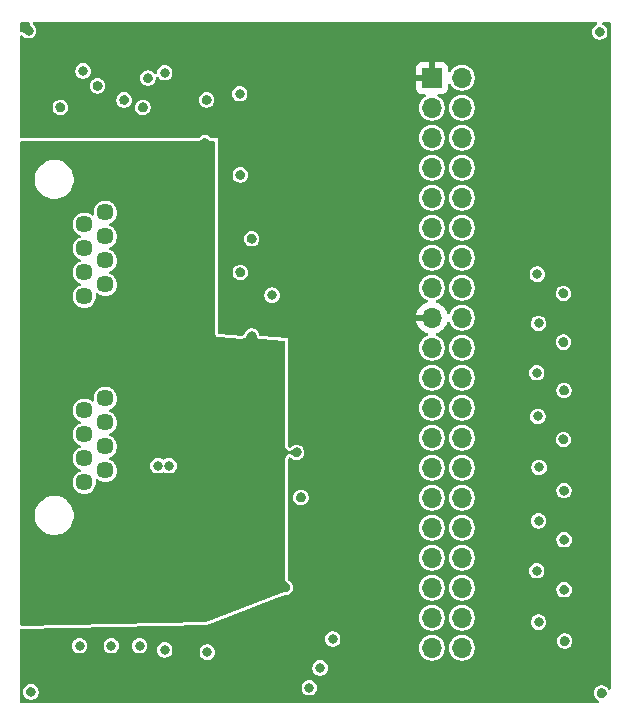
<source format=gbr>
%TF.GenerationSoftware,KiCad,Pcbnew,9.0.0-9.0.0-2~ubuntu24.04.1*%
%TF.CreationDate,2025-03-20T03:38:19-04:00*%
%TF.ProjectId,LVDS_RasPi_Hat,4c564453-5f52-4617-9350-695f4861742e,2*%
%TF.SameCoordinates,Original*%
%TF.FileFunction,Copper,L3,Inr*%
%TF.FilePolarity,Positive*%
%FSLAX46Y46*%
G04 Gerber Fmt 4.6, Leading zero omitted, Abs format (unit mm)*
G04 Created by KiCad (PCBNEW 9.0.0-9.0.0-2~ubuntu24.04.1) date 2025-03-20 03:38:19*
%MOMM*%
%LPD*%
G01*
G04 APERTURE LIST*
%TA.AperFunction,ComponentPad*%
%ADD10R,1.700000X1.700000*%
%TD*%
%TA.AperFunction,ComponentPad*%
%ADD11O,1.700000X1.700000*%
%TD*%
%TA.AperFunction,ComponentPad*%
%ADD12C,1.448000*%
%TD*%
%TA.AperFunction,ViaPad*%
%ADD13C,0.812800*%
%TD*%
G04 APERTURE END LIST*
D10*
%TO.N,+3V3*%
%TO.C,J1*%
X98762500Y-68610000D03*
D11*
%TO.N,+5V*%
X101302500Y-68610000D03*
%TO.N,/TS_BUS_SEL*%
X98762500Y-71150000D03*
%TO.N,+5V*%
X101302500Y-71150000D03*
%TO.N,unconnected-(J1-SCL{slash}GPIO3-Pad5)*%
X98762500Y-73690000D03*
%TO.N,GND*%
X101302500Y-73690000D03*
%TO.N,unconnected-(J1-GCLK0{slash}GPIO4-Pad7)*%
X98762500Y-76230000D03*
%TO.N,/CONFIG8*%
X101302500Y-76230000D03*
%TO.N,GND*%
X98762500Y-78770000D03*
%TO.N,/CONFIG12*%
X101302500Y-78770000D03*
%TO.N,unconnected-(J1-GPIO17-Pad11)*%
X98762500Y-81310000D03*
%TO.N,/CONFIG9*%
X101302500Y-81310000D03*
%TO.N,/CONFIG7*%
X98762500Y-83850000D03*
%TO.N,GND*%
X101302500Y-83850000D03*
%TO.N,/CONFIG6*%
X98762500Y-86390000D03*
%TO.N,/CONFIG11*%
X101302500Y-86390000D03*
%TO.N,+3V3*%
X98762500Y-88930000D03*
%TO.N,/CONFIG13*%
X101302500Y-88930000D03*
%TO.N,/CONFIG5*%
X98762500Y-91470000D03*
%TO.N,GND*%
X101302500Y-91470000D03*
%TO.N,/CONFIG4*%
X98762500Y-94010000D03*
%TO.N,/CONFIG14*%
X101302500Y-94010000D03*
%TO.N,/CONFIG3*%
X98762500Y-96550000D03*
%TO.N,/NIM2*%
X101302500Y-96550000D03*
%TO.N,GND*%
X98762500Y-99090000D03*
%TO.N,/CONFIG15*%
X101302500Y-99090000D03*
%TO.N,/NIM1*%
X98762500Y-101630000D03*
%TO.N,/CONFIG2*%
X101302500Y-101630000D03*
%TO.N,/NIM3*%
X98762500Y-104170000D03*
%TO.N,GND*%
X101302500Y-104170000D03*
%TO.N,/TS_BUS0*%
X98762500Y-106710000D03*
%TO.N,/CONFIG1*%
X101302500Y-106710000D03*
%TO.N,/TS_BUS1*%
X98762500Y-109250000D03*
%TO.N,GND*%
X101302500Y-109250000D03*
%TO.N,/TS_BUS2*%
X98762500Y-111790000D03*
%TO.N,/NIM0*%
X101302500Y-111790000D03*
%TO.N,/TS_BUS3*%
X98762500Y-114330000D03*
%TO.N,/CONFIG0*%
X101302500Y-114330000D03*
%TO.N,GND*%
X98762500Y-116870000D03*
%TO.N,/CONFIG10*%
X101302500Y-116870000D03*
%TD*%
D12*
%TO.N,/Trigger Interface/D1+*%
%TO.C,J2*%
X69340000Y-87117000D03*
%TO.N,/Trigger Interface/D1-*%
X71120000Y-86101000D03*
%TO.N,/Trigger Interface/D2+*%
X69340000Y-85085000D03*
%TO.N,/Trigger Interface/D3-*%
X71120000Y-84069000D03*
%TO.N,/Trigger Interface/D3+*%
X69340000Y-83053000D03*
%TO.N,/Trigger Interface/D2-*%
X71120000Y-82037000D03*
%TO.N,/Trigger Interface/D4+*%
X69340000Y-81021000D03*
%TO.N,/Trigger Interface/D4-*%
X71120000Y-80005000D03*
%TO.N,/Trigger Interface/S1-*%
X69340000Y-102867000D03*
%TO.N,/Trigger Interface/S1+*%
X71120000Y-101851000D03*
%TO.N,/Trigger Interface/S2-*%
X69340000Y-100835000D03*
%TO.N,/Trigger Interface/S3+*%
X71120000Y-99819000D03*
%TO.N,/Trigger Interface/S3-*%
X69340000Y-98803000D03*
%TO.N,/Trigger Interface/S2+*%
X71120000Y-97787000D03*
%TO.N,/Trigger Interface/S4-*%
X69340000Y-96771000D03*
%TO.N,/Trigger Interface/S4+*%
X71120000Y-95755000D03*
%TD*%
D13*
%TO.N,/TS_BUS_SEL*%
X85242400Y-87020400D03*
%TO.N,/CONFIG2*%
X90373200Y-116128800D03*
%TO.N,/CONFIG3*%
X79756000Y-117230500D03*
%TO.N,GND*%
X74726800Y-68630800D03*
X70459600Y-69291200D03*
X82550000Y-85090000D03*
X82550000Y-76835000D03*
%TO.N,/CONFIG15*%
X107797600Y-114706400D03*
%TO.N,/CONFIG14*%
X107645200Y-110337600D03*
%TO.N,/CONFIG13*%
X107797600Y-106121200D03*
%TO.N,/CONFIG12*%
X107848400Y-101600000D03*
%TO.N,/CONFIG11*%
X107746800Y-97282000D03*
%TO.N,/CONFIG4*%
X76149200Y-117043200D03*
%TO.N,/CONFIG5*%
X74015600Y-116687600D03*
%TO.N,/CONFIG10*%
X107645200Y-93573600D03*
%TO.N,/CONFIG9*%
X107797600Y-89408000D03*
%TO.N,/CONFIG8*%
X107696000Y-85242400D03*
%TO.N,/TS_BUS_SEL*%
X76149200Y-68173600D03*
X69240400Y-68021200D03*
%TO.N,/CONFIG1*%
X89306400Y-118567200D03*
%TO.N,/CONFIG0*%
X88392000Y-120243600D03*
%TO.N,GND*%
X64820800Y-120599200D03*
X113131600Y-120700800D03*
X112979200Y-64719200D03*
X64617600Y-64617600D03*
X79552800Y-74117200D03*
X85293200Y-106984800D03*
X66548000Y-109118400D03*
X65328800Y-74726800D03*
%TO.N,/TS_BUS_SEL*%
X82499200Y-69951600D03*
%TO.N,/CONFIG6*%
X71628000Y-116687600D03*
%TO.N,/CONFIG7*%
X68935600Y-116687600D03*
%TO.N,/Trigger Interface/S2-*%
X75576430Y-101447600D03*
%TO.N,/Trigger Interface/S2+*%
X76518770Y-101447600D03*
%TO.N,+3V3*%
X85052500Y-120015000D03*
X82512500Y-120015000D03*
X79972500Y-120015000D03*
X77432500Y-120015000D03*
X74892500Y-120015000D03*
X72352500Y-120015000D03*
X69812500Y-120015000D03*
X67310000Y-120015000D03*
X111180050Y-90984700D03*
%TO.N,GND*%
X109910050Y-90984700D03*
%TO.N,+3V3*%
X111227200Y-95084900D03*
%TO.N,GND*%
X109957200Y-95084900D03*
%TO.N,+3V3*%
X111180050Y-99231150D03*
%TO.N,GND*%
X109910050Y-99231150D03*
%TO.N,+3V3*%
X111227200Y-103558300D03*
%TO.N,GND*%
X109957200Y-103558300D03*
%TO.N,+3V3*%
X111234700Y-107713100D03*
%TO.N,GND*%
X109964700Y-107713100D03*
%TO.N,+3V3*%
X111234700Y-111950800D03*
%TO.N,GND*%
X109964700Y-111950800D03*
%TO.N,+3V3*%
X111272200Y-116295800D03*
%TO.N,GND*%
X110002200Y-116295800D03*
X109910050Y-86867400D03*
%TO.N,+3V3*%
X111180050Y-86867400D03*
%TO.N,GND*%
X74295000Y-71120000D03*
X67310000Y-71120000D03*
%TO.N,+3V3*%
X71755000Y-72574998D03*
%TO.N,GND*%
X72707500Y-70485000D03*
X79692500Y-70485000D03*
%TO.N,+3V3*%
X78740000Y-72574998D03*
X81095002Y-81280000D03*
%TO.N,GND*%
X83502500Y-82232500D03*
X83502500Y-90487500D03*
%TO.N,+3V3*%
X81095002Y-89535000D03*
X88087200Y-94335600D03*
X87312500Y-99060000D03*
%TO.N,GND*%
X87312500Y-100330000D03*
X87680800Y-104140000D03*
X68580000Y-111760000D03*
X71120000Y-111760000D03*
X73660000Y-111760000D03*
X76200000Y-111760000D03*
X78740000Y-111760000D03*
X81280000Y-111760000D03*
X83820000Y-111760000D03*
X86360000Y-111760000D03*
%TD*%
%TA.AperFunction,Conductor*%
%TO.N,GND*%
G36*
X113183107Y-120301782D02*
G01*
X113218871Y-120308895D01*
X113236706Y-120312442D01*
X113259966Y-120319497D01*
X113310452Y-120340409D01*
X113331880Y-120351862D01*
X113377324Y-120382228D01*
X113396109Y-120397645D01*
X113434748Y-120436283D01*
X113450165Y-120455067D01*
X113478959Y-120498159D01*
X113478964Y-120498165D01*
X113499807Y-120525244D01*
X113499808Y-120525245D01*
X113521703Y-120550062D01*
X113526298Y-120555132D01*
X113587319Y-120599134D01*
X113630182Y-120654312D01*
X113636409Y-120723903D01*
X113604024Y-120785814D01*
X113584610Y-120802188D01*
X113581174Y-120804528D01*
X113527558Y-120849336D01*
X113478958Y-120903440D01*
X113450171Y-120946523D01*
X113434751Y-120965311D01*
X113396111Y-121003951D01*
X113377320Y-121019373D01*
X113331885Y-121049731D01*
X113310463Y-121061183D01*
X113303936Y-121063887D01*
X113252278Y-121092695D01*
X113252272Y-121092699D01*
X113206001Y-121126065D01*
X113205075Y-121126778D01*
X113204940Y-121126830D01*
X113204443Y-121127189D01*
X113204349Y-121127059D01*
X113184063Y-121134932D01*
X113165182Y-121147243D01*
X113152118Y-121147329D01*
X113139938Y-121152056D01*
X113117851Y-121147555D01*
X113095314Y-121147704D01*
X113080267Y-121139896D01*
X113071475Y-121138105D01*
X113063113Y-121133255D01*
X113057155Y-121129481D01*
X113021802Y-121100993D01*
X112959262Y-121063887D01*
X112942876Y-121057099D01*
X112933850Y-121051383D01*
X112933361Y-121050826D01*
X112931310Y-121049730D01*
X112922272Y-121043691D01*
X112885872Y-121019369D01*
X112867091Y-121003955D01*
X112828448Y-120965313D01*
X112813028Y-120946524D01*
X112813027Y-120946523D01*
X112782668Y-120901088D01*
X112771209Y-120879649D01*
X112750296Y-120829158D01*
X112743241Y-120805899D01*
X112732583Y-120752320D01*
X112730200Y-120728128D01*
X112730200Y-120673478D01*
X112732582Y-120649290D01*
X112739712Y-120613441D01*
X112743243Y-120595687D01*
X112750296Y-120572434D01*
X112771211Y-120521940D01*
X112782660Y-120500521D01*
X112813031Y-120455067D01*
X112828441Y-120436292D01*
X112867088Y-120397644D01*
X112885867Y-120382232D01*
X112931316Y-120351863D01*
X112952740Y-120340412D01*
X113003235Y-120319496D01*
X113026488Y-120312443D01*
X113080090Y-120301781D01*
X113104280Y-120299400D01*
X113158919Y-120299400D01*
X113183107Y-120301782D01*
G37*
%TD.AperFunction*%
%TA.AperFunction,Conductor*%
G36*
X64872309Y-120200182D02*
G01*
X64891836Y-120204066D01*
X64891835Y-120204066D01*
X64925904Y-120210842D01*
X64949166Y-120217897D01*
X64999652Y-120238809D01*
X65021084Y-120250265D01*
X65066519Y-120280624D01*
X65085309Y-120296045D01*
X65123946Y-120334682D01*
X65139363Y-120353467D01*
X65169732Y-120398915D01*
X65181187Y-120420348D01*
X65181188Y-120420349D01*
X65202100Y-120470835D01*
X65209156Y-120494094D01*
X65219817Y-120547683D01*
X65222200Y-120571877D01*
X65222200Y-120626522D01*
X65219817Y-120650713D01*
X65218444Y-120657619D01*
X65209157Y-120704302D01*
X65202101Y-120727561D01*
X65181187Y-120778052D01*
X65169728Y-120799490D01*
X65139372Y-120844921D01*
X65123951Y-120863711D01*
X65085311Y-120902351D01*
X65066521Y-120917772D01*
X65021092Y-120948127D01*
X64999653Y-120959586D01*
X64949161Y-120980500D01*
X64925933Y-120987550D01*
X64923892Y-120987956D01*
X64921035Y-120988525D01*
X64921028Y-120988526D01*
X64872311Y-120998217D01*
X64848120Y-121000600D01*
X64793478Y-121000600D01*
X64769286Y-120998217D01*
X64715692Y-120987556D01*
X64692437Y-120980501D01*
X64641948Y-120959589D01*
X64620512Y-120948131D01*
X64575077Y-120917772D01*
X64556288Y-120902352D01*
X64517650Y-120863715D01*
X64502228Y-120844924D01*
X64491693Y-120829158D01*
X64471868Y-120799488D01*
X64460409Y-120778049D01*
X64439496Y-120727558D01*
X64432441Y-120704299D01*
X64421783Y-120650720D01*
X64421783Y-120650716D01*
X64419400Y-120626528D01*
X64419400Y-120571878D01*
X64421782Y-120547690D01*
X64431632Y-120498165D01*
X64432443Y-120494087D01*
X64439496Y-120470834D01*
X64460411Y-120420340D01*
X64471860Y-120398921D01*
X64502231Y-120353467D01*
X64517641Y-120334692D01*
X64556288Y-120296044D01*
X64575067Y-120280632D01*
X64620516Y-120250263D01*
X64641940Y-120238812D01*
X64692435Y-120217896D01*
X64715688Y-120210843D01*
X64769290Y-120200181D01*
X64793480Y-120197800D01*
X64848119Y-120197800D01*
X64872309Y-120200182D01*
G37*
%TD.AperFunction*%
%TA.AperFunction,Conductor*%
G36*
X110053707Y-115896782D02*
G01*
X110089471Y-115903895D01*
X110107306Y-115907442D01*
X110130566Y-115914497D01*
X110181052Y-115935409D01*
X110202484Y-115946865D01*
X110247919Y-115977224D01*
X110266709Y-115992645D01*
X110305347Y-116031283D01*
X110320764Y-116050068D01*
X110351132Y-116095515D01*
X110362588Y-116116948D01*
X110375157Y-116147293D01*
X110383500Y-116167435D01*
X110390554Y-116190690D01*
X110401216Y-116244281D01*
X110403600Y-116268477D01*
X110403600Y-116323120D01*
X110401217Y-116347315D01*
X110390555Y-116400907D01*
X110383500Y-116424163D01*
X110362589Y-116474649D01*
X110351129Y-116496089D01*
X110320772Y-116541521D01*
X110305351Y-116560311D01*
X110266711Y-116598951D01*
X110247921Y-116614372D01*
X110202492Y-116644727D01*
X110181053Y-116656186D01*
X110130561Y-116677100D01*
X110107333Y-116684150D01*
X110105292Y-116684556D01*
X110102435Y-116685125D01*
X110102428Y-116685126D01*
X110053711Y-116694817D01*
X110029520Y-116697200D01*
X109974878Y-116697200D01*
X109950686Y-116694817D01*
X109897092Y-116684156D01*
X109873837Y-116677101D01*
X109823348Y-116656189D01*
X109801912Y-116644731D01*
X109756477Y-116614372D01*
X109737688Y-116598952D01*
X109699050Y-116560315D01*
X109683628Y-116541524D01*
X109653269Y-116496089D01*
X109641809Y-116474649D01*
X109639842Y-116469901D01*
X109620896Y-116424158D01*
X109613841Y-116400899D01*
X109603183Y-116347320D01*
X109603183Y-116347315D01*
X109600800Y-116323128D01*
X109600800Y-116268478D01*
X109603182Y-116244290D01*
X109613842Y-116190692D01*
X109620896Y-116167434D01*
X109641811Y-116116940D01*
X109653260Y-116095521D01*
X109683631Y-116050067D01*
X109699041Y-116031292D01*
X109737688Y-115992644D01*
X109756467Y-115977232D01*
X109801916Y-115946863D01*
X109823340Y-115935412D01*
X109873835Y-115914496D01*
X109897088Y-115907443D01*
X109950690Y-115896781D01*
X109974880Y-115894400D01*
X110029519Y-115894400D01*
X110053707Y-115896782D01*
G37*
%TD.AperFunction*%
%TA.AperFunction,Conductor*%
G36*
X79604307Y-73718182D02*
G01*
X79640071Y-73725295D01*
X79657906Y-73728842D01*
X79681163Y-73735896D01*
X79731649Y-73756808D01*
X79753082Y-73768265D01*
X79798523Y-73798627D01*
X79817313Y-73814048D01*
X79871113Y-73867848D01*
X79891462Y-73886126D01*
X79912104Y-73902760D01*
X79912116Y-73902769D01*
X79912118Y-73902771D01*
X79916233Y-73905367D01*
X79924386Y-73910976D01*
X79926915Y-73912869D01*
X79926932Y-73912881D01*
X79926933Y-73912882D01*
X79934311Y-73918203D01*
X79934314Y-73918204D01*
X79934315Y-73918205D01*
X79977932Y-73937191D01*
X80000459Y-73948972D01*
X80003055Y-73949734D01*
X80003473Y-73948308D01*
X80025722Y-73957993D01*
X80042474Y-73961636D01*
X80051041Y-73963824D01*
X80067465Y-73968648D01*
X80067469Y-73968648D01*
X80067474Y-73968650D01*
X80139459Y-73979000D01*
X80265500Y-73979000D01*
X80332539Y-73998685D01*
X80378294Y-74051489D01*
X80389500Y-74103000D01*
X80389500Y-76163493D01*
X80389500Y-76795466D01*
X80389500Y-78703493D01*
X80389500Y-81243493D01*
X80389500Y-82192966D01*
X80389500Y-83783493D01*
X80389500Y-85050466D01*
X80389500Y-86980866D01*
X80389500Y-88424500D01*
X80389500Y-90208613D01*
X80392643Y-90241773D01*
X80394051Y-90256625D01*
X80394053Y-90256639D01*
X80402806Y-90302388D01*
X80407579Y-90322774D01*
X80452485Y-90411768D01*
X80452489Y-90411775D01*
X80452491Y-90411777D01*
X80495517Y-90466800D01*
X80495535Y-90466821D01*
X80526675Y-90500051D01*
X80526676Y-90500052D01*
X80612571Y-90550642D01*
X80612574Y-90550643D01*
X80678539Y-90573675D01*
X80749908Y-90587632D01*
X82722914Y-90687018D01*
X82758949Y-90686288D01*
X82793701Y-90683122D01*
X82802356Y-90682185D01*
X82850616Y-90666124D01*
X82896944Y-90650706D01*
X82896946Y-90650705D01*
X82905553Y-90645804D01*
X82957663Y-90616132D01*
X82995078Y-90590155D01*
X83057632Y-90512532D01*
X83090018Y-90450621D01*
X83114214Y-90382035D01*
X83114215Y-90382026D01*
X83115388Y-90377756D01*
X83115538Y-90377797D01*
X83121196Y-90359135D01*
X83142111Y-90308642D01*
X83153563Y-90287217D01*
X83183928Y-90241772D01*
X83199342Y-90222991D01*
X83237988Y-90184344D01*
X83256767Y-90168932D01*
X83302216Y-90138563D01*
X83323640Y-90127112D01*
X83374135Y-90106196D01*
X83397388Y-90099143D01*
X83450990Y-90088481D01*
X83475180Y-90086100D01*
X83529819Y-90086100D01*
X83554007Y-90088482D01*
X83589771Y-90095595D01*
X83607606Y-90099142D01*
X83630866Y-90106197D01*
X83681352Y-90127109D01*
X83702780Y-90138562D01*
X83748224Y-90168928D01*
X83767009Y-90184345D01*
X83805647Y-90222982D01*
X83821069Y-90241773D01*
X83851430Y-90287211D01*
X83862889Y-90308649D01*
X83883801Y-90359135D01*
X83890857Y-90382396D01*
X83906173Y-90459395D01*
X83906186Y-90459453D01*
X83911731Y-90481940D01*
X83918110Y-90503538D01*
X83961876Y-90588552D01*
X84004914Y-90643588D01*
X84004923Y-90643599D01*
X84036063Y-90676829D01*
X84036064Y-90676830D01*
X84121959Y-90727420D01*
X84121962Y-90727421D01*
X84178876Y-90747293D01*
X84187927Y-90750453D01*
X84259296Y-90764410D01*
X86240741Y-90864221D01*
X86306703Y-90887252D01*
X86349743Y-90942291D01*
X86358500Y-90988063D01*
X86358500Y-99800144D01*
X86358663Y-99809257D01*
X86358979Y-99818106D01*
X86358979Y-99818110D01*
X86373224Y-99889721D01*
X86374926Y-99898276D01*
X86399343Y-99963740D01*
X86403011Y-99971406D01*
X86418998Y-100004823D01*
X86462063Y-100052767D01*
X86485615Y-100078987D01*
X86541548Y-100120859D01*
X86541551Y-100120861D01*
X86541558Y-100120866D01*
X86572315Y-100139865D01*
X86580301Y-100144798D01*
X86676441Y-100171172D01*
X86746133Y-100176156D01*
X86746140Y-100176155D01*
X86746144Y-100176156D01*
X86779526Y-100175559D01*
X86791670Y-100175343D01*
X86791672Y-100175342D01*
X86791675Y-100175342D01*
X86821268Y-100166075D01*
X86886806Y-100145554D01*
X86948129Y-100112069D01*
X87006348Y-100068486D01*
X87047986Y-100026846D01*
X87066764Y-100011435D01*
X87112218Y-99981063D01*
X87133636Y-99969614D01*
X87184135Y-99948696D01*
X87207388Y-99941643D01*
X87260990Y-99930981D01*
X87285180Y-99928600D01*
X87339819Y-99928600D01*
X87364007Y-99930982D01*
X87399771Y-99938095D01*
X87417606Y-99941642D01*
X87440866Y-99948697D01*
X87491352Y-99969609D01*
X87512780Y-99981062D01*
X87558224Y-100011428D01*
X87577009Y-100026845D01*
X87615647Y-100065482D01*
X87631069Y-100084273D01*
X87661428Y-100129708D01*
X87672888Y-100151147D01*
X87693801Y-100201637D01*
X87700856Y-100224894D01*
X87711517Y-100278482D01*
X87713900Y-100302677D01*
X87713900Y-100357322D01*
X87711517Y-100381516D01*
X87700857Y-100435102D01*
X87693801Y-100458361D01*
X87672887Y-100508852D01*
X87661428Y-100530290D01*
X87631072Y-100575721D01*
X87615651Y-100594511D01*
X87577011Y-100633151D01*
X87558221Y-100648572D01*
X87512789Y-100678929D01*
X87491349Y-100690389D01*
X87440863Y-100711300D01*
X87417608Y-100718354D01*
X87364017Y-100729016D01*
X87339821Y-100731400D01*
X87285178Y-100731400D01*
X87260986Y-100729017D01*
X87207392Y-100718356D01*
X87184137Y-100711301D01*
X87133648Y-100690389D01*
X87112212Y-100678931D01*
X87066775Y-100648571D01*
X87047985Y-100633150D01*
X87006341Y-100591506D01*
X86999812Y-100585205D01*
X86993320Y-100579160D01*
X86993313Y-100579155D01*
X86925343Y-100533736D01*
X86925331Y-100533730D01*
X86861795Y-100504714D01*
X86861783Y-100504709D01*
X86818832Y-100489557D01*
X86818825Y-100489556D01*
X86719286Y-100484222D01*
X86719280Y-100484222D01*
X86650117Y-100494167D01*
X86650115Y-100494167D01*
X86605807Y-100504638D01*
X86605799Y-100504641D01*
X86519177Y-100553967D01*
X86519173Y-100553970D01*
X86466371Y-100599722D01*
X86434743Y-100632499D01*
X86388534Y-100720836D01*
X86388533Y-100720836D01*
X86368851Y-100787868D01*
X86368848Y-100787880D01*
X86358500Y-100859857D01*
X86358500Y-111073398D01*
X86363862Y-111125458D01*
X86363865Y-111125477D01*
X86374166Y-111174953D01*
X86380476Y-111199227D01*
X86380478Y-111199231D01*
X86428250Y-111286719D01*
X86428254Y-111286725D01*
X86473059Y-111340337D01*
X86527160Y-111388933D01*
X86527162Y-111388934D01*
X86527164Y-111388936D01*
X86605722Y-111441427D01*
X86624511Y-111456847D01*
X86663147Y-111495482D01*
X86678569Y-111514273D01*
X86708928Y-111559708D01*
X86720388Y-111581147D01*
X86741301Y-111631637D01*
X86748356Y-111654894D01*
X86759017Y-111708482D01*
X86761400Y-111732677D01*
X86761400Y-111787322D01*
X86759017Y-111811516D01*
X86748357Y-111865102D01*
X86741301Y-111888361D01*
X86720387Y-111938852D01*
X86708928Y-111960290D01*
X86678572Y-112005721D01*
X86663151Y-112024511D01*
X86624511Y-112063151D01*
X86605721Y-112078572D01*
X86560292Y-112108927D01*
X86538853Y-112120386D01*
X86488361Y-112141300D01*
X86465133Y-112148350D01*
X86463092Y-112148756D01*
X86460235Y-112149325D01*
X86460228Y-112149326D01*
X86411511Y-112159017D01*
X86387320Y-112161400D01*
X86377112Y-112161400D01*
X86331208Y-112165557D01*
X86331201Y-112165558D01*
X86287367Y-112173566D01*
X86287359Y-112173568D01*
X86242940Y-112185911D01*
X86242938Y-112185912D01*
X81431911Y-114004392D01*
X81431910Y-114004392D01*
X80746424Y-114263493D01*
X79663422Y-114672847D01*
X79622011Y-114680832D01*
X64007931Y-114986990D01*
X63940518Y-114968624D01*
X63893737Y-114916727D01*
X63881500Y-114863014D01*
X63881500Y-105535097D01*
X65149500Y-105535097D01*
X65149500Y-105794902D01*
X65190140Y-106051493D01*
X65270422Y-106298576D01*
X65351534Y-106457764D01*
X65388366Y-106530051D01*
X65541069Y-106740229D01*
X65724771Y-106923931D01*
X65934949Y-107076634D01*
X66082445Y-107151787D01*
X66166423Y-107194577D01*
X66166425Y-107194577D01*
X66166428Y-107194579D01*
X66413507Y-107274860D01*
X66545706Y-107295797D01*
X66670098Y-107315500D01*
X66670103Y-107315500D01*
X66929902Y-107315500D01*
X67043298Y-107297539D01*
X67186493Y-107274860D01*
X67433572Y-107194579D01*
X67665051Y-107076634D01*
X67875229Y-106923931D01*
X68058931Y-106740229D01*
X68211634Y-106530051D01*
X68329579Y-106298572D01*
X68409860Y-106051493D01*
X68432539Y-105908298D01*
X68450500Y-105794902D01*
X68450500Y-105535097D01*
X68428947Y-105399021D01*
X68409860Y-105278507D01*
X68329579Y-105031428D01*
X68329577Y-105031425D01*
X68329577Y-105031423D01*
X68219063Y-104814530D01*
X68211634Y-104799949D01*
X68058931Y-104589771D01*
X67875229Y-104406069D01*
X67861198Y-104395875D01*
X67665054Y-104253368D01*
X67665053Y-104253367D01*
X67665051Y-104253366D01*
X67592764Y-104216534D01*
X67433576Y-104135422D01*
X67186493Y-104055140D01*
X66929902Y-104014500D01*
X66929897Y-104014500D01*
X66670103Y-104014500D01*
X66670098Y-104014500D01*
X66413506Y-104055140D01*
X66166423Y-104135422D01*
X65934945Y-104253368D01*
X65724774Y-104406066D01*
X65724768Y-104406071D01*
X65541071Y-104589768D01*
X65541066Y-104589774D01*
X65388368Y-104799945D01*
X65270422Y-105031423D01*
X65190140Y-105278506D01*
X65149500Y-105535097D01*
X63881500Y-105535097D01*
X63881500Y-96866982D01*
X68365499Y-96866982D01*
X68402948Y-97055244D01*
X68402950Y-97055252D01*
X68476406Y-97232594D01*
X68476407Y-97232595D01*
X68476409Y-97232599D01*
X68538418Y-97325401D01*
X68583056Y-97392206D01*
X68583059Y-97392210D01*
X68718789Y-97527940D01*
X68718793Y-97527943D01*
X68878401Y-97634591D01*
X68878404Y-97634592D01*
X68878405Y-97634593D01*
X68969774Y-97672439D01*
X69024178Y-97716280D01*
X69046243Y-97782574D01*
X69028964Y-97850273D01*
X68977827Y-97897884D01*
X68969774Y-97901561D01*
X68878405Y-97939406D01*
X68878404Y-97939407D01*
X68718793Y-98046056D01*
X68718789Y-98046059D01*
X68583059Y-98181789D01*
X68583056Y-98181793D01*
X68476407Y-98341404D01*
X68476406Y-98341405D01*
X68402950Y-98518747D01*
X68402948Y-98518755D01*
X68365500Y-98707017D01*
X68365500Y-98707018D01*
X68365500Y-98707020D01*
X68365500Y-98898980D01*
X68365500Y-98898982D01*
X68365499Y-98898982D01*
X68402948Y-99087244D01*
X68402950Y-99087252D01*
X68476406Y-99264594D01*
X68476407Y-99264595D01*
X68476409Y-99264599D01*
X68532290Y-99348230D01*
X68583056Y-99424206D01*
X68583059Y-99424210D01*
X68718789Y-99559940D01*
X68718793Y-99559943D01*
X68878401Y-99666591D01*
X68878404Y-99666592D01*
X68878405Y-99666593D01*
X68969774Y-99704439D01*
X69024178Y-99748280D01*
X69046243Y-99814574D01*
X69028964Y-99882273D01*
X68977827Y-99929884D01*
X68969774Y-99933561D01*
X68878405Y-99971406D01*
X68878404Y-99971407D01*
X68718793Y-100078056D01*
X68718789Y-100078059D01*
X68583059Y-100213789D01*
X68583056Y-100213793D01*
X68476407Y-100373404D01*
X68476406Y-100373405D01*
X68402950Y-100550747D01*
X68402948Y-100550755D01*
X68365500Y-100739017D01*
X68365500Y-100739018D01*
X68365500Y-100739020D01*
X68365500Y-100930980D01*
X68365500Y-100930982D01*
X68365499Y-100930982D01*
X68402948Y-101119244D01*
X68402950Y-101119252D01*
X68476406Y-101296594D01*
X68476407Y-101296595D01*
X68476409Y-101296599D01*
X68547829Y-101403485D01*
X68583056Y-101456206D01*
X68583059Y-101456210D01*
X68718789Y-101591940D01*
X68718793Y-101591943D01*
X68878401Y-101698591D01*
X68878404Y-101698592D01*
X68878405Y-101698593D01*
X68969774Y-101736439D01*
X69024178Y-101780280D01*
X69046243Y-101846574D01*
X69028964Y-101914273D01*
X68977827Y-101961884D01*
X68969774Y-101965561D01*
X68878405Y-102003406D01*
X68878404Y-102003407D01*
X68718793Y-102110056D01*
X68718789Y-102110059D01*
X68583059Y-102245789D01*
X68583056Y-102245793D01*
X68476407Y-102405404D01*
X68476406Y-102405405D01*
X68402950Y-102582747D01*
X68402948Y-102582755D01*
X68365500Y-102771017D01*
X68365500Y-102771018D01*
X68365500Y-102771020D01*
X68365500Y-102962980D01*
X68365500Y-102962982D01*
X68365499Y-102962982D01*
X68402948Y-103151244D01*
X68402950Y-103151252D01*
X68476406Y-103328594D01*
X68476407Y-103328595D01*
X68476409Y-103328599D01*
X68544115Y-103429927D01*
X68583056Y-103488206D01*
X68583059Y-103488210D01*
X68718789Y-103623940D01*
X68718793Y-103623943D01*
X68878401Y-103730591D01*
X68878404Y-103730592D01*
X68878405Y-103730593D01*
X68973305Y-103769901D01*
X69055749Y-103804050D01*
X69101851Y-103813220D01*
X69244017Y-103841500D01*
X69244020Y-103841500D01*
X69435982Y-103841500D01*
X69536902Y-103821425D01*
X69624251Y-103804050D01*
X69801599Y-103730591D01*
X69961207Y-103623943D01*
X70096943Y-103488207D01*
X70203591Y-103328599D01*
X70277050Y-103151251D01*
X70314500Y-102962980D01*
X70314500Y-102771020D01*
X70314499Y-102771017D01*
X70307244Y-102734543D01*
X70313471Y-102664951D01*
X70356333Y-102609773D01*
X70422222Y-102586528D01*
X70490220Y-102602595D01*
X70497752Y-102607248D01*
X70584110Y-102664951D01*
X70658401Y-102714591D01*
X70658402Y-102714591D01*
X70658403Y-102714592D01*
X70658405Y-102714593D01*
X70706570Y-102734543D01*
X70835749Y-102788050D01*
X70881851Y-102797220D01*
X71024017Y-102825500D01*
X71024020Y-102825500D01*
X71215982Y-102825500D01*
X71310758Y-102806647D01*
X71404251Y-102788050D01*
X71581599Y-102714591D01*
X71741207Y-102607943D01*
X71876943Y-102472207D01*
X71983591Y-102312599D01*
X72057050Y-102135251D01*
X72078038Y-102029737D01*
X72094500Y-101946982D01*
X72094500Y-101755017D01*
X72057051Y-101566755D01*
X72057050Y-101566749D01*
X72034497Y-101512301D01*
X74919529Y-101512301D01*
X74944773Y-101639205D01*
X74944776Y-101639215D01*
X74994290Y-101758754D01*
X74994291Y-101758756D01*
X75066182Y-101866348D01*
X75066185Y-101866352D01*
X75157677Y-101957844D01*
X75157681Y-101957847D01*
X75265271Y-102029737D01*
X75265272Y-102029737D01*
X75265273Y-102029738D01*
X75265275Y-102029739D01*
X75384814Y-102079253D01*
X75384819Y-102079255D01*
X75384823Y-102079255D01*
X75384824Y-102079256D01*
X75511728Y-102104500D01*
X75511731Y-102104500D01*
X75641131Y-102104500D01*
X75726508Y-102087516D01*
X75768041Y-102079255D01*
X75887589Y-102029737D01*
X75978709Y-101968851D01*
X76045387Y-101947974D01*
X76112767Y-101966458D01*
X76116490Y-101968851D01*
X76207611Y-102029737D01*
X76207612Y-102029737D01*
X76207613Y-102029738D01*
X76207615Y-102029739D01*
X76327154Y-102079253D01*
X76327159Y-102079255D01*
X76327163Y-102079255D01*
X76327164Y-102079256D01*
X76454068Y-102104500D01*
X76454071Y-102104500D01*
X76583471Y-102104500D01*
X76668848Y-102087516D01*
X76710381Y-102079255D01*
X76829929Y-102029737D01*
X76937519Y-101957847D01*
X77029017Y-101866349D01*
X77100907Y-101758759D01*
X77150425Y-101639211D01*
X77175670Y-101512299D01*
X77175670Y-101382901D01*
X77175670Y-101382898D01*
X77150426Y-101255994D01*
X77150425Y-101255993D01*
X77150425Y-101255989D01*
X77100907Y-101136441D01*
X77029017Y-101028851D01*
X77029014Y-101028847D01*
X76937522Y-100937355D01*
X76937518Y-100937352D01*
X76829926Y-100865461D01*
X76829924Y-100865460D01*
X76710385Y-100815946D01*
X76710375Y-100815943D01*
X76583471Y-100790700D01*
X76583469Y-100790700D01*
X76454071Y-100790700D01*
X76454069Y-100790700D01*
X76327164Y-100815943D01*
X76327154Y-100815946D01*
X76207615Y-100865460D01*
X76116490Y-100926348D01*
X76049813Y-100947225D01*
X75982433Y-100928740D01*
X75978710Y-100926348D01*
X75936692Y-100898273D01*
X75887589Y-100865463D01*
X75887585Y-100865461D01*
X75887583Y-100865460D01*
X75887584Y-100865460D01*
X75768045Y-100815946D01*
X75768035Y-100815943D01*
X75641131Y-100790700D01*
X75641129Y-100790700D01*
X75511731Y-100790700D01*
X75511729Y-100790700D01*
X75384824Y-100815943D01*
X75384814Y-100815946D01*
X75265275Y-100865460D01*
X75265273Y-100865461D01*
X75157681Y-100937352D01*
X75157677Y-100937355D01*
X75066185Y-101028847D01*
X75066182Y-101028851D01*
X74994291Y-101136443D01*
X74994290Y-101136445D01*
X74944776Y-101255984D01*
X74944773Y-101255994D01*
X74919530Y-101382898D01*
X74919530Y-101382901D01*
X74919530Y-101512299D01*
X74919530Y-101512301D01*
X74919529Y-101512301D01*
X72034497Y-101512301D01*
X71983591Y-101389401D01*
X71876943Y-101229793D01*
X71876940Y-101229789D01*
X71741210Y-101094059D01*
X71741206Y-101094056D01*
X71668036Y-101045165D01*
X71581599Y-100987409D01*
X71581596Y-100987407D01*
X71581595Y-100987407D01*
X71581594Y-100987406D01*
X71490225Y-100949561D01*
X71435821Y-100905721D01*
X71413756Y-100839427D01*
X71431035Y-100771727D01*
X71482172Y-100724117D01*
X71490225Y-100720439D01*
X71581594Y-100682593D01*
X71581593Y-100682593D01*
X71581599Y-100682591D01*
X71741207Y-100575943D01*
X71876943Y-100440207D01*
X71983591Y-100280599D01*
X72057050Y-100103251D01*
X72082704Y-99974282D01*
X72094500Y-99914982D01*
X72094500Y-99723017D01*
X72057051Y-99534755D01*
X72057050Y-99534749D01*
X72010053Y-99421286D01*
X71983593Y-99357405D01*
X71983592Y-99357404D01*
X71983591Y-99357401D01*
X71876943Y-99197793D01*
X71876940Y-99197789D01*
X71741210Y-99062059D01*
X71741206Y-99062056D01*
X71668036Y-99013165D01*
X71581599Y-98955409D01*
X71581596Y-98955407D01*
X71581595Y-98955407D01*
X71581594Y-98955406D01*
X71490225Y-98917561D01*
X71435821Y-98873721D01*
X71413756Y-98807427D01*
X71431035Y-98739727D01*
X71482172Y-98692117D01*
X71490225Y-98688439D01*
X71581594Y-98650593D01*
X71581593Y-98650593D01*
X71581599Y-98650591D01*
X71741207Y-98543943D01*
X71876943Y-98408207D01*
X71983591Y-98248599D01*
X72057050Y-98071251D01*
X72075647Y-97977758D01*
X72094500Y-97882982D01*
X72094500Y-97691017D01*
X72057051Y-97502755D01*
X72057050Y-97502749D01*
X71983591Y-97325401D01*
X71876943Y-97165793D01*
X71876940Y-97165789D01*
X71741210Y-97030059D01*
X71741206Y-97030056D01*
X71668036Y-96981165D01*
X71581599Y-96923409D01*
X71581596Y-96923407D01*
X71581595Y-96923407D01*
X71581594Y-96923406D01*
X71490225Y-96885561D01*
X71435821Y-96841721D01*
X71413756Y-96775427D01*
X71431035Y-96707727D01*
X71482172Y-96660117D01*
X71490225Y-96656439D01*
X71581594Y-96618593D01*
X71581593Y-96618593D01*
X71581599Y-96618591D01*
X71741207Y-96511943D01*
X71876943Y-96376207D01*
X71983591Y-96216599D01*
X72057050Y-96039251D01*
X72075647Y-95945758D01*
X72094500Y-95850982D01*
X72094500Y-95659017D01*
X72059669Y-95483917D01*
X72057050Y-95470749D01*
X72022796Y-95388051D01*
X71983593Y-95293405D01*
X71983592Y-95293404D01*
X71983591Y-95293401D01*
X71876943Y-95133793D01*
X71876940Y-95133789D01*
X71741210Y-94998059D01*
X71741206Y-94998056D01*
X71679054Y-94956527D01*
X71581599Y-94891409D01*
X71581596Y-94891407D01*
X71581595Y-94891407D01*
X71581594Y-94891406D01*
X71404252Y-94817950D01*
X71404244Y-94817948D01*
X71215982Y-94780500D01*
X71215980Y-94780500D01*
X71024020Y-94780500D01*
X71024018Y-94780500D01*
X70835755Y-94817948D01*
X70835747Y-94817950D01*
X70658405Y-94891406D01*
X70658404Y-94891407D01*
X70498793Y-94998056D01*
X70498789Y-94998059D01*
X70363059Y-95133789D01*
X70363056Y-95133793D01*
X70256407Y-95293404D01*
X70256406Y-95293405D01*
X70182950Y-95470747D01*
X70182948Y-95470755D01*
X70145500Y-95659017D01*
X70145500Y-95850984D01*
X70152755Y-95887458D01*
X70146528Y-95957050D01*
X70103664Y-96012227D01*
X70037774Y-96035471D01*
X69969777Y-96019403D01*
X69962247Y-96014751D01*
X69801596Y-95907407D01*
X69801594Y-95907406D01*
X69624252Y-95833950D01*
X69624244Y-95833948D01*
X69435982Y-95796500D01*
X69435980Y-95796500D01*
X69244020Y-95796500D01*
X69244018Y-95796500D01*
X69055755Y-95833948D01*
X69055747Y-95833950D01*
X68878405Y-95907406D01*
X68878404Y-95907407D01*
X68718793Y-96014056D01*
X68718789Y-96014059D01*
X68583059Y-96149789D01*
X68583056Y-96149793D01*
X68476407Y-96309404D01*
X68476406Y-96309405D01*
X68402950Y-96486747D01*
X68402948Y-96486755D01*
X68365500Y-96675017D01*
X68365500Y-96675018D01*
X68365500Y-96675020D01*
X68365500Y-96866980D01*
X68365500Y-96866982D01*
X68365499Y-96866982D01*
X63881500Y-96866982D01*
X63881500Y-81116982D01*
X68365499Y-81116982D01*
X68402948Y-81305244D01*
X68402950Y-81305252D01*
X68476406Y-81482594D01*
X68476407Y-81482595D01*
X68476409Y-81482599D01*
X68538418Y-81575401D01*
X68583056Y-81642206D01*
X68583059Y-81642210D01*
X68718789Y-81777940D01*
X68718793Y-81777943D01*
X68878401Y-81884591D01*
X68878404Y-81884592D01*
X68878405Y-81884593D01*
X68969774Y-81922439D01*
X69024178Y-81966280D01*
X69046243Y-82032574D01*
X69028964Y-82100273D01*
X68977827Y-82147884D01*
X68969774Y-82151561D01*
X68878405Y-82189406D01*
X68878404Y-82189407D01*
X68718793Y-82296056D01*
X68718789Y-82296059D01*
X68583059Y-82431789D01*
X68583056Y-82431793D01*
X68476407Y-82591404D01*
X68476406Y-82591405D01*
X68402950Y-82768747D01*
X68402948Y-82768755D01*
X68365500Y-82957017D01*
X68365500Y-82957018D01*
X68365500Y-82957020D01*
X68365500Y-83148980D01*
X68365500Y-83148982D01*
X68365499Y-83148982D01*
X68402948Y-83337244D01*
X68402950Y-83337252D01*
X68476406Y-83514594D01*
X68476407Y-83514595D01*
X68476409Y-83514599D01*
X68495382Y-83542993D01*
X68583056Y-83674206D01*
X68583059Y-83674210D01*
X68718789Y-83809940D01*
X68718793Y-83809943D01*
X68878401Y-83916591D01*
X68878404Y-83916592D01*
X68878405Y-83916593D01*
X68969774Y-83954439D01*
X69024178Y-83998280D01*
X69046243Y-84064574D01*
X69028964Y-84132273D01*
X68977827Y-84179884D01*
X68969774Y-84183561D01*
X68878405Y-84221406D01*
X68878404Y-84221407D01*
X68718793Y-84328056D01*
X68718789Y-84328059D01*
X68583059Y-84463789D01*
X68583056Y-84463793D01*
X68476407Y-84623404D01*
X68476406Y-84623405D01*
X68402950Y-84800747D01*
X68402948Y-84800755D01*
X68365500Y-84989017D01*
X68365500Y-84989018D01*
X68365500Y-84989020D01*
X68365500Y-85180980D01*
X68365500Y-85180982D01*
X68365499Y-85180982D01*
X68402948Y-85369244D01*
X68402950Y-85369252D01*
X68476406Y-85546594D01*
X68476407Y-85546595D01*
X68476409Y-85546599D01*
X68538418Y-85639401D01*
X68583056Y-85706206D01*
X68583059Y-85706210D01*
X68718789Y-85841940D01*
X68718793Y-85841943D01*
X68878401Y-85948591D01*
X68878404Y-85948592D01*
X68878405Y-85948593D01*
X68969774Y-85986439D01*
X69024178Y-86030280D01*
X69046243Y-86096574D01*
X69028964Y-86164273D01*
X68977827Y-86211884D01*
X68969774Y-86215561D01*
X68878405Y-86253406D01*
X68878404Y-86253407D01*
X68718793Y-86360056D01*
X68718789Y-86360059D01*
X68583059Y-86495789D01*
X68583056Y-86495793D01*
X68476407Y-86655404D01*
X68476406Y-86655405D01*
X68402950Y-86832747D01*
X68402948Y-86832755D01*
X68365500Y-87021017D01*
X68365500Y-87021018D01*
X68365500Y-87021020D01*
X68365500Y-87212980D01*
X68365500Y-87212982D01*
X68365499Y-87212982D01*
X68402948Y-87401244D01*
X68402950Y-87401252D01*
X68476406Y-87578594D01*
X68476407Y-87578595D01*
X68476409Y-87578599D01*
X68508811Y-87627091D01*
X68583056Y-87738206D01*
X68583059Y-87738210D01*
X68718789Y-87873940D01*
X68718793Y-87873943D01*
X68878401Y-87980591D01*
X68878404Y-87980592D01*
X68878405Y-87980593D01*
X68996633Y-88029563D01*
X69055749Y-88054050D01*
X69101851Y-88063220D01*
X69244017Y-88091500D01*
X69244020Y-88091500D01*
X69435982Y-88091500D01*
X69530758Y-88072647D01*
X69624251Y-88054050D01*
X69801599Y-87980591D01*
X69961207Y-87873943D01*
X70096943Y-87738207D01*
X70203591Y-87578599D01*
X70277050Y-87401251D01*
X70305798Y-87256726D01*
X70314500Y-87212982D01*
X70314500Y-87021018D01*
X70307244Y-86984543D01*
X70313471Y-86914951D01*
X70356333Y-86859773D01*
X70422222Y-86836528D01*
X70490220Y-86852595D01*
X70497752Y-86857248D01*
X70553836Y-86894722D01*
X70658401Y-86964591D01*
X70658402Y-86964591D01*
X70658403Y-86964592D01*
X70658405Y-86964593D01*
X70733653Y-86995761D01*
X70835749Y-87038050D01*
X70876968Y-87046249D01*
X71024017Y-87075500D01*
X71024020Y-87075500D01*
X71215982Y-87075500D01*
X71310758Y-87056647D01*
X71404251Y-87038050D01*
X71581599Y-86964591D01*
X71741207Y-86857943D01*
X71876943Y-86722207D01*
X71983591Y-86562599D01*
X72057050Y-86385251D01*
X72075647Y-86291758D01*
X72094500Y-86196982D01*
X72094500Y-86005017D01*
X72057051Y-85816755D01*
X72057050Y-85816749D01*
X71983591Y-85639401D01*
X71876943Y-85479793D01*
X71876940Y-85479789D01*
X71741210Y-85344059D01*
X71741206Y-85344056D01*
X71668036Y-85295165D01*
X71581599Y-85237409D01*
X71581596Y-85237407D01*
X71581595Y-85237407D01*
X71581594Y-85237406D01*
X71490225Y-85199561D01*
X71435821Y-85155721D01*
X71413756Y-85089427D01*
X71431035Y-85021727D01*
X71482172Y-84974117D01*
X71490225Y-84970439D01*
X71581594Y-84932593D01*
X71581593Y-84932593D01*
X71581599Y-84932591D01*
X71741207Y-84825943D01*
X71876943Y-84690207D01*
X71983591Y-84530599D01*
X72057050Y-84353251D01*
X72077569Y-84250099D01*
X72094500Y-84164982D01*
X72094500Y-83973017D01*
X72057051Y-83784755D01*
X72057050Y-83784749D01*
X71983591Y-83607401D01*
X71876943Y-83447793D01*
X71876940Y-83447789D01*
X71741210Y-83312059D01*
X71741206Y-83312056D01*
X71668036Y-83263165D01*
X71581599Y-83205409D01*
X71581596Y-83205407D01*
X71581595Y-83205407D01*
X71581594Y-83205406D01*
X71490225Y-83167561D01*
X71435821Y-83123721D01*
X71413756Y-83057427D01*
X71431035Y-82989727D01*
X71482172Y-82942117D01*
X71490225Y-82938439D01*
X71581594Y-82900593D01*
X71581593Y-82900593D01*
X71581599Y-82900591D01*
X71741207Y-82793943D01*
X71876943Y-82658207D01*
X71983591Y-82498599D01*
X72057050Y-82321251D01*
X72082569Y-82192962D01*
X72094500Y-82132982D01*
X72094500Y-81941017D01*
X72057051Y-81752755D01*
X72057050Y-81752749D01*
X71983591Y-81575401D01*
X71876943Y-81415793D01*
X71876940Y-81415789D01*
X71741210Y-81280059D01*
X71741206Y-81280056D01*
X71668036Y-81231165D01*
X71581599Y-81173409D01*
X71581596Y-81173407D01*
X71581595Y-81173407D01*
X71581594Y-81173406D01*
X71490225Y-81135561D01*
X71435821Y-81091721D01*
X71413756Y-81025427D01*
X71431035Y-80957727D01*
X71482172Y-80910117D01*
X71490225Y-80906439D01*
X71581594Y-80868593D01*
X71581593Y-80868593D01*
X71581599Y-80868591D01*
X71741207Y-80761943D01*
X71876943Y-80626207D01*
X71983591Y-80466599D01*
X72057050Y-80289251D01*
X72075647Y-80195758D01*
X72094500Y-80100982D01*
X72094500Y-79909017D01*
X72057051Y-79720755D01*
X72057050Y-79720749D01*
X71983591Y-79543401D01*
X71876943Y-79383793D01*
X71876940Y-79383789D01*
X71741210Y-79248059D01*
X71741206Y-79248056D01*
X71688485Y-79212829D01*
X71581599Y-79141409D01*
X71581596Y-79141407D01*
X71581595Y-79141407D01*
X71581594Y-79141406D01*
X71404252Y-79067950D01*
X71404244Y-79067948D01*
X71215982Y-79030500D01*
X71215980Y-79030500D01*
X71024020Y-79030500D01*
X71024018Y-79030500D01*
X70835755Y-79067948D01*
X70835747Y-79067950D01*
X70658405Y-79141406D01*
X70658404Y-79141407D01*
X70498793Y-79248056D01*
X70498789Y-79248059D01*
X70363059Y-79383789D01*
X70363056Y-79383793D01*
X70256407Y-79543404D01*
X70256406Y-79543405D01*
X70182950Y-79720747D01*
X70182948Y-79720755D01*
X70145500Y-79909017D01*
X70145500Y-80100984D01*
X70152755Y-80137458D01*
X70146528Y-80207050D01*
X70103664Y-80262227D01*
X70037774Y-80285471D01*
X69969777Y-80269403D01*
X69962247Y-80264751D01*
X69801596Y-80157407D01*
X69801594Y-80157406D01*
X69624252Y-80083950D01*
X69624244Y-80083948D01*
X69435982Y-80046500D01*
X69435980Y-80046500D01*
X69244020Y-80046500D01*
X69244018Y-80046500D01*
X69055755Y-80083948D01*
X69055747Y-80083950D01*
X68878405Y-80157406D01*
X68878404Y-80157407D01*
X68718793Y-80264056D01*
X68718789Y-80264059D01*
X68583059Y-80399789D01*
X68583056Y-80399793D01*
X68476407Y-80559404D01*
X68476406Y-80559405D01*
X68402950Y-80736747D01*
X68402948Y-80736755D01*
X68365500Y-80925017D01*
X68365500Y-80925018D01*
X68365500Y-80925020D01*
X68365500Y-81116980D01*
X68365500Y-81116982D01*
X68365499Y-81116982D01*
X63881500Y-81116982D01*
X63881500Y-77085097D01*
X65149500Y-77085097D01*
X65149500Y-77344902D01*
X65190140Y-77601493D01*
X65270422Y-77848576D01*
X65340907Y-77986908D01*
X65388366Y-78080051D01*
X65541069Y-78290229D01*
X65724771Y-78473931D01*
X65934949Y-78626634D01*
X66082445Y-78701787D01*
X66166423Y-78744577D01*
X66166425Y-78744577D01*
X66166428Y-78744579D01*
X66413507Y-78824860D01*
X66545706Y-78845797D01*
X66670098Y-78865500D01*
X66670103Y-78865500D01*
X66929902Y-78865500D01*
X67043298Y-78847539D01*
X67186493Y-78824860D01*
X67433572Y-78744579D01*
X67665051Y-78626634D01*
X67875229Y-78473931D01*
X68058931Y-78290229D01*
X68211634Y-78080051D01*
X68329579Y-77848572D01*
X68409860Y-77601493D01*
X68432539Y-77458298D01*
X68450500Y-77344902D01*
X68450500Y-77085097D01*
X68419047Y-76886515D01*
X68409860Y-76828507D01*
X68329579Y-76581428D01*
X68329577Y-76581425D01*
X68329577Y-76581423D01*
X68275151Y-76474607D01*
X68211634Y-76349949D01*
X68058931Y-76139771D01*
X67875229Y-75956069D01*
X67665051Y-75803366D01*
X67592764Y-75766534D01*
X67433576Y-75685422D01*
X67186493Y-75605140D01*
X66929902Y-75564500D01*
X66929897Y-75564500D01*
X66670103Y-75564500D01*
X66670098Y-75564500D01*
X66413506Y-75605140D01*
X66166423Y-75685422D01*
X65934945Y-75803368D01*
X65724774Y-75956066D01*
X65724768Y-75956071D01*
X65541071Y-76139768D01*
X65541066Y-76139774D01*
X65388368Y-76349945D01*
X65270422Y-76581423D01*
X65190140Y-76828506D01*
X65149500Y-77085097D01*
X63881500Y-77085097D01*
X63881500Y-74103000D01*
X63901185Y-74035961D01*
X63953989Y-73990206D01*
X64005500Y-73979000D01*
X78966142Y-73979000D01*
X78967578Y-73978922D01*
X78993455Y-73977536D01*
X79019813Y-73974702D01*
X79114947Y-73944913D01*
X79176270Y-73911428D01*
X79234489Y-73867846D01*
X79288286Y-73814046D01*
X79307076Y-73798627D01*
X79316339Y-73792437D01*
X79352513Y-73768266D01*
X79373940Y-73756812D01*
X79424435Y-73735896D01*
X79447688Y-73728843D01*
X79501290Y-73718181D01*
X79525480Y-73715800D01*
X79580119Y-73715800D01*
X79604307Y-73718182D01*
G37*
%TD.AperFunction*%
%TA.AperFunction,Conductor*%
G36*
X110016207Y-111551782D02*
G01*
X110051971Y-111558895D01*
X110069806Y-111562442D01*
X110093066Y-111569497D01*
X110143552Y-111590409D01*
X110164984Y-111601865D01*
X110210419Y-111632224D01*
X110229209Y-111647645D01*
X110267847Y-111686283D01*
X110283264Y-111705068D01*
X110313632Y-111750515D01*
X110325088Y-111771948D01*
X110336515Y-111799535D01*
X110346000Y-111822435D01*
X110353054Y-111845690D01*
X110363716Y-111899281D01*
X110366100Y-111923477D01*
X110366100Y-111978120D01*
X110363717Y-112002315D01*
X110353055Y-112055907D01*
X110346000Y-112079163D01*
X110325089Y-112129649D01*
X110313629Y-112151089D01*
X110283272Y-112196521D01*
X110267851Y-112215311D01*
X110229211Y-112253951D01*
X110210421Y-112269372D01*
X110164992Y-112299727D01*
X110143553Y-112311186D01*
X110093061Y-112332100D01*
X110069833Y-112339150D01*
X110067792Y-112339556D01*
X110064935Y-112340125D01*
X110064928Y-112340126D01*
X110016211Y-112349817D01*
X109992020Y-112352200D01*
X109937378Y-112352200D01*
X109913186Y-112349817D01*
X109859592Y-112339156D01*
X109836337Y-112332101D01*
X109785848Y-112311189D01*
X109764412Y-112299731D01*
X109718977Y-112269372D01*
X109700188Y-112253952D01*
X109661550Y-112215315D01*
X109646128Y-112196524D01*
X109621066Y-112159017D01*
X109615768Y-112151088D01*
X109604309Y-112129649D01*
X109583396Y-112079158D01*
X109576341Y-112055899D01*
X109565683Y-112002320D01*
X109565683Y-112002315D01*
X109563300Y-111978128D01*
X109563300Y-111923478D01*
X109565682Y-111899290D01*
X109576342Y-111845692D01*
X109583396Y-111822434D01*
X109604311Y-111771940D01*
X109615760Y-111750521D01*
X109646131Y-111705067D01*
X109661541Y-111686292D01*
X109700188Y-111647644D01*
X109718967Y-111632232D01*
X109764416Y-111601863D01*
X109785840Y-111590412D01*
X109836335Y-111569496D01*
X109859588Y-111562443D01*
X109913190Y-111551781D01*
X109937380Y-111549400D01*
X109992019Y-111549400D01*
X110016207Y-111551782D01*
G37*
%TD.AperFunction*%
%TA.AperFunction,Conductor*%
G36*
X110016207Y-107314082D02*
G01*
X110051971Y-107321195D01*
X110069806Y-107324742D01*
X110093066Y-107331797D01*
X110143552Y-107352709D01*
X110164980Y-107364162D01*
X110210424Y-107394528D01*
X110229209Y-107409945D01*
X110267847Y-107448582D01*
X110283269Y-107467373D01*
X110313628Y-107512808D01*
X110325088Y-107534247D01*
X110346001Y-107584737D01*
X110353056Y-107607994D01*
X110363717Y-107661582D01*
X110366100Y-107685777D01*
X110366100Y-107740420D01*
X110363717Y-107764615D01*
X110353055Y-107818207D01*
X110346000Y-107841463D01*
X110325089Y-107891949D01*
X110313629Y-107913389D01*
X110283272Y-107958821D01*
X110267851Y-107977611D01*
X110229211Y-108016251D01*
X110210421Y-108031672D01*
X110164992Y-108062027D01*
X110143553Y-108073486D01*
X110093061Y-108094400D01*
X110069833Y-108101450D01*
X110067792Y-108101856D01*
X110064935Y-108102425D01*
X110064928Y-108102426D01*
X110016211Y-108112117D01*
X109992020Y-108114500D01*
X109937378Y-108114500D01*
X109913186Y-108112117D01*
X109859592Y-108101456D01*
X109836337Y-108094401D01*
X109785848Y-108073489D01*
X109764412Y-108062031D01*
X109718977Y-108031672D01*
X109700188Y-108016252D01*
X109661550Y-107977615D01*
X109646128Y-107958824D01*
X109615769Y-107913389D01*
X109604309Y-107891949D01*
X109583396Y-107841458D01*
X109576341Y-107818199D01*
X109565683Y-107764620D01*
X109565683Y-107764615D01*
X109563300Y-107740428D01*
X109563300Y-107685778D01*
X109565682Y-107661590D01*
X109576342Y-107607992D01*
X109583396Y-107584734D01*
X109604311Y-107534240D01*
X109615760Y-107512821D01*
X109646131Y-107467367D01*
X109661541Y-107448592D01*
X109700188Y-107409944D01*
X109718967Y-107394532D01*
X109764416Y-107364163D01*
X109785840Y-107352712D01*
X109836335Y-107331796D01*
X109859588Y-107324743D01*
X109913190Y-107314081D01*
X109937380Y-107311700D01*
X109992019Y-107311700D01*
X110016207Y-107314082D01*
G37*
%TD.AperFunction*%
%TA.AperFunction,Conductor*%
G36*
X87732307Y-103740982D02*
G01*
X87768071Y-103748095D01*
X87785906Y-103751642D01*
X87809166Y-103758697D01*
X87859652Y-103779609D01*
X87881080Y-103791062D01*
X87926524Y-103821428D01*
X87945309Y-103836845D01*
X87983947Y-103875482D01*
X87999369Y-103894273D01*
X88029728Y-103939708D01*
X88041188Y-103961147D01*
X88062101Y-104011637D01*
X88069156Y-104034894D01*
X88079817Y-104088482D01*
X88082200Y-104112677D01*
X88082200Y-104167320D01*
X88079817Y-104191515D01*
X88069155Y-104245107D01*
X88062100Y-104268363D01*
X88041189Y-104318849D01*
X88029729Y-104340289D01*
X87999372Y-104385721D01*
X87983951Y-104404511D01*
X87945311Y-104443151D01*
X87926521Y-104458572D01*
X87881092Y-104488927D01*
X87859653Y-104500386D01*
X87809161Y-104521300D01*
X87785933Y-104528350D01*
X87783892Y-104528756D01*
X87781035Y-104529325D01*
X87781028Y-104529326D01*
X87732311Y-104539017D01*
X87708120Y-104541400D01*
X87653478Y-104541400D01*
X87629286Y-104539017D01*
X87575692Y-104528356D01*
X87552437Y-104521301D01*
X87501948Y-104500389D01*
X87480512Y-104488931D01*
X87435077Y-104458572D01*
X87416288Y-104443152D01*
X87377650Y-104404515D01*
X87362228Y-104385724D01*
X87347039Y-104362993D01*
X87331868Y-104340288D01*
X87320409Y-104318849D01*
X87299496Y-104268358D01*
X87292441Y-104245099D01*
X87281783Y-104191520D01*
X87281783Y-104191515D01*
X87279400Y-104167328D01*
X87279400Y-104112678D01*
X87281782Y-104088490D01*
X87292442Y-104034892D01*
X87299496Y-104011634D01*
X87320411Y-103961140D01*
X87331860Y-103939721D01*
X87362231Y-103894267D01*
X87377641Y-103875492D01*
X87416288Y-103836844D01*
X87435067Y-103821432D01*
X87480516Y-103791063D01*
X87501940Y-103779612D01*
X87552435Y-103758696D01*
X87575688Y-103751643D01*
X87629290Y-103740981D01*
X87653480Y-103738600D01*
X87708119Y-103738600D01*
X87732307Y-103740982D01*
G37*
%TD.AperFunction*%
%TA.AperFunction,Conductor*%
G36*
X110008707Y-103159282D02*
G01*
X110044471Y-103166395D01*
X110062306Y-103169942D01*
X110085566Y-103176997D01*
X110136052Y-103197909D01*
X110157484Y-103209365D01*
X110202919Y-103239724D01*
X110221709Y-103255145D01*
X110260347Y-103293783D01*
X110275764Y-103312568D01*
X110306132Y-103358015D01*
X110317588Y-103379448D01*
X110335877Y-103423602D01*
X110338500Y-103429935D01*
X110345554Y-103453190D01*
X110356216Y-103506781D01*
X110358600Y-103530977D01*
X110358600Y-103585620D01*
X110356217Y-103609815D01*
X110345555Y-103663407D01*
X110338500Y-103686663D01*
X110317589Y-103737149D01*
X110306129Y-103758589D01*
X110275772Y-103804021D01*
X110260351Y-103822811D01*
X110221711Y-103861451D01*
X110202921Y-103876872D01*
X110157492Y-103907227D01*
X110136053Y-103918686D01*
X110085561Y-103939600D01*
X110062333Y-103946650D01*
X110060292Y-103947056D01*
X110057435Y-103947625D01*
X110057428Y-103947626D01*
X110008711Y-103957317D01*
X109984520Y-103959700D01*
X109929878Y-103959700D01*
X109905686Y-103957317D01*
X109852092Y-103946656D01*
X109828837Y-103939601D01*
X109778348Y-103918689D01*
X109756912Y-103907231D01*
X109711477Y-103876872D01*
X109692688Y-103861452D01*
X109654050Y-103822815D01*
X109638628Y-103804024D01*
X109629970Y-103791067D01*
X109608268Y-103758588D01*
X109596809Y-103737149D01*
X109575896Y-103686658D01*
X109568841Y-103663399D01*
X109558183Y-103609820D01*
X109558183Y-103609815D01*
X109555800Y-103585628D01*
X109555800Y-103530978D01*
X109558182Y-103506790D01*
X109568842Y-103453192D01*
X109575896Y-103429934D01*
X109596811Y-103379440D01*
X109608260Y-103358021D01*
X109638631Y-103312567D01*
X109654041Y-103293792D01*
X109692688Y-103255144D01*
X109711467Y-103239732D01*
X109756916Y-103209363D01*
X109778340Y-103197912D01*
X109828835Y-103176996D01*
X109852088Y-103169943D01*
X109905690Y-103159281D01*
X109929880Y-103156900D01*
X109984519Y-103156900D01*
X110008707Y-103159282D01*
G37*
%TD.AperFunction*%
%TA.AperFunction,Conductor*%
G36*
X109961557Y-98832132D02*
G01*
X109997321Y-98839245D01*
X110015156Y-98842792D01*
X110038416Y-98849847D01*
X110088902Y-98870759D01*
X110110330Y-98882212D01*
X110155774Y-98912578D01*
X110174559Y-98927995D01*
X110213197Y-98966632D01*
X110228619Y-98985423D01*
X110258978Y-99030858D01*
X110270438Y-99052297D01*
X110291351Y-99102787D01*
X110298406Y-99126044D01*
X110309067Y-99179632D01*
X110311450Y-99203827D01*
X110311450Y-99258472D01*
X110309067Y-99282666D01*
X110298407Y-99336252D01*
X110291351Y-99359511D01*
X110270437Y-99410002D01*
X110258978Y-99431440D01*
X110228622Y-99476871D01*
X110213201Y-99495661D01*
X110174561Y-99534301D01*
X110155771Y-99549722D01*
X110110342Y-99580077D01*
X110088903Y-99591536D01*
X110038411Y-99612450D01*
X110015183Y-99619500D01*
X110013142Y-99619906D01*
X110010285Y-99620475D01*
X110010278Y-99620476D01*
X109961561Y-99630167D01*
X109937370Y-99632550D01*
X109882728Y-99632550D01*
X109858536Y-99630167D01*
X109804942Y-99619506D01*
X109781687Y-99612451D01*
X109731198Y-99591539D01*
X109709762Y-99580081D01*
X109664327Y-99549722D01*
X109645538Y-99534302D01*
X109606900Y-99495665D01*
X109591478Y-99476874D01*
X109561119Y-99431439D01*
X109549659Y-99409999D01*
X109528746Y-99359508D01*
X109521691Y-99336249D01*
X109511033Y-99282670D01*
X109511033Y-99282666D01*
X109508650Y-99258478D01*
X109508650Y-99203828D01*
X109511032Y-99179640D01*
X109521692Y-99126042D01*
X109528746Y-99102784D01*
X109549661Y-99052290D01*
X109561110Y-99030871D01*
X109591481Y-98985417D01*
X109606891Y-98966642D01*
X109645538Y-98927994D01*
X109664317Y-98912582D01*
X109709766Y-98882213D01*
X109731190Y-98870762D01*
X109781685Y-98849846D01*
X109804938Y-98842793D01*
X109858540Y-98832131D01*
X109882730Y-98829750D01*
X109937369Y-98829750D01*
X109961557Y-98832132D01*
G37*
%TD.AperFunction*%
%TA.AperFunction,Conductor*%
G36*
X110008707Y-94685882D02*
G01*
X110044471Y-94692995D01*
X110062306Y-94696542D01*
X110085566Y-94703597D01*
X110136052Y-94724509D01*
X110157484Y-94735965D01*
X110202919Y-94766324D01*
X110221709Y-94781745D01*
X110260347Y-94820383D01*
X110275764Y-94839168D01*
X110306132Y-94884615D01*
X110317588Y-94906048D01*
X110335877Y-94950202D01*
X110338500Y-94956535D01*
X110345554Y-94979790D01*
X110356216Y-95033381D01*
X110358600Y-95057577D01*
X110358600Y-95112222D01*
X110356217Y-95136416D01*
X110345557Y-95190002D01*
X110338501Y-95213261D01*
X110317587Y-95263752D01*
X110306128Y-95285190D01*
X110275772Y-95330621D01*
X110260351Y-95349411D01*
X110221711Y-95388051D01*
X110202921Y-95403472D01*
X110157492Y-95433827D01*
X110136053Y-95445286D01*
X110085561Y-95466200D01*
X110062333Y-95473250D01*
X110060292Y-95473656D01*
X110057435Y-95474225D01*
X110057428Y-95474226D01*
X110008711Y-95483917D01*
X109984520Y-95486300D01*
X109929878Y-95486300D01*
X109905686Y-95483917D01*
X109852092Y-95473256D01*
X109828837Y-95466201D01*
X109778348Y-95445289D01*
X109756912Y-95433831D01*
X109711477Y-95403472D01*
X109692688Y-95388052D01*
X109654050Y-95349415D01*
X109638628Y-95330624D01*
X109608269Y-95285189D01*
X109596809Y-95263749D01*
X109575896Y-95213258D01*
X109568841Y-95189999D01*
X109558183Y-95136420D01*
X109558183Y-95136416D01*
X109555800Y-95112228D01*
X109555800Y-95057578D01*
X109558182Y-95033390D01*
X109565209Y-94998059D01*
X109568843Y-94979787D01*
X109575896Y-94956534D01*
X109596811Y-94906040D01*
X109608260Y-94884621D01*
X109638631Y-94839167D01*
X109654041Y-94820392D01*
X109692688Y-94781744D01*
X109711467Y-94766332D01*
X109756916Y-94735963D01*
X109778340Y-94724512D01*
X109828835Y-94703596D01*
X109852088Y-94696543D01*
X109905690Y-94685881D01*
X109929880Y-94683500D01*
X109984519Y-94683500D01*
X110008707Y-94685882D01*
G37*
%TD.AperFunction*%
%TA.AperFunction,Conductor*%
G36*
X109961557Y-90585682D02*
G01*
X109997321Y-90592795D01*
X110015156Y-90596342D01*
X110038416Y-90603397D01*
X110088902Y-90624309D01*
X110110334Y-90635765D01*
X110155769Y-90666124D01*
X110174559Y-90681545D01*
X110213197Y-90720183D01*
X110228614Y-90738968D01*
X110258982Y-90784415D01*
X110270438Y-90805848D01*
X110288727Y-90850002D01*
X110291350Y-90856335D01*
X110298404Y-90879590D01*
X110309066Y-90933181D01*
X110311450Y-90957377D01*
X110311450Y-91012020D01*
X110309067Y-91036215D01*
X110298405Y-91089807D01*
X110291350Y-91113063D01*
X110270439Y-91163549D01*
X110258979Y-91184989D01*
X110228622Y-91230421D01*
X110213201Y-91249211D01*
X110174561Y-91287851D01*
X110155771Y-91303272D01*
X110110342Y-91333627D01*
X110088903Y-91345086D01*
X110038411Y-91366000D01*
X110015183Y-91373050D01*
X110013142Y-91373456D01*
X110010285Y-91374025D01*
X110010278Y-91374026D01*
X109961561Y-91383717D01*
X109937370Y-91386100D01*
X109882728Y-91386100D01*
X109858536Y-91383717D01*
X109804942Y-91373056D01*
X109781687Y-91366001D01*
X109731198Y-91345089D01*
X109709762Y-91333631D01*
X109664327Y-91303272D01*
X109645538Y-91287852D01*
X109606900Y-91249215D01*
X109591478Y-91230424D01*
X109561119Y-91184989D01*
X109549659Y-91163549D01*
X109528746Y-91113058D01*
X109521691Y-91089799D01*
X109511033Y-91036220D01*
X109511033Y-91036215D01*
X109508650Y-91012028D01*
X109508650Y-90957378D01*
X109511032Y-90933190D01*
X109521692Y-90879592D01*
X109528746Y-90856334D01*
X109549661Y-90805840D01*
X109561110Y-90784421D01*
X109591481Y-90738967D01*
X109606891Y-90720192D01*
X109645538Y-90681544D01*
X109664317Y-90666132D01*
X109709766Y-90635763D01*
X109731190Y-90624312D01*
X109781685Y-90603396D01*
X109804938Y-90596343D01*
X109858540Y-90585681D01*
X109882730Y-90583300D01*
X109937369Y-90583300D01*
X109961557Y-90585682D01*
G37*
%TD.AperFunction*%
%TA.AperFunction,Conductor*%
G36*
X109961557Y-86468382D02*
G01*
X109997321Y-86475495D01*
X110015156Y-86479042D01*
X110038416Y-86486097D01*
X110088902Y-86507009D01*
X110110330Y-86518462D01*
X110155774Y-86548828D01*
X110174559Y-86564245D01*
X110213197Y-86602882D01*
X110228619Y-86621673D01*
X110258978Y-86667108D01*
X110270438Y-86688547D01*
X110291351Y-86739037D01*
X110298406Y-86762294D01*
X110309067Y-86815882D01*
X110311450Y-86840077D01*
X110311450Y-86894722D01*
X110309067Y-86918916D01*
X110298407Y-86972502D01*
X110291351Y-86995761D01*
X110270437Y-87046252D01*
X110258978Y-87067690D01*
X110228622Y-87113121D01*
X110213201Y-87131911D01*
X110174561Y-87170551D01*
X110155771Y-87185972D01*
X110110342Y-87216327D01*
X110088903Y-87227786D01*
X110038411Y-87248700D01*
X110015183Y-87255750D01*
X110013142Y-87256156D01*
X110010285Y-87256725D01*
X110010278Y-87256726D01*
X109961561Y-87266417D01*
X109937370Y-87268800D01*
X109882728Y-87268800D01*
X109858536Y-87266417D01*
X109804942Y-87255756D01*
X109781687Y-87248701D01*
X109731198Y-87227789D01*
X109709762Y-87216331D01*
X109664327Y-87185972D01*
X109645538Y-87170552D01*
X109606900Y-87131915D01*
X109591478Y-87113124D01*
X109561119Y-87067689D01*
X109549659Y-87046249D01*
X109546263Y-87038051D01*
X109539209Y-87021020D01*
X109528746Y-86995758D01*
X109521691Y-86972499D01*
X109511033Y-86918920D01*
X109511033Y-86918916D01*
X109508650Y-86894728D01*
X109508650Y-86840078D01*
X109511032Y-86815890D01*
X109521692Y-86762292D01*
X109528746Y-86739034D01*
X109549661Y-86688540D01*
X109561110Y-86667121D01*
X109591481Y-86621667D01*
X109606891Y-86602892D01*
X109645538Y-86564244D01*
X109664317Y-86548832D01*
X109709766Y-86518463D01*
X109731190Y-86507012D01*
X109781685Y-86486096D01*
X109804938Y-86479043D01*
X109858540Y-86468381D01*
X109882730Y-86466000D01*
X109937369Y-86466000D01*
X109961557Y-86468382D01*
G37*
%TD.AperFunction*%
%TA.AperFunction,Conductor*%
G36*
X82601507Y-84690982D02*
G01*
X82637271Y-84698095D01*
X82655106Y-84701642D01*
X82678366Y-84708697D01*
X82728852Y-84729609D01*
X82750280Y-84741062D01*
X82795724Y-84771428D01*
X82814509Y-84786845D01*
X82853147Y-84825482D01*
X82868569Y-84844273D01*
X82898928Y-84889708D01*
X82910388Y-84911147D01*
X82931301Y-84961637D01*
X82938356Y-84984894D01*
X82949017Y-85038482D01*
X82951400Y-85062677D01*
X82951400Y-85117320D01*
X82949017Y-85141514D01*
X82938355Y-85195108D01*
X82931301Y-85218358D01*
X82931299Y-85218366D01*
X82910388Y-85268850D01*
X82898929Y-85290289D01*
X82868572Y-85335721D01*
X82853151Y-85354511D01*
X82814511Y-85393151D01*
X82795721Y-85408572D01*
X82750292Y-85438927D01*
X82728853Y-85450386D01*
X82678361Y-85471300D01*
X82655133Y-85478350D01*
X82653092Y-85478756D01*
X82650235Y-85479325D01*
X82650228Y-85479326D01*
X82601511Y-85489017D01*
X82577320Y-85491400D01*
X82522678Y-85491400D01*
X82498486Y-85489017D01*
X82444892Y-85478356D01*
X82421637Y-85471301D01*
X82371148Y-85450389D01*
X82349712Y-85438931D01*
X82304277Y-85408572D01*
X82285488Y-85393152D01*
X82246850Y-85354515D01*
X82231428Y-85335724D01*
X82201069Y-85290289D01*
X82189609Y-85268849D01*
X82168696Y-85218358D01*
X82161641Y-85195099D01*
X82150983Y-85141520D01*
X82148600Y-85117328D01*
X82148600Y-85062678D01*
X82150982Y-85038490D01*
X82160821Y-84989020D01*
X82161643Y-84984887D01*
X82168696Y-84961634D01*
X82189611Y-84911140D01*
X82201060Y-84889721D01*
X82231431Y-84844267D01*
X82246841Y-84825492D01*
X82285488Y-84786844D01*
X82304267Y-84771432D01*
X82349716Y-84741063D01*
X82371140Y-84729612D01*
X82421635Y-84708696D01*
X82444888Y-84701643D01*
X82498490Y-84690981D01*
X82522680Y-84688600D01*
X82577319Y-84688600D01*
X82601507Y-84690982D01*
G37*
%TD.AperFunction*%
%TA.AperFunction,Conductor*%
G36*
X83554007Y-81833482D02*
G01*
X83589771Y-81840595D01*
X83607606Y-81844142D01*
X83630866Y-81851197D01*
X83681352Y-81872109D01*
X83702780Y-81883562D01*
X83748224Y-81913928D01*
X83767009Y-81929345D01*
X83805647Y-81967982D01*
X83821069Y-81986773D01*
X83851428Y-82032208D01*
X83862888Y-82053647D01*
X83883801Y-82104137D01*
X83890856Y-82127394D01*
X83901517Y-82180982D01*
X83903900Y-82205177D01*
X83903900Y-82259822D01*
X83901517Y-82284016D01*
X83890857Y-82337602D01*
X83883801Y-82360861D01*
X83862887Y-82411352D01*
X83851428Y-82432790D01*
X83821072Y-82478221D01*
X83805651Y-82497011D01*
X83767011Y-82535651D01*
X83748221Y-82551072D01*
X83702792Y-82581427D01*
X83681353Y-82592886D01*
X83630861Y-82613800D01*
X83607633Y-82620850D01*
X83605592Y-82621256D01*
X83602735Y-82621825D01*
X83602728Y-82621826D01*
X83554011Y-82631517D01*
X83529820Y-82633900D01*
X83475178Y-82633900D01*
X83450986Y-82631517D01*
X83397392Y-82620856D01*
X83374137Y-82613801D01*
X83323648Y-82592889D01*
X83302212Y-82581431D01*
X83256777Y-82551072D01*
X83237988Y-82535652D01*
X83199350Y-82497015D01*
X83183928Y-82478224D01*
X83153569Y-82432789D01*
X83142109Y-82411349D01*
X83121196Y-82360858D01*
X83114141Y-82337599D01*
X83103483Y-82284020D01*
X83103483Y-82284016D01*
X83101100Y-82259828D01*
X83101100Y-82205178D01*
X83103482Y-82180990D01*
X83109335Y-82151561D01*
X83114143Y-82127387D01*
X83121196Y-82104134D01*
X83142111Y-82053640D01*
X83153560Y-82032221D01*
X83183931Y-81986767D01*
X83199341Y-81967992D01*
X83237988Y-81929344D01*
X83256767Y-81913932D01*
X83302216Y-81883563D01*
X83323640Y-81872112D01*
X83374135Y-81851196D01*
X83397388Y-81844143D01*
X83450990Y-81833481D01*
X83475180Y-81831100D01*
X83529819Y-81831100D01*
X83554007Y-81833482D01*
G37*
%TD.AperFunction*%
%TA.AperFunction,Conductor*%
G36*
X82601507Y-76435981D02*
G01*
X82655109Y-76446643D01*
X82678364Y-76453698D01*
X82728852Y-76474610D01*
X82750286Y-76486067D01*
X82795721Y-76516426D01*
X82814511Y-76531847D01*
X82853147Y-76570483D01*
X82868564Y-76589268D01*
X82898932Y-76634715D01*
X82910386Y-76656145D01*
X82928677Y-76700302D01*
X82931300Y-76706635D01*
X82938354Y-76729890D01*
X82949016Y-76783481D01*
X82951400Y-76807677D01*
X82951400Y-76862320D01*
X82949017Y-76886515D01*
X82938355Y-76940107D01*
X82931300Y-76963363D01*
X82910389Y-77013849D01*
X82898929Y-77035289D01*
X82868572Y-77080721D01*
X82853151Y-77099511D01*
X82814511Y-77138151D01*
X82795721Y-77153572D01*
X82750292Y-77183927D01*
X82728853Y-77195386D01*
X82678361Y-77216300D01*
X82655133Y-77223350D01*
X82653092Y-77223756D01*
X82650235Y-77224325D01*
X82650228Y-77224326D01*
X82601511Y-77234017D01*
X82577320Y-77236400D01*
X82522678Y-77236400D01*
X82498486Y-77234017D01*
X82444892Y-77223356D01*
X82421637Y-77216301D01*
X82371148Y-77195389D01*
X82349712Y-77183931D01*
X82304277Y-77153572D01*
X82285488Y-77138152D01*
X82246850Y-77099515D01*
X82231428Y-77080724D01*
X82201069Y-77035289D01*
X82189609Y-77013849D01*
X82168696Y-76963358D01*
X82161641Y-76940099D01*
X82150983Y-76886520D01*
X82150983Y-76886515D01*
X82148600Y-76862328D01*
X82148600Y-76807678D01*
X82150982Y-76783490D01*
X82161642Y-76729892D01*
X82168696Y-76706634D01*
X82189611Y-76656140D01*
X82201060Y-76634721D01*
X82231431Y-76589267D01*
X82246841Y-76570492D01*
X82285488Y-76531844D01*
X82304267Y-76516432D01*
X82349716Y-76486063D01*
X82371140Y-76474612D01*
X82421635Y-76453696D01*
X82444888Y-76446643D01*
X82498490Y-76435981D01*
X82522680Y-76433600D01*
X82577319Y-76433600D01*
X82601507Y-76435981D01*
G37*
%TD.AperFunction*%
%TA.AperFunction,Conductor*%
G36*
X67361508Y-70720981D02*
G01*
X67415109Y-70731643D01*
X67438362Y-70738697D01*
X67488858Y-70759612D01*
X67510280Y-70771063D01*
X67555724Y-70801428D01*
X67574509Y-70816845D01*
X67613147Y-70855482D01*
X67628569Y-70874273D01*
X67658928Y-70919708D01*
X67670388Y-70941147D01*
X67691301Y-70991637D01*
X67698355Y-71014892D01*
X67698356Y-71014894D01*
X67709017Y-71068482D01*
X67711400Y-71092677D01*
X67711400Y-71147320D01*
X67709017Y-71171515D01*
X67698355Y-71225107D01*
X67691300Y-71248363D01*
X67670389Y-71298849D01*
X67658929Y-71320289D01*
X67628572Y-71365721D01*
X67613151Y-71384511D01*
X67574511Y-71423151D01*
X67555721Y-71438572D01*
X67510292Y-71468927D01*
X67488853Y-71480386D01*
X67438361Y-71501300D01*
X67415133Y-71508350D01*
X67413092Y-71508756D01*
X67410235Y-71509325D01*
X67410228Y-71509326D01*
X67361511Y-71519017D01*
X67337320Y-71521400D01*
X67282678Y-71521400D01*
X67258486Y-71519017D01*
X67204892Y-71508356D01*
X67181637Y-71501301D01*
X67131148Y-71480389D01*
X67109712Y-71468931D01*
X67064277Y-71438572D01*
X67045488Y-71423152D01*
X67006850Y-71384515D01*
X66991428Y-71365724D01*
X66961069Y-71320289D01*
X66949609Y-71298849D01*
X66928696Y-71248358D01*
X66921641Y-71225099D01*
X66910983Y-71171520D01*
X66910983Y-71171515D01*
X66908600Y-71147328D01*
X66908600Y-71092678D01*
X66910982Y-71068490D01*
X66921642Y-71014892D01*
X66928696Y-70991634D01*
X66949611Y-70941140D01*
X66961060Y-70919721D01*
X66991431Y-70874267D01*
X67006841Y-70855492D01*
X67045488Y-70816844D01*
X67064267Y-70801432D01*
X67109716Y-70771063D01*
X67131140Y-70759612D01*
X67181635Y-70738696D01*
X67204888Y-70731643D01*
X67258490Y-70720981D01*
X67282680Y-70718600D01*
X67337319Y-70718600D01*
X67361508Y-70720981D01*
G37*
%TD.AperFunction*%
%TA.AperFunction,Conductor*%
G36*
X74346508Y-70720981D02*
G01*
X74400109Y-70731643D01*
X74423362Y-70738697D01*
X74473858Y-70759612D01*
X74495280Y-70771063D01*
X74540724Y-70801428D01*
X74559509Y-70816845D01*
X74598147Y-70855482D01*
X74613569Y-70874273D01*
X74643928Y-70919708D01*
X74655388Y-70941147D01*
X74676301Y-70991637D01*
X74683355Y-71014892D01*
X74683356Y-71014894D01*
X74694017Y-71068482D01*
X74696400Y-71092677D01*
X74696400Y-71147322D01*
X74694017Y-71171516D01*
X74683357Y-71225102D01*
X74676301Y-71248361D01*
X74655387Y-71298852D01*
X74643928Y-71320290D01*
X74613572Y-71365721D01*
X74598151Y-71384511D01*
X74559511Y-71423151D01*
X74540721Y-71438572D01*
X74495292Y-71468927D01*
X74473853Y-71480386D01*
X74423361Y-71501300D01*
X74400133Y-71508350D01*
X74398092Y-71508756D01*
X74395235Y-71509325D01*
X74395228Y-71509326D01*
X74346511Y-71519017D01*
X74322320Y-71521400D01*
X74267678Y-71521400D01*
X74243486Y-71519017D01*
X74189892Y-71508356D01*
X74166637Y-71501301D01*
X74116148Y-71480389D01*
X74094712Y-71468931D01*
X74049277Y-71438572D01*
X74030488Y-71423152D01*
X73991850Y-71384515D01*
X73976428Y-71365724D01*
X73946069Y-71320289D01*
X73934609Y-71298849D01*
X73913696Y-71248358D01*
X73906641Y-71225099D01*
X73895983Y-71171520D01*
X73895983Y-71171515D01*
X73893600Y-71147328D01*
X73893600Y-71092678D01*
X73895982Y-71068490D01*
X73906642Y-71014892D01*
X73913696Y-70991634D01*
X73934611Y-70941140D01*
X73946060Y-70919721D01*
X73976431Y-70874267D01*
X73991841Y-70855492D01*
X74030488Y-70816844D01*
X74049267Y-70801432D01*
X74094716Y-70771063D01*
X74116140Y-70759612D01*
X74166635Y-70738696D01*
X74189888Y-70731643D01*
X74243490Y-70720981D01*
X74267680Y-70718600D01*
X74322319Y-70718600D01*
X74346508Y-70720981D01*
G37*
%TD.AperFunction*%
%TA.AperFunction,Conductor*%
G36*
X72759007Y-70085982D02*
G01*
X72794771Y-70093095D01*
X72812606Y-70096642D01*
X72835866Y-70103697D01*
X72886352Y-70124609D01*
X72907780Y-70136062D01*
X72953224Y-70166428D01*
X72972009Y-70181845D01*
X73010647Y-70220482D01*
X73026069Y-70239273D01*
X73056428Y-70284708D01*
X73067888Y-70306147D01*
X73088801Y-70356637D01*
X73095856Y-70379894D01*
X73106517Y-70433482D01*
X73108900Y-70457677D01*
X73108900Y-70512320D01*
X73106517Y-70536515D01*
X73095855Y-70590107D01*
X73088800Y-70613363D01*
X73067890Y-70663846D01*
X73056430Y-70685287D01*
X73026066Y-70730729D01*
X73010649Y-70749514D01*
X72979313Y-70780853D01*
X72979303Y-70780863D01*
X72972012Y-70788153D01*
X72953227Y-70803569D01*
X72907791Y-70833928D01*
X72886353Y-70845386D01*
X72835861Y-70866300D01*
X72812633Y-70873350D01*
X72810592Y-70873756D01*
X72807735Y-70874325D01*
X72807728Y-70874326D01*
X72759011Y-70884017D01*
X72734820Y-70886400D01*
X72680178Y-70886400D01*
X72655986Y-70884017D01*
X72602392Y-70873356D01*
X72579137Y-70866301D01*
X72528648Y-70845389D01*
X72507212Y-70833931D01*
X72461777Y-70803572D01*
X72442988Y-70788152D01*
X72404350Y-70749515D01*
X72388928Y-70730724D01*
X72358569Y-70685289D01*
X72347109Y-70663849D01*
X72326196Y-70613358D01*
X72319141Y-70590099D01*
X72308483Y-70536520D01*
X72308483Y-70536515D01*
X72306100Y-70512328D01*
X72306100Y-70457678D01*
X72308482Y-70433490D01*
X72319142Y-70379892D01*
X72326196Y-70356634D01*
X72347111Y-70306140D01*
X72358560Y-70284721D01*
X72388931Y-70239267D01*
X72404341Y-70220492D01*
X72442988Y-70181844D01*
X72461767Y-70166432D01*
X72507216Y-70136063D01*
X72528640Y-70124612D01*
X72579135Y-70103696D01*
X72602388Y-70096643D01*
X72655990Y-70085981D01*
X72680180Y-70083600D01*
X72734819Y-70083600D01*
X72759007Y-70085982D01*
G37*
%TD.AperFunction*%
%TA.AperFunction,Conductor*%
G36*
X79744008Y-70085982D02*
G01*
X79797604Y-70096642D01*
X79820867Y-70103699D01*
X79871344Y-70124607D01*
X79892783Y-70136066D01*
X79938227Y-70166431D01*
X79957017Y-70181852D01*
X79995648Y-70220483D01*
X80011069Y-70239273D01*
X80041428Y-70284708D01*
X80052888Y-70306147D01*
X80073801Y-70356637D01*
X80080856Y-70379894D01*
X80091517Y-70433482D01*
X80093900Y-70457677D01*
X80093900Y-70512320D01*
X80091517Y-70536515D01*
X80080855Y-70590107D01*
X80073800Y-70613363D01*
X80052889Y-70663849D01*
X80041429Y-70685289D01*
X80011072Y-70730721D01*
X79995651Y-70749511D01*
X79957011Y-70788151D01*
X79938221Y-70803572D01*
X79892792Y-70833927D01*
X79871353Y-70845386D01*
X79820861Y-70866300D01*
X79797633Y-70873350D01*
X79795592Y-70873756D01*
X79792735Y-70874325D01*
X79792728Y-70874326D01*
X79744011Y-70884017D01*
X79719820Y-70886400D01*
X79665178Y-70886400D01*
X79640986Y-70884017D01*
X79587392Y-70873356D01*
X79564137Y-70866301D01*
X79513648Y-70845389D01*
X79492212Y-70833931D01*
X79446777Y-70803572D01*
X79427988Y-70788152D01*
X79389350Y-70749515D01*
X79373928Y-70730724D01*
X79343569Y-70685289D01*
X79332109Y-70663849D01*
X79311196Y-70613358D01*
X79304141Y-70590099D01*
X79293483Y-70536520D01*
X79293483Y-70536515D01*
X79291100Y-70512328D01*
X79291100Y-70457678D01*
X79293482Y-70433490D01*
X79304142Y-70379892D01*
X79311196Y-70356634D01*
X79332111Y-70306140D01*
X79343560Y-70284721D01*
X79373931Y-70239267D01*
X79389341Y-70220492D01*
X79427988Y-70181844D01*
X79446767Y-70166432D01*
X79492216Y-70136063D01*
X79513640Y-70124612D01*
X79564135Y-70103696D01*
X79587388Y-70096643D01*
X79640990Y-70085981D01*
X79665180Y-70083600D01*
X79719819Y-70083600D01*
X79744008Y-70085982D01*
G37*
%TD.AperFunction*%
%TA.AperFunction,Conductor*%
G36*
X70511108Y-68892182D02*
G01*
X70525873Y-68895118D01*
X70564707Y-68902842D01*
X70587964Y-68909897D01*
X70638458Y-68930813D01*
X70659887Y-68942267D01*
X70678819Y-68954917D01*
X70705323Y-68972627D01*
X70724110Y-68988046D01*
X70762747Y-69026682D01*
X70778169Y-69045473D01*
X70808527Y-69090907D01*
X70819979Y-69112328D01*
X70821286Y-69115482D01*
X70821294Y-69115501D01*
X70840901Y-69162838D01*
X70847956Y-69186094D01*
X70858617Y-69239682D01*
X70861000Y-69263877D01*
X70861000Y-69318520D01*
X70858617Y-69342715D01*
X70847955Y-69396307D01*
X70840900Y-69419563D01*
X70819989Y-69470049D01*
X70808529Y-69491489D01*
X70778172Y-69536921D01*
X70762751Y-69555711D01*
X70724111Y-69594351D01*
X70705321Y-69609772D01*
X70659892Y-69640127D01*
X70638453Y-69651586D01*
X70587961Y-69672500D01*
X70564733Y-69679550D01*
X70562692Y-69679956D01*
X70559835Y-69680525D01*
X70559828Y-69680526D01*
X70511111Y-69690217D01*
X70486920Y-69692600D01*
X70432278Y-69692600D01*
X70408086Y-69690217D01*
X70354492Y-69679556D01*
X70331237Y-69672501D01*
X70280748Y-69651589D01*
X70259312Y-69640131D01*
X70213877Y-69609772D01*
X70195088Y-69594352D01*
X70156450Y-69555715D01*
X70141028Y-69536924D01*
X70110669Y-69491489D01*
X70099209Y-69470049D01*
X70078296Y-69419558D01*
X70071241Y-69396299D01*
X70060583Y-69342720D01*
X70060583Y-69342715D01*
X70058200Y-69318528D01*
X70058200Y-69263878D01*
X70060582Y-69239690D01*
X70071242Y-69186092D01*
X70078296Y-69162834D01*
X70099211Y-69112340D01*
X70110660Y-69090921D01*
X70141031Y-69045467D01*
X70156441Y-69026692D01*
X70195088Y-68988044D01*
X70213867Y-68972632D01*
X70259316Y-68942263D01*
X70280744Y-68930811D01*
X70331235Y-68909896D01*
X70354488Y-68902843D01*
X70408090Y-68892181D01*
X70432280Y-68889800D01*
X70486919Y-68889800D01*
X70511108Y-68892182D01*
G37*
%TD.AperFunction*%
%TA.AperFunction,Conductor*%
G36*
X74778307Y-68231782D02*
G01*
X74814071Y-68238895D01*
X74831906Y-68242442D01*
X74855166Y-68249497D01*
X74893051Y-68265190D01*
X74905648Y-68270408D01*
X74927083Y-68281865D01*
X74972156Y-68311982D01*
X74972355Y-68312115D01*
X74991307Y-68327643D01*
X75011804Y-68348139D01*
X75029949Y-68366284D01*
X75045368Y-68385071D01*
X75045583Y-68385392D01*
X75052760Y-68396133D01*
X75073604Y-68423213D01*
X75095503Y-68448035D01*
X75100098Y-68453105D01*
X75104471Y-68457930D01*
X75102596Y-68459629D01*
X75133460Y-68509348D01*
X75136689Y-68560063D01*
X75128200Y-68619107D01*
X75128200Y-68658120D01*
X75125817Y-68682315D01*
X75115155Y-68735907D01*
X75108100Y-68759163D01*
X75087189Y-68809649D01*
X75075729Y-68831089D01*
X75045372Y-68876521D01*
X75029951Y-68895311D01*
X74991311Y-68933951D01*
X74972521Y-68949372D01*
X74927092Y-68979727D01*
X74905653Y-68991186D01*
X74855161Y-69012100D01*
X74831933Y-69019150D01*
X74829892Y-69019556D01*
X74827035Y-69020125D01*
X74827028Y-69020126D01*
X74778311Y-69029817D01*
X74754120Y-69032200D01*
X74699478Y-69032200D01*
X74675286Y-69029817D01*
X74621692Y-69019156D01*
X74598437Y-69012101D01*
X74547948Y-68991189D01*
X74526512Y-68979731D01*
X74481077Y-68949372D01*
X74462288Y-68933952D01*
X74423650Y-68895315D01*
X74408228Y-68876524D01*
X74390075Y-68849357D01*
X74377868Y-68831088D01*
X74366409Y-68809649D01*
X74345496Y-68759158D01*
X74338441Y-68735899D01*
X74327783Y-68682320D01*
X74327783Y-68682315D01*
X74325400Y-68658128D01*
X74325400Y-68603478D01*
X74327782Y-68579290D01*
X74331606Y-68560063D01*
X74338443Y-68525687D01*
X74345496Y-68502434D01*
X74366411Y-68451940D01*
X74377860Y-68430521D01*
X74408231Y-68385067D01*
X74423641Y-68366292D01*
X74462288Y-68327644D01*
X74481067Y-68312232D01*
X74526516Y-68281863D01*
X74547940Y-68270412D01*
X74598435Y-68249496D01*
X74621688Y-68242443D01*
X74675290Y-68231781D01*
X74699480Y-68229400D01*
X74754119Y-68229400D01*
X74778307Y-68231782D01*
G37*
%TD.AperFunction*%
%TA.AperFunction,Conductor*%
G36*
X113039274Y-64281868D02*
G01*
X113059137Y-64294944D01*
X113088998Y-64319007D01*
X113151541Y-64356114D01*
X113158043Y-64358807D01*
X113179487Y-64370268D01*
X113224921Y-64400626D01*
X113243710Y-64416046D01*
X113282347Y-64454682D01*
X113297769Y-64473473D01*
X113328128Y-64518908D01*
X113339588Y-64540347D01*
X113360501Y-64590837D01*
X113367555Y-64614092D01*
X113367556Y-64614094D01*
X113378217Y-64667682D01*
X113380600Y-64691877D01*
X113380600Y-64746522D01*
X113378217Y-64770716D01*
X113367557Y-64824302D01*
X113360501Y-64847561D01*
X113339587Y-64898052D01*
X113328128Y-64919490D01*
X113297772Y-64964921D01*
X113282351Y-64983711D01*
X113243711Y-65022351D01*
X113224921Y-65037772D01*
X113179492Y-65068127D01*
X113158053Y-65079586D01*
X113107561Y-65100500D01*
X113084333Y-65107550D01*
X113082292Y-65107956D01*
X113079435Y-65108525D01*
X113079428Y-65108526D01*
X113030711Y-65118217D01*
X113006520Y-65120600D01*
X112951878Y-65120600D01*
X112927686Y-65118217D01*
X112874092Y-65107556D01*
X112850837Y-65100501D01*
X112800348Y-65079589D01*
X112778912Y-65068131D01*
X112733477Y-65037772D01*
X112714688Y-65022352D01*
X112676050Y-64983715D01*
X112660628Y-64964924D01*
X112636883Y-64929388D01*
X112630268Y-64919488D01*
X112618809Y-64898049D01*
X112597896Y-64847558D01*
X112590841Y-64824299D01*
X112580183Y-64770720D01*
X112580183Y-64770716D01*
X112577800Y-64746528D01*
X112577800Y-64691878D01*
X112580182Y-64667690D01*
X112582965Y-64653699D01*
X112590843Y-64614087D01*
X112597896Y-64590834D01*
X112618811Y-64540340D01*
X112630260Y-64518921D01*
X112660631Y-64473467D01*
X112676041Y-64454692D01*
X112714686Y-64416046D01*
X112733471Y-64400630D01*
X112778909Y-64370269D01*
X112800362Y-64358804D01*
X112806858Y-64356114D01*
X112845167Y-64334751D01*
X112858513Y-64327309D01*
X112858515Y-64327307D01*
X112858525Y-64327302D01*
X112904786Y-64293944D01*
X112904808Y-64293925D01*
X112905680Y-64293255D01*
X112905812Y-64293203D01*
X112906357Y-64292811D01*
X112906458Y-64292952D01*
X112970805Y-64267948D01*
X113039274Y-64281868D01*
G37*
%TD.AperFunction*%
%TA.AperFunction,Conductor*%
G36*
X64674778Y-63901185D02*
G01*
X64720533Y-63953989D01*
X64730891Y-64011405D01*
X64731035Y-64011402D01*
X64731060Y-64012342D01*
X64731422Y-64014352D01*
X64731198Y-64017494D01*
X64739903Y-64086819D01*
X64749583Y-64131325D01*
X64797357Y-64218823D01*
X64836727Y-64265935D01*
X64856180Y-64289214D01*
X64857303Y-64290558D01*
X64865107Y-64297442D01*
X64920748Y-64353083D01*
X64936169Y-64371873D01*
X64966528Y-64417308D01*
X64977988Y-64438747D01*
X64998901Y-64489237D01*
X65005956Y-64512494D01*
X65016617Y-64566082D01*
X65019000Y-64590277D01*
X65019000Y-64644921D01*
X65016618Y-64669107D01*
X65014518Y-64679664D01*
X65014518Y-64679665D01*
X65005958Y-64722699D01*
X64998901Y-64745963D01*
X64977986Y-64796454D01*
X64966528Y-64817890D01*
X64936172Y-64863321D01*
X64920751Y-64882111D01*
X64882111Y-64920751D01*
X64863321Y-64936172D01*
X64817892Y-64966527D01*
X64796453Y-64977986D01*
X64745961Y-64998900D01*
X64722733Y-65005950D01*
X64720692Y-65006356D01*
X64717835Y-65006925D01*
X64717828Y-65006926D01*
X64669111Y-65016617D01*
X64644920Y-65019000D01*
X64590278Y-65019000D01*
X64566086Y-65016617D01*
X64512492Y-65005956D01*
X64489237Y-64998901D01*
X64438748Y-64977989D01*
X64417312Y-64966531D01*
X64371880Y-64936174D01*
X64353090Y-64920754D01*
X64292999Y-64860664D01*
X64287688Y-64855009D01*
X64278315Y-64844383D01*
X64273704Y-64839296D01*
X64273697Y-64839290D01*
X64192842Y-64780986D01*
X64192840Y-64780984D01*
X64165932Y-64768696D01*
X64129285Y-64751960D01*
X64086332Y-64736807D01*
X64086325Y-64736806D01*
X63998864Y-64732119D01*
X63932974Y-64708875D01*
X63890111Y-64653699D01*
X63881500Y-64608297D01*
X63881500Y-64005500D01*
X63901185Y-63938461D01*
X63953989Y-63892706D01*
X64005500Y-63881500D01*
X64607739Y-63881500D01*
X64674778Y-63901185D01*
G37*
%TD.AperFunction*%
%TD*%
%TA.AperFunction,Conductor*%
%TO.N,+3V3*%
G36*
X112728674Y-63901185D02*
G01*
X112774429Y-63953989D01*
X112784373Y-64023147D01*
X112755348Y-64086703D01*
X112709087Y-64120061D01*
X112668045Y-64137060D01*
X112668043Y-64137061D01*
X112560451Y-64208952D01*
X112560447Y-64208955D01*
X112468955Y-64300447D01*
X112468952Y-64300451D01*
X112397061Y-64408043D01*
X112397060Y-64408045D01*
X112347546Y-64527584D01*
X112347543Y-64527594D01*
X112322300Y-64654498D01*
X112322300Y-64654501D01*
X112322300Y-64783899D01*
X112322300Y-64783901D01*
X112322299Y-64783901D01*
X112347543Y-64910805D01*
X112347546Y-64910815D01*
X112397060Y-65030354D01*
X112397061Y-65030356D01*
X112468952Y-65137948D01*
X112468955Y-65137952D01*
X112560447Y-65229444D01*
X112560451Y-65229447D01*
X112668041Y-65301337D01*
X112668042Y-65301337D01*
X112668043Y-65301338D01*
X112668045Y-65301339D01*
X112787584Y-65350853D01*
X112787589Y-65350855D01*
X112787593Y-65350855D01*
X112787594Y-65350856D01*
X112914498Y-65376100D01*
X112914501Y-65376100D01*
X113043901Y-65376100D01*
X113129278Y-65359116D01*
X113170811Y-65350855D01*
X113290359Y-65301337D01*
X113397949Y-65229447D01*
X113489447Y-65137949D01*
X113561337Y-65030359D01*
X113610855Y-64910811D01*
X113636100Y-64783899D01*
X113636100Y-64654501D01*
X113636100Y-64654498D01*
X113610856Y-64527594D01*
X113610855Y-64527593D01*
X113610855Y-64527589D01*
X113610853Y-64527584D01*
X113561339Y-64408045D01*
X113561338Y-64408043D01*
X113489447Y-64300451D01*
X113489444Y-64300447D01*
X113397952Y-64208955D01*
X113397948Y-64208952D01*
X113290356Y-64137061D01*
X113290354Y-64137060D01*
X113249313Y-64120061D01*
X113194909Y-64076221D01*
X113172844Y-64009927D01*
X113190123Y-63942227D01*
X113241260Y-63894616D01*
X113296765Y-63881500D01*
X113794500Y-63881500D01*
X113861539Y-63901185D01*
X113907294Y-63953989D01*
X113918500Y-64005500D01*
X113918500Y-120287317D01*
X113898815Y-120354356D01*
X113846011Y-120400111D01*
X113776853Y-120410055D01*
X113713297Y-120381030D01*
X113691398Y-120356208D01*
X113641847Y-120282051D01*
X113641844Y-120282047D01*
X113550352Y-120190555D01*
X113550348Y-120190552D01*
X113442756Y-120118661D01*
X113442754Y-120118660D01*
X113323215Y-120069146D01*
X113323205Y-120069143D01*
X113196301Y-120043900D01*
X113196299Y-120043900D01*
X113066901Y-120043900D01*
X113066899Y-120043900D01*
X112939994Y-120069143D01*
X112939984Y-120069146D01*
X112820445Y-120118660D01*
X112820443Y-120118661D01*
X112712851Y-120190552D01*
X112712847Y-120190555D01*
X112621355Y-120282047D01*
X112621352Y-120282051D01*
X112549461Y-120389643D01*
X112549460Y-120389645D01*
X112499946Y-120509184D01*
X112499943Y-120509194D01*
X112474700Y-120636098D01*
X112474700Y-120636101D01*
X112474700Y-120765499D01*
X112474700Y-120765501D01*
X112474699Y-120765501D01*
X112499943Y-120892405D01*
X112499946Y-120892415D01*
X112549460Y-121011954D01*
X112549461Y-121011956D01*
X112621352Y-121119548D01*
X112621355Y-121119552D01*
X112712847Y-121211044D01*
X112712851Y-121211047D01*
X112820441Y-121282937D01*
X112820442Y-121282937D01*
X112820443Y-121282938D01*
X112820445Y-121282939D01*
X112861487Y-121299939D01*
X112915891Y-121343779D01*
X112937956Y-121410073D01*
X112920677Y-121477773D01*
X112869540Y-121525384D01*
X112814035Y-121538500D01*
X64005500Y-121538500D01*
X63938461Y-121518815D01*
X63892706Y-121466011D01*
X63881500Y-121414500D01*
X63881500Y-120663901D01*
X64163899Y-120663901D01*
X64189143Y-120790805D01*
X64189146Y-120790815D01*
X64238660Y-120910354D01*
X64238661Y-120910356D01*
X64310552Y-121017948D01*
X64310555Y-121017952D01*
X64402047Y-121109444D01*
X64402051Y-121109447D01*
X64509641Y-121181337D01*
X64509642Y-121181337D01*
X64509643Y-121181338D01*
X64509645Y-121181339D01*
X64629184Y-121230853D01*
X64629189Y-121230855D01*
X64629193Y-121230855D01*
X64629194Y-121230856D01*
X64756098Y-121256100D01*
X64756101Y-121256100D01*
X64885501Y-121256100D01*
X64970878Y-121239116D01*
X65012411Y-121230855D01*
X65131959Y-121181337D01*
X65239549Y-121109447D01*
X65331047Y-121017949D01*
X65402937Y-120910359D01*
X65452455Y-120790811D01*
X65477700Y-120663899D01*
X65477700Y-120534501D01*
X65477700Y-120534498D01*
X65452456Y-120407594D01*
X65452455Y-120407593D01*
X65452455Y-120407589D01*
X65449358Y-120400111D01*
X65411329Y-120308301D01*
X87735099Y-120308301D01*
X87760343Y-120435205D01*
X87760346Y-120435215D01*
X87809860Y-120554754D01*
X87809861Y-120554756D01*
X87881752Y-120662348D01*
X87881755Y-120662352D01*
X87973247Y-120753844D01*
X87973251Y-120753847D01*
X88080841Y-120825737D01*
X88080842Y-120825737D01*
X88080843Y-120825738D01*
X88080845Y-120825739D01*
X88200384Y-120875253D01*
X88200389Y-120875255D01*
X88200393Y-120875255D01*
X88200394Y-120875256D01*
X88327298Y-120900500D01*
X88327301Y-120900500D01*
X88456701Y-120900500D01*
X88542078Y-120883516D01*
X88583611Y-120875255D01*
X88703159Y-120825737D01*
X88810749Y-120753847D01*
X88902247Y-120662349D01*
X88974137Y-120554759D01*
X89023655Y-120435211D01*
X89039370Y-120356208D01*
X89048900Y-120308301D01*
X89048900Y-120178898D01*
X89023656Y-120051994D01*
X89023655Y-120051993D01*
X89023655Y-120051989D01*
X89023653Y-120051984D01*
X88974139Y-119932445D01*
X88974138Y-119932443D01*
X88902247Y-119824851D01*
X88902244Y-119824847D01*
X88810752Y-119733355D01*
X88810748Y-119733352D01*
X88703156Y-119661461D01*
X88703154Y-119661460D01*
X88583615Y-119611946D01*
X88583605Y-119611943D01*
X88456701Y-119586700D01*
X88456699Y-119586700D01*
X88327301Y-119586700D01*
X88327299Y-119586700D01*
X88200394Y-119611943D01*
X88200384Y-119611946D01*
X88080845Y-119661460D01*
X88080843Y-119661461D01*
X87973251Y-119733352D01*
X87973247Y-119733355D01*
X87881755Y-119824847D01*
X87881752Y-119824851D01*
X87809861Y-119932443D01*
X87809860Y-119932445D01*
X87760346Y-120051984D01*
X87760343Y-120051994D01*
X87735100Y-120178898D01*
X87735100Y-120178901D01*
X87735100Y-120308299D01*
X87735100Y-120308301D01*
X87735099Y-120308301D01*
X65411329Y-120308301D01*
X65402939Y-120288045D01*
X65402938Y-120288043D01*
X65402937Y-120288041D01*
X65331047Y-120180451D01*
X65331044Y-120180447D01*
X65239552Y-120088955D01*
X65239548Y-120088952D01*
X65131956Y-120017061D01*
X65131954Y-120017060D01*
X65012415Y-119967546D01*
X65012405Y-119967543D01*
X64885501Y-119942300D01*
X64885499Y-119942300D01*
X64756101Y-119942300D01*
X64756099Y-119942300D01*
X64629194Y-119967543D01*
X64629184Y-119967546D01*
X64509645Y-120017060D01*
X64509643Y-120017061D01*
X64402051Y-120088952D01*
X64402047Y-120088955D01*
X64310555Y-120180447D01*
X64310552Y-120180451D01*
X64238661Y-120288043D01*
X64238660Y-120288045D01*
X64189146Y-120407584D01*
X64189143Y-120407594D01*
X64163900Y-120534498D01*
X64163900Y-120534501D01*
X64163900Y-120663899D01*
X64163900Y-120663901D01*
X64163899Y-120663901D01*
X63881500Y-120663901D01*
X63881500Y-118631901D01*
X88649499Y-118631901D01*
X88674743Y-118758805D01*
X88674746Y-118758815D01*
X88724260Y-118878354D01*
X88724261Y-118878356D01*
X88796152Y-118985948D01*
X88796155Y-118985952D01*
X88887647Y-119077444D01*
X88887651Y-119077447D01*
X88995241Y-119149337D01*
X88995242Y-119149337D01*
X88995243Y-119149338D01*
X88995245Y-119149339D01*
X89114784Y-119198853D01*
X89114789Y-119198855D01*
X89114793Y-119198855D01*
X89114794Y-119198856D01*
X89241698Y-119224100D01*
X89241701Y-119224100D01*
X89371101Y-119224100D01*
X89456478Y-119207116D01*
X89498011Y-119198855D01*
X89617559Y-119149337D01*
X89725149Y-119077447D01*
X89816647Y-118985949D01*
X89888537Y-118878359D01*
X89938055Y-118758811D01*
X89963300Y-118631899D01*
X89963300Y-118502501D01*
X89963300Y-118502498D01*
X89938056Y-118375594D01*
X89938055Y-118375593D01*
X89938055Y-118375589D01*
X89888537Y-118256041D01*
X89816647Y-118148451D01*
X89816644Y-118148447D01*
X89725152Y-118056955D01*
X89725148Y-118056952D01*
X89617556Y-117985061D01*
X89617554Y-117985060D01*
X89498015Y-117935546D01*
X89498005Y-117935543D01*
X89371101Y-117910300D01*
X89371099Y-117910300D01*
X89241701Y-117910300D01*
X89241699Y-117910300D01*
X89114794Y-117935543D01*
X89114784Y-117935546D01*
X88995245Y-117985060D01*
X88995243Y-117985061D01*
X88887651Y-118056952D01*
X88887647Y-118056955D01*
X88796155Y-118148447D01*
X88796152Y-118148451D01*
X88724261Y-118256043D01*
X88724260Y-118256045D01*
X88674746Y-118375584D01*
X88674743Y-118375594D01*
X88649500Y-118502498D01*
X88649500Y-118502501D01*
X88649500Y-118631899D01*
X88649500Y-118631901D01*
X88649499Y-118631901D01*
X63881500Y-118631901D01*
X63881500Y-116752301D01*
X68278699Y-116752301D01*
X68303943Y-116879205D01*
X68303946Y-116879215D01*
X68353460Y-116998754D01*
X68353461Y-116998756D01*
X68425352Y-117106348D01*
X68425355Y-117106352D01*
X68516847Y-117197844D01*
X68516851Y-117197847D01*
X68624441Y-117269737D01*
X68624442Y-117269737D01*
X68624443Y-117269738D01*
X68624445Y-117269739D01*
X68679263Y-117292445D01*
X68743989Y-117319255D01*
X68743993Y-117319255D01*
X68743994Y-117319256D01*
X68870898Y-117344500D01*
X68870901Y-117344500D01*
X69000301Y-117344500D01*
X69085678Y-117327516D01*
X69127211Y-117319255D01*
X69246759Y-117269737D01*
X69354349Y-117197847D01*
X69445847Y-117106349D01*
X69517737Y-116998759D01*
X69567255Y-116879211D01*
X69586316Y-116783389D01*
X69592500Y-116752301D01*
X70971099Y-116752301D01*
X70996343Y-116879205D01*
X70996346Y-116879215D01*
X71045860Y-116998754D01*
X71045861Y-116998756D01*
X71117752Y-117106348D01*
X71117755Y-117106352D01*
X71209247Y-117197844D01*
X71209251Y-117197847D01*
X71316841Y-117269737D01*
X71316842Y-117269737D01*
X71316843Y-117269738D01*
X71316845Y-117269739D01*
X71371663Y-117292445D01*
X71436389Y-117319255D01*
X71436393Y-117319255D01*
X71436394Y-117319256D01*
X71563298Y-117344500D01*
X71563301Y-117344500D01*
X71692701Y-117344500D01*
X71778078Y-117327516D01*
X71819611Y-117319255D01*
X71939159Y-117269737D01*
X72046749Y-117197847D01*
X72138247Y-117106349D01*
X72210137Y-116998759D01*
X72259655Y-116879211D01*
X72278716Y-116783389D01*
X72284900Y-116752301D01*
X73358699Y-116752301D01*
X73383943Y-116879205D01*
X73383946Y-116879215D01*
X73433460Y-116998754D01*
X73433461Y-116998756D01*
X73505352Y-117106348D01*
X73505355Y-117106352D01*
X73596847Y-117197844D01*
X73596851Y-117197847D01*
X73704441Y-117269737D01*
X73704442Y-117269737D01*
X73704443Y-117269738D01*
X73704445Y-117269739D01*
X73759263Y-117292445D01*
X73823989Y-117319255D01*
X73823993Y-117319255D01*
X73823994Y-117319256D01*
X73950898Y-117344500D01*
X73950901Y-117344500D01*
X74080301Y-117344500D01*
X74165678Y-117327516D01*
X74207211Y-117319255D01*
X74326759Y-117269737D01*
X74434349Y-117197847D01*
X74524295Y-117107901D01*
X75492299Y-117107901D01*
X75517543Y-117234805D01*
X75517546Y-117234815D01*
X75567060Y-117354354D01*
X75567061Y-117354356D01*
X75638952Y-117461948D01*
X75638955Y-117461952D01*
X75730447Y-117553444D01*
X75730451Y-117553447D01*
X75838041Y-117625337D01*
X75838042Y-117625337D01*
X75838043Y-117625338D01*
X75838045Y-117625339D01*
X75895770Y-117649249D01*
X75957589Y-117674855D01*
X75957593Y-117674855D01*
X75957594Y-117674856D01*
X76084498Y-117700100D01*
X76084501Y-117700100D01*
X76213901Y-117700100D01*
X76299278Y-117683116D01*
X76340811Y-117674855D01*
X76460359Y-117625337D01*
X76567949Y-117553447D01*
X76659447Y-117461949D01*
X76731337Y-117354359D01*
X76755841Y-117295201D01*
X79099099Y-117295201D01*
X79124343Y-117422105D01*
X79124346Y-117422115D01*
X79173860Y-117541654D01*
X79173861Y-117541656D01*
X79245752Y-117649248D01*
X79245755Y-117649252D01*
X79337247Y-117740744D01*
X79337251Y-117740747D01*
X79444841Y-117812637D01*
X79444842Y-117812637D01*
X79444843Y-117812638D01*
X79444845Y-117812639D01*
X79564384Y-117862153D01*
X79564389Y-117862155D01*
X79564393Y-117862155D01*
X79564394Y-117862156D01*
X79691298Y-117887400D01*
X79691301Y-117887400D01*
X79820701Y-117887400D01*
X79906078Y-117870416D01*
X79947611Y-117862155D01*
X80067159Y-117812637D01*
X80174749Y-117740747D01*
X80266247Y-117649249D01*
X80338137Y-117541659D01*
X80387655Y-117422111D01*
X80408115Y-117319255D01*
X80412900Y-117295201D01*
X80412900Y-117165798D01*
X80387656Y-117038894D01*
X80387655Y-117038893D01*
X80387655Y-117038889D01*
X80362642Y-116978501D01*
X80338139Y-116919345D01*
X80338138Y-116919343D01*
X80266247Y-116811751D01*
X80266244Y-116811747D01*
X80174752Y-116720255D01*
X80174748Y-116720252D01*
X80067156Y-116648361D01*
X80067154Y-116648360D01*
X79947615Y-116598846D01*
X79947605Y-116598843D01*
X79820701Y-116573600D01*
X79820699Y-116573600D01*
X79691301Y-116573600D01*
X79691299Y-116573600D01*
X79564394Y-116598843D01*
X79564384Y-116598846D01*
X79444845Y-116648360D01*
X79444843Y-116648361D01*
X79337251Y-116720252D01*
X79337247Y-116720255D01*
X79245755Y-116811747D01*
X79245752Y-116811751D01*
X79173861Y-116919343D01*
X79173860Y-116919345D01*
X79124346Y-117038884D01*
X79124343Y-117038894D01*
X79099100Y-117165798D01*
X79099100Y-117165801D01*
X79099100Y-117295199D01*
X79099100Y-117295201D01*
X79099099Y-117295201D01*
X76755841Y-117295201D01*
X76780855Y-117234811D01*
X76788208Y-117197847D01*
X76800607Y-117135517D01*
X76800607Y-117135516D01*
X76806099Y-117107903D01*
X76806100Y-117107901D01*
X76806100Y-116978498D01*
X76780856Y-116851594D01*
X76780855Y-116851593D01*
X76780855Y-116851589D01*
X76743107Y-116760456D01*
X76731339Y-116732045D01*
X76731338Y-116732043D01*
X76723461Y-116720255D01*
X76659447Y-116624451D01*
X76659444Y-116624447D01*
X76567952Y-116532955D01*
X76567948Y-116532952D01*
X76460356Y-116461061D01*
X76460354Y-116461060D01*
X76340815Y-116411546D01*
X76340805Y-116411543D01*
X76213901Y-116386300D01*
X76213899Y-116386300D01*
X76084501Y-116386300D01*
X76084499Y-116386300D01*
X75957594Y-116411543D01*
X75957584Y-116411546D01*
X75838045Y-116461060D01*
X75838043Y-116461061D01*
X75730451Y-116532952D01*
X75730447Y-116532955D01*
X75638955Y-116624447D01*
X75638952Y-116624451D01*
X75567061Y-116732043D01*
X75567060Y-116732045D01*
X75517546Y-116851584D01*
X75517543Y-116851594D01*
X75492300Y-116978498D01*
X75492300Y-116978501D01*
X75492300Y-117107899D01*
X75492300Y-117107901D01*
X75492299Y-117107901D01*
X74524295Y-117107901D01*
X74525847Y-117106349D01*
X74597737Y-116998759D01*
X74616815Y-116952700D01*
X74628307Y-116924957D01*
X74647253Y-116879215D01*
X74647255Y-116879211D01*
X74666316Y-116783389D01*
X74672500Y-116752301D01*
X74672500Y-116622898D01*
X74647256Y-116495994D01*
X74647255Y-116495993D01*
X74647255Y-116495989D01*
X74643702Y-116487411D01*
X74597739Y-116376445D01*
X74597738Y-116376443D01*
X74560298Y-116320411D01*
X74525847Y-116268851D01*
X74525844Y-116268847D01*
X74450498Y-116193501D01*
X89716299Y-116193501D01*
X89741543Y-116320405D01*
X89741546Y-116320415D01*
X89791060Y-116439954D01*
X89791061Y-116439956D01*
X89862952Y-116547548D01*
X89862955Y-116547552D01*
X89954447Y-116639044D01*
X89954451Y-116639047D01*
X90062041Y-116710937D01*
X90062042Y-116710937D01*
X90062043Y-116710938D01*
X90062045Y-116710939D01*
X90161903Y-116752301D01*
X90181589Y-116760455D01*
X90181593Y-116760455D01*
X90181594Y-116760456D01*
X90308498Y-116785700D01*
X90308501Y-116785700D01*
X90437901Y-116785700D01*
X90449518Y-116783389D01*
X97662000Y-116783389D01*
X97662000Y-116956610D01*
X97685961Y-117107899D01*
X97689098Y-117127701D01*
X97742627Y-117292445D01*
X97821268Y-117446788D01*
X97923086Y-117586928D01*
X98045572Y-117709414D01*
X98185712Y-117811232D01*
X98340055Y-117889873D01*
X98504799Y-117943402D01*
X98675889Y-117970500D01*
X98675890Y-117970500D01*
X98849110Y-117970500D01*
X98849111Y-117970500D01*
X99020201Y-117943402D01*
X99184945Y-117889873D01*
X99339288Y-117811232D01*
X99479428Y-117709414D01*
X99601914Y-117586928D01*
X99703732Y-117446788D01*
X99782373Y-117292445D01*
X99835902Y-117127701D01*
X99863000Y-116956611D01*
X99863000Y-116783389D01*
X100202000Y-116783389D01*
X100202000Y-116956610D01*
X100225961Y-117107899D01*
X100229098Y-117127701D01*
X100282627Y-117292445D01*
X100361268Y-117446788D01*
X100463086Y-117586928D01*
X100585572Y-117709414D01*
X100725712Y-117811232D01*
X100880055Y-117889873D01*
X101044799Y-117943402D01*
X101215889Y-117970500D01*
X101215890Y-117970500D01*
X101389110Y-117970500D01*
X101389111Y-117970500D01*
X101560201Y-117943402D01*
X101724945Y-117889873D01*
X101879288Y-117811232D01*
X102019428Y-117709414D01*
X102141914Y-117586928D01*
X102243732Y-117446788D01*
X102322373Y-117292445D01*
X102375902Y-117127701D01*
X102403000Y-116956611D01*
X102403000Y-116783389D01*
X102375902Y-116612299D01*
X102322373Y-116447555D01*
X102278017Y-116360501D01*
X109345299Y-116360501D01*
X109370543Y-116487405D01*
X109370546Y-116487415D01*
X109420060Y-116606954D01*
X109420061Y-116606956D01*
X109491952Y-116714548D01*
X109491955Y-116714552D01*
X109583447Y-116806044D01*
X109583451Y-116806047D01*
X109691041Y-116877937D01*
X109691042Y-116877937D01*
X109691043Y-116877938D01*
X109691045Y-116877939D01*
X109804558Y-116924957D01*
X109810589Y-116927455D01*
X109810593Y-116927455D01*
X109810594Y-116927456D01*
X109937498Y-116952700D01*
X109937501Y-116952700D01*
X110066901Y-116952700D01*
X110152278Y-116935716D01*
X110193811Y-116927455D01*
X110313359Y-116877937D01*
X110420949Y-116806047D01*
X110512447Y-116714549D01*
X110584337Y-116606959D01*
X110633855Y-116487411D01*
X110648946Y-116411545D01*
X110659100Y-116360501D01*
X110659100Y-116231098D01*
X110633856Y-116104194D01*
X110633855Y-116104193D01*
X110633855Y-116104189D01*
X110584337Y-115984641D01*
X110512447Y-115877051D01*
X110512444Y-115877047D01*
X110420952Y-115785555D01*
X110420948Y-115785552D01*
X110313356Y-115713661D01*
X110313354Y-115713660D01*
X110193815Y-115664146D01*
X110193805Y-115664143D01*
X110066901Y-115638900D01*
X110066899Y-115638900D01*
X109937501Y-115638900D01*
X109937499Y-115638900D01*
X109810594Y-115664143D01*
X109810584Y-115664146D01*
X109691045Y-115713660D01*
X109691043Y-115713661D01*
X109583451Y-115785552D01*
X109583447Y-115785555D01*
X109491955Y-115877047D01*
X109491952Y-115877051D01*
X109420061Y-115984643D01*
X109420060Y-115984645D01*
X109370546Y-116104184D01*
X109370543Y-116104194D01*
X109345300Y-116231098D01*
X109345300Y-116231101D01*
X109345300Y-116360499D01*
X109345300Y-116360501D01*
X109345299Y-116360501D01*
X102278017Y-116360501D01*
X102243732Y-116293212D01*
X102141914Y-116153072D01*
X102019428Y-116030586D01*
X101879288Y-115928768D01*
X101724945Y-115850127D01*
X101560201Y-115796598D01*
X101560199Y-115796597D01*
X101560198Y-115796597D01*
X101428771Y-115775781D01*
X101389111Y-115769500D01*
X101215889Y-115769500D01*
X101176228Y-115775781D01*
X101044802Y-115796597D01*
X100880052Y-115850128D01*
X100725711Y-115928768D01*
X100648810Y-115984641D01*
X100585572Y-116030586D01*
X100585570Y-116030588D01*
X100585569Y-116030588D01*
X100463088Y-116153069D01*
X100463088Y-116153070D01*
X100463086Y-116153072D01*
X100433714Y-116193499D01*
X100361268Y-116293211D01*
X100282628Y-116447552D01*
X100229097Y-116612302D01*
X100202000Y-116783389D01*
X99863000Y-116783389D01*
X99835902Y-116612299D01*
X99782373Y-116447555D01*
X99703732Y-116293212D01*
X99601914Y-116153072D01*
X99479428Y-116030586D01*
X99339288Y-115928768D01*
X99184945Y-115850127D01*
X99020201Y-115796598D01*
X99020199Y-115796597D01*
X99020198Y-115796597D01*
X98888771Y-115775781D01*
X98849111Y-115769500D01*
X98675889Y-115769500D01*
X98636228Y-115775781D01*
X98504802Y-115796597D01*
X98340052Y-115850128D01*
X98185711Y-115928768D01*
X98108810Y-115984641D01*
X98045572Y-116030586D01*
X98045570Y-116030588D01*
X98045569Y-116030588D01*
X97923088Y-116153069D01*
X97923088Y-116153070D01*
X97923086Y-116153072D01*
X97893714Y-116193499D01*
X97821268Y-116293211D01*
X97742628Y-116447552D01*
X97689097Y-116612302D01*
X97662000Y-116783389D01*
X90449518Y-116783389D01*
X90523278Y-116768716D01*
X90564811Y-116760455D01*
X90684359Y-116710937D01*
X90791949Y-116639047D01*
X90883447Y-116547549D01*
X90955337Y-116439959D01*
X91004855Y-116320411D01*
X91015112Y-116268847D01*
X91030100Y-116193501D01*
X91030100Y-116064098D01*
X91004856Y-115937194D01*
X91004855Y-115937193D01*
X91004855Y-115937189D01*
X90979944Y-115877047D01*
X90955339Y-115817645D01*
X90955338Y-115817643D01*
X90941275Y-115796597D01*
X90883447Y-115710051D01*
X90883444Y-115710047D01*
X90791952Y-115618555D01*
X90791948Y-115618552D01*
X90684356Y-115546661D01*
X90684354Y-115546660D01*
X90564815Y-115497146D01*
X90564805Y-115497143D01*
X90437901Y-115471900D01*
X90437899Y-115471900D01*
X90308501Y-115471900D01*
X90308499Y-115471900D01*
X90181594Y-115497143D01*
X90181584Y-115497146D01*
X90062045Y-115546660D01*
X90062043Y-115546661D01*
X89954451Y-115618552D01*
X89954447Y-115618555D01*
X89862955Y-115710047D01*
X89862952Y-115710051D01*
X89791061Y-115817643D01*
X89791060Y-115817645D01*
X89741546Y-115937184D01*
X89741543Y-115937194D01*
X89716300Y-116064098D01*
X89716300Y-116064101D01*
X89716300Y-116193499D01*
X89716300Y-116193501D01*
X89716299Y-116193501D01*
X74450498Y-116193501D01*
X74434352Y-116177355D01*
X74434348Y-116177352D01*
X74410042Y-116161111D01*
X74326756Y-116105461D01*
X74326754Y-116105460D01*
X74207215Y-116055946D01*
X74207205Y-116055943D01*
X74080301Y-116030700D01*
X74080299Y-116030700D01*
X73950901Y-116030700D01*
X73950899Y-116030700D01*
X73823994Y-116055943D01*
X73823984Y-116055946D01*
X73704445Y-116105460D01*
X73704443Y-116105461D01*
X73596851Y-116177352D01*
X73596847Y-116177355D01*
X73505355Y-116268847D01*
X73505352Y-116268851D01*
X73433461Y-116376443D01*
X73433460Y-116376445D01*
X73383946Y-116495984D01*
X73383943Y-116495994D01*
X73358700Y-116622898D01*
X73358700Y-116622901D01*
X73358700Y-116752299D01*
X73358700Y-116752301D01*
X73358699Y-116752301D01*
X72284900Y-116752301D01*
X72284900Y-116622898D01*
X72259656Y-116495994D01*
X72259655Y-116495993D01*
X72259655Y-116495989D01*
X72256102Y-116487411D01*
X72210139Y-116376445D01*
X72210138Y-116376443D01*
X72172698Y-116320411D01*
X72138247Y-116268851D01*
X72138244Y-116268847D01*
X72046752Y-116177355D01*
X72046748Y-116177352D01*
X71939156Y-116105461D01*
X71939154Y-116105460D01*
X71819615Y-116055946D01*
X71819605Y-116055943D01*
X71692701Y-116030700D01*
X71692699Y-116030700D01*
X71563301Y-116030700D01*
X71563299Y-116030700D01*
X71436394Y-116055943D01*
X71436384Y-116055946D01*
X71316845Y-116105460D01*
X71316843Y-116105461D01*
X71209251Y-116177352D01*
X71209247Y-116177355D01*
X71117755Y-116268847D01*
X71117752Y-116268851D01*
X71045861Y-116376443D01*
X71045860Y-116376445D01*
X70996346Y-116495984D01*
X70996343Y-116495994D01*
X70971100Y-116622898D01*
X70971100Y-116622901D01*
X70971100Y-116752299D01*
X70971100Y-116752301D01*
X70971099Y-116752301D01*
X69592500Y-116752301D01*
X69592500Y-116622898D01*
X69567256Y-116495994D01*
X69567255Y-116495993D01*
X69567255Y-116495989D01*
X69563702Y-116487411D01*
X69517739Y-116376445D01*
X69517738Y-116376443D01*
X69480298Y-116320411D01*
X69445847Y-116268851D01*
X69445844Y-116268847D01*
X69354352Y-116177355D01*
X69354348Y-116177352D01*
X69246756Y-116105461D01*
X69246754Y-116105460D01*
X69127215Y-116055946D01*
X69127205Y-116055943D01*
X69000301Y-116030700D01*
X69000299Y-116030700D01*
X68870901Y-116030700D01*
X68870899Y-116030700D01*
X68743994Y-116055943D01*
X68743984Y-116055946D01*
X68624445Y-116105460D01*
X68624443Y-116105461D01*
X68516851Y-116177352D01*
X68516847Y-116177355D01*
X68425355Y-116268847D01*
X68425352Y-116268851D01*
X68353461Y-116376443D01*
X68353460Y-116376445D01*
X68303946Y-116495984D01*
X68303943Y-116495994D01*
X68278700Y-116622898D01*
X68278700Y-116622901D01*
X68278700Y-116752299D01*
X68278700Y-116752301D01*
X68278699Y-116752301D01*
X63881500Y-116752301D01*
X63881500Y-115366611D01*
X63901185Y-115299572D01*
X63953989Y-115253817D01*
X64003064Y-115242635D01*
X79692500Y-114935000D01*
X81522247Y-114243389D01*
X97662000Y-114243389D01*
X97662000Y-114416611D01*
X97689098Y-114587701D01*
X97742627Y-114752445D01*
X97821268Y-114906788D01*
X97923086Y-115046928D01*
X98045572Y-115169414D01*
X98185712Y-115271232D01*
X98340055Y-115349873D01*
X98504799Y-115403402D01*
X98675889Y-115430500D01*
X98675890Y-115430500D01*
X98849110Y-115430500D01*
X98849111Y-115430500D01*
X99020201Y-115403402D01*
X99184945Y-115349873D01*
X99339288Y-115271232D01*
X99479428Y-115169414D01*
X99601914Y-115046928D01*
X99703732Y-114906788D01*
X99782373Y-114752445D01*
X99835902Y-114587701D01*
X99863000Y-114416611D01*
X99863000Y-114243389D01*
X100202000Y-114243389D01*
X100202000Y-114416611D01*
X100229098Y-114587701D01*
X100282627Y-114752445D01*
X100361268Y-114906788D01*
X100463086Y-115046928D01*
X100585572Y-115169414D01*
X100725712Y-115271232D01*
X100880055Y-115349873D01*
X101044799Y-115403402D01*
X101215889Y-115430500D01*
X101215890Y-115430500D01*
X101389110Y-115430500D01*
X101389111Y-115430500D01*
X101560201Y-115403402D01*
X101724945Y-115349873D01*
X101879288Y-115271232D01*
X102019428Y-115169414D01*
X102141914Y-115046928D01*
X102243732Y-114906788D01*
X102312867Y-114771101D01*
X107140699Y-114771101D01*
X107165943Y-114898005D01*
X107165946Y-114898015D01*
X107215460Y-115017554D01*
X107215461Y-115017556D01*
X107287352Y-115125148D01*
X107287355Y-115125152D01*
X107378847Y-115216644D01*
X107378851Y-115216647D01*
X107486441Y-115288537D01*
X107486442Y-115288537D01*
X107486443Y-115288538D01*
X107486445Y-115288539D01*
X107605984Y-115338053D01*
X107605989Y-115338055D01*
X107605993Y-115338055D01*
X107605994Y-115338056D01*
X107732898Y-115363300D01*
X107732901Y-115363300D01*
X107862301Y-115363300D01*
X107947678Y-115346316D01*
X107989211Y-115338055D01*
X108108759Y-115288537D01*
X108216349Y-115216647D01*
X108307847Y-115125149D01*
X108379737Y-115017559D01*
X108429255Y-114898011D01*
X108454500Y-114771099D01*
X108454500Y-114641701D01*
X108454500Y-114641698D01*
X108429256Y-114514794D01*
X108429255Y-114514793D01*
X108429255Y-114514789D01*
X108388589Y-114416611D01*
X108379739Y-114395245D01*
X108379738Y-114395243D01*
X108307847Y-114287651D01*
X108307844Y-114287647D01*
X108216352Y-114196155D01*
X108216348Y-114196152D01*
X108108756Y-114124261D01*
X108108754Y-114124260D01*
X107989215Y-114074746D01*
X107989205Y-114074743D01*
X107862301Y-114049500D01*
X107862299Y-114049500D01*
X107732901Y-114049500D01*
X107732899Y-114049500D01*
X107605994Y-114074743D01*
X107605984Y-114074746D01*
X107486445Y-114124260D01*
X107486443Y-114124261D01*
X107378851Y-114196152D01*
X107378847Y-114196155D01*
X107287355Y-114287647D01*
X107287352Y-114287651D01*
X107215461Y-114395243D01*
X107215460Y-114395245D01*
X107165946Y-114514784D01*
X107165943Y-114514794D01*
X107140700Y-114641698D01*
X107140700Y-114641701D01*
X107140700Y-114771099D01*
X107140700Y-114771101D01*
X107140699Y-114771101D01*
X102312867Y-114771101D01*
X102322373Y-114752445D01*
X102375902Y-114587701D01*
X102403000Y-114416611D01*
X102403000Y-114243389D01*
X102375902Y-114072299D01*
X102322373Y-113907555D01*
X102243732Y-113753212D01*
X102141914Y-113613072D01*
X102019428Y-113490586D01*
X101879288Y-113388768D01*
X101724945Y-113310127D01*
X101560201Y-113256598D01*
X101560199Y-113256597D01*
X101560198Y-113256597D01*
X101428771Y-113235781D01*
X101389111Y-113229500D01*
X101215889Y-113229500D01*
X101176228Y-113235781D01*
X101044802Y-113256597D01*
X100880052Y-113310128D01*
X100725711Y-113388768D01*
X100645756Y-113446859D01*
X100585572Y-113490586D01*
X100585570Y-113490588D01*
X100585569Y-113490588D01*
X100463088Y-113613069D01*
X100463088Y-113613070D01*
X100463086Y-113613072D01*
X100419359Y-113673256D01*
X100361268Y-113753211D01*
X100282628Y-113907552D01*
X100229097Y-114072302D01*
X100209481Y-114196153D01*
X100202000Y-114243389D01*
X99863000Y-114243389D01*
X99835902Y-114072299D01*
X99782373Y-113907555D01*
X99703732Y-113753212D01*
X99601914Y-113613072D01*
X99479428Y-113490586D01*
X99339288Y-113388768D01*
X99184945Y-113310127D01*
X99020201Y-113256598D01*
X99020199Y-113256597D01*
X99020198Y-113256597D01*
X98888771Y-113235781D01*
X98849111Y-113229500D01*
X98675889Y-113229500D01*
X98636228Y-113235781D01*
X98504802Y-113256597D01*
X98340052Y-113310128D01*
X98185711Y-113388768D01*
X98105756Y-113446859D01*
X98045572Y-113490586D01*
X98045570Y-113490588D01*
X98045569Y-113490588D01*
X97923088Y-113613069D01*
X97923088Y-113613070D01*
X97923086Y-113613072D01*
X97879359Y-113673256D01*
X97821268Y-113753211D01*
X97742628Y-113907552D01*
X97689097Y-114072302D01*
X97669481Y-114196153D01*
X97662000Y-114243389D01*
X81522247Y-114243389D01*
X85849677Y-112607700D01*
X86333275Y-112424909D01*
X86377117Y-112416900D01*
X86424701Y-112416900D01*
X86510078Y-112399916D01*
X86551611Y-112391655D01*
X86671159Y-112342137D01*
X86778749Y-112270247D01*
X86870247Y-112178749D01*
X86942137Y-112071159D01*
X86991655Y-111951611D01*
X87016900Y-111824699D01*
X87016900Y-111703389D01*
X97662000Y-111703389D01*
X97662000Y-111876610D01*
X97683997Y-112015499D01*
X97689098Y-112047701D01*
X97742627Y-112212445D01*
X97821268Y-112366788D01*
X97923086Y-112506928D01*
X98045572Y-112629414D01*
X98185712Y-112731232D01*
X98340055Y-112809873D01*
X98504799Y-112863402D01*
X98675889Y-112890500D01*
X98675890Y-112890500D01*
X98849110Y-112890500D01*
X98849111Y-112890500D01*
X99020201Y-112863402D01*
X99184945Y-112809873D01*
X99339288Y-112731232D01*
X99479428Y-112629414D01*
X99601914Y-112506928D01*
X99703732Y-112366788D01*
X99782373Y-112212445D01*
X99835902Y-112047701D01*
X99863000Y-111876611D01*
X99863000Y-111703389D01*
X100202000Y-111703389D01*
X100202000Y-111876610D01*
X100223997Y-112015499D01*
X100229098Y-112047701D01*
X100282627Y-112212445D01*
X100361268Y-112366788D01*
X100463086Y-112506928D01*
X100585572Y-112629414D01*
X100725712Y-112731232D01*
X100880055Y-112809873D01*
X101044799Y-112863402D01*
X101215889Y-112890500D01*
X101215890Y-112890500D01*
X101389110Y-112890500D01*
X101389111Y-112890500D01*
X101560201Y-112863402D01*
X101724945Y-112809873D01*
X101879288Y-112731232D01*
X102019428Y-112629414D01*
X102141914Y-112506928D01*
X102243732Y-112366788D01*
X102322373Y-112212445D01*
X102375902Y-112047701D01*
X102381002Y-112015501D01*
X109307799Y-112015501D01*
X109333043Y-112142405D01*
X109333046Y-112142415D01*
X109382560Y-112261954D01*
X109382561Y-112261956D01*
X109454452Y-112369548D01*
X109454455Y-112369552D01*
X109545947Y-112461044D01*
X109545951Y-112461047D01*
X109653541Y-112532937D01*
X109653542Y-112532937D01*
X109653543Y-112532938D01*
X109653545Y-112532939D01*
X109773084Y-112582453D01*
X109773089Y-112582455D01*
X109773093Y-112582455D01*
X109773094Y-112582456D01*
X109899998Y-112607700D01*
X109900001Y-112607700D01*
X110029401Y-112607700D01*
X110114778Y-112590716D01*
X110156311Y-112582455D01*
X110275859Y-112532937D01*
X110383449Y-112461047D01*
X110474947Y-112369549D01*
X110546837Y-112261959D01*
X110596355Y-112142411D01*
X110610529Y-112071154D01*
X110621600Y-112015501D01*
X110621600Y-111886098D01*
X110596356Y-111759194D01*
X110596355Y-111759193D01*
X110596355Y-111759189D01*
X110546837Y-111639641D01*
X110474947Y-111532051D01*
X110474944Y-111532047D01*
X110383452Y-111440555D01*
X110383448Y-111440552D01*
X110275856Y-111368661D01*
X110275854Y-111368660D01*
X110156315Y-111319146D01*
X110156305Y-111319143D01*
X110029401Y-111293900D01*
X110029399Y-111293900D01*
X109900001Y-111293900D01*
X109899999Y-111293900D01*
X109773094Y-111319143D01*
X109773084Y-111319146D01*
X109653545Y-111368660D01*
X109653543Y-111368661D01*
X109545951Y-111440552D01*
X109545947Y-111440555D01*
X109454455Y-111532047D01*
X109454452Y-111532051D01*
X109382561Y-111639643D01*
X109382560Y-111639645D01*
X109333046Y-111759184D01*
X109333043Y-111759194D01*
X109307800Y-111886098D01*
X109307800Y-111886101D01*
X109307800Y-112015499D01*
X109307800Y-112015501D01*
X109307799Y-112015501D01*
X102381002Y-112015501D01*
X102403000Y-111876611D01*
X102403000Y-111703389D01*
X102375902Y-111532299D01*
X102322373Y-111367555D01*
X102243732Y-111213212D01*
X102141914Y-111073072D01*
X102019428Y-110950586D01*
X101879288Y-110848768D01*
X101724945Y-110770127D01*
X101560201Y-110716598D01*
X101560199Y-110716597D01*
X101560198Y-110716597D01*
X101428771Y-110695781D01*
X101389111Y-110689500D01*
X101215889Y-110689500D01*
X101176228Y-110695781D01*
X101044802Y-110716597D01*
X100880052Y-110770128D01*
X100725711Y-110848768D01*
X100645756Y-110906859D01*
X100585572Y-110950586D01*
X100585570Y-110950588D01*
X100585569Y-110950588D01*
X100463088Y-111073069D01*
X100463088Y-111073070D01*
X100463086Y-111073072D01*
X100426898Y-111122881D01*
X100361268Y-111213211D01*
X100282628Y-111367552D01*
X100229097Y-111532302D01*
X100202000Y-111703389D01*
X99863000Y-111703389D01*
X99835902Y-111532299D01*
X99782373Y-111367555D01*
X99703732Y-111213212D01*
X99601914Y-111073072D01*
X99479428Y-110950586D01*
X99339288Y-110848768D01*
X99184945Y-110770127D01*
X99020201Y-110716598D01*
X99020199Y-110716597D01*
X99020198Y-110716597D01*
X98888771Y-110695781D01*
X98849111Y-110689500D01*
X98675889Y-110689500D01*
X98636228Y-110695781D01*
X98504802Y-110716597D01*
X98340052Y-110770128D01*
X98185711Y-110848768D01*
X98105756Y-110906859D01*
X98045572Y-110950586D01*
X98045570Y-110950588D01*
X98045569Y-110950588D01*
X97923088Y-111073069D01*
X97923088Y-111073070D01*
X97923086Y-111073072D01*
X97886898Y-111122881D01*
X97821268Y-111213211D01*
X97742628Y-111367552D01*
X97689097Y-111532302D01*
X97662000Y-111703389D01*
X87016900Y-111703389D01*
X87016900Y-111695301D01*
X87016900Y-111695298D01*
X86991656Y-111568394D01*
X86991655Y-111568393D01*
X86991655Y-111568389D01*
X86991653Y-111568384D01*
X86942139Y-111448845D01*
X86942138Y-111448843D01*
X86870247Y-111341251D01*
X86870244Y-111341247D01*
X86778752Y-111249755D01*
X86778748Y-111249752D01*
X86669109Y-111176493D01*
X86624304Y-111122881D01*
X86614000Y-111073391D01*
X86614000Y-110402301D01*
X106988299Y-110402301D01*
X107013543Y-110529205D01*
X107013546Y-110529215D01*
X107063060Y-110648754D01*
X107063061Y-110648756D01*
X107134952Y-110756348D01*
X107134955Y-110756352D01*
X107226447Y-110847844D01*
X107226451Y-110847847D01*
X107334041Y-110919737D01*
X107334042Y-110919737D01*
X107334043Y-110919738D01*
X107334045Y-110919739D01*
X107453584Y-110969253D01*
X107453589Y-110969255D01*
X107453593Y-110969255D01*
X107453594Y-110969256D01*
X107580498Y-110994500D01*
X107580501Y-110994500D01*
X107709901Y-110994500D01*
X107795278Y-110977516D01*
X107836811Y-110969255D01*
X107956359Y-110919737D01*
X108063949Y-110847847D01*
X108155447Y-110756349D01*
X108227337Y-110648759D01*
X108276855Y-110529211D01*
X108302100Y-110402299D01*
X108302100Y-110272901D01*
X108302100Y-110272898D01*
X108276856Y-110145994D01*
X108276855Y-110145993D01*
X108276855Y-110145989D01*
X108227337Y-110026441D01*
X108155447Y-109918851D01*
X108155444Y-109918847D01*
X108063952Y-109827355D01*
X108063948Y-109827352D01*
X107956356Y-109755461D01*
X107956354Y-109755460D01*
X107836815Y-109705946D01*
X107836805Y-109705943D01*
X107709901Y-109680700D01*
X107709899Y-109680700D01*
X107580501Y-109680700D01*
X107580499Y-109680700D01*
X107453594Y-109705943D01*
X107453584Y-109705946D01*
X107334045Y-109755460D01*
X107334043Y-109755461D01*
X107226451Y-109827352D01*
X107226447Y-109827355D01*
X107134955Y-109918847D01*
X107134952Y-109918851D01*
X107063061Y-110026443D01*
X107063060Y-110026445D01*
X107013546Y-110145984D01*
X107013543Y-110145994D01*
X106988300Y-110272898D01*
X106988300Y-110272901D01*
X106988300Y-110402299D01*
X106988300Y-110402301D01*
X106988299Y-110402301D01*
X86614000Y-110402301D01*
X86614000Y-109163389D01*
X97662000Y-109163389D01*
X97662000Y-109336610D01*
X97676721Y-109429559D01*
X97689098Y-109507701D01*
X97742627Y-109672445D01*
X97821268Y-109826788D01*
X97923086Y-109966928D01*
X98045572Y-110089414D01*
X98185712Y-110191232D01*
X98340055Y-110269873D01*
X98504799Y-110323402D01*
X98675889Y-110350500D01*
X98675890Y-110350500D01*
X98849110Y-110350500D01*
X98849111Y-110350500D01*
X99020201Y-110323402D01*
X99184945Y-110269873D01*
X99339288Y-110191232D01*
X99479428Y-110089414D01*
X99601914Y-109966928D01*
X99703732Y-109826788D01*
X99782373Y-109672445D01*
X99835902Y-109507701D01*
X99863000Y-109336611D01*
X99863000Y-109163389D01*
X100202000Y-109163389D01*
X100202000Y-109336610D01*
X100216721Y-109429559D01*
X100229098Y-109507701D01*
X100282627Y-109672445D01*
X100361268Y-109826788D01*
X100463086Y-109966928D01*
X100585572Y-110089414D01*
X100725712Y-110191232D01*
X100880055Y-110269873D01*
X101044799Y-110323402D01*
X101215889Y-110350500D01*
X101215890Y-110350500D01*
X101389110Y-110350500D01*
X101389111Y-110350500D01*
X101560201Y-110323402D01*
X101724945Y-110269873D01*
X101879288Y-110191232D01*
X102019428Y-110089414D01*
X102141914Y-109966928D01*
X102243732Y-109826788D01*
X102322373Y-109672445D01*
X102375902Y-109507701D01*
X102403000Y-109336611D01*
X102403000Y-109163389D01*
X102375902Y-108992299D01*
X102322373Y-108827555D01*
X102243732Y-108673212D01*
X102141914Y-108533072D01*
X102019428Y-108410586D01*
X101879288Y-108308768D01*
X101724945Y-108230127D01*
X101560201Y-108176598D01*
X101560199Y-108176597D01*
X101560198Y-108176597D01*
X101428771Y-108155781D01*
X101389111Y-108149500D01*
X101215889Y-108149500D01*
X101176228Y-108155781D01*
X101044802Y-108176597D01*
X100880052Y-108230128D01*
X100725711Y-108308768D01*
X100676183Y-108344753D01*
X100585572Y-108410586D01*
X100585570Y-108410588D01*
X100585569Y-108410588D01*
X100463088Y-108533069D01*
X100463088Y-108533070D01*
X100463086Y-108533072D01*
X100460768Y-108536263D01*
X100361268Y-108673211D01*
X100282628Y-108827552D01*
X100229097Y-108992302D01*
X100202000Y-109163389D01*
X99863000Y-109163389D01*
X99835902Y-108992299D01*
X99782373Y-108827555D01*
X99703732Y-108673212D01*
X99601914Y-108533072D01*
X99479428Y-108410586D01*
X99339288Y-108308768D01*
X99184945Y-108230127D01*
X99020201Y-108176598D01*
X99020199Y-108176597D01*
X99020198Y-108176597D01*
X98888771Y-108155781D01*
X98849111Y-108149500D01*
X98675889Y-108149500D01*
X98636228Y-108155781D01*
X98504802Y-108176597D01*
X98340052Y-108230128D01*
X98185711Y-108308768D01*
X98136183Y-108344753D01*
X98045572Y-108410586D01*
X98045570Y-108410588D01*
X98045569Y-108410588D01*
X97923088Y-108533069D01*
X97923088Y-108533070D01*
X97923086Y-108533072D01*
X97920768Y-108536263D01*
X97821268Y-108673211D01*
X97742628Y-108827552D01*
X97689097Y-108992302D01*
X97662000Y-109163389D01*
X86614000Y-109163389D01*
X86614000Y-106623389D01*
X97662000Y-106623389D01*
X97662000Y-106796610D01*
X97682165Y-106923931D01*
X97689098Y-106967701D01*
X97742627Y-107132445D01*
X97821268Y-107286788D01*
X97923086Y-107426928D01*
X98045572Y-107549414D01*
X98185712Y-107651232D01*
X98340055Y-107729873D01*
X98504799Y-107783402D01*
X98675889Y-107810500D01*
X98675890Y-107810500D01*
X98849110Y-107810500D01*
X98849111Y-107810500D01*
X99020201Y-107783402D01*
X99184945Y-107729873D01*
X99339288Y-107651232D01*
X99479428Y-107549414D01*
X99601914Y-107426928D01*
X99703732Y-107286788D01*
X99782373Y-107132445D01*
X99835902Y-106967701D01*
X99863000Y-106796611D01*
X99863000Y-106623389D01*
X100202000Y-106623389D01*
X100202000Y-106796610D01*
X100222165Y-106923931D01*
X100229098Y-106967701D01*
X100282627Y-107132445D01*
X100361268Y-107286788D01*
X100463086Y-107426928D01*
X100585572Y-107549414D01*
X100725712Y-107651232D01*
X100880055Y-107729873D01*
X101044799Y-107783402D01*
X101215889Y-107810500D01*
X101215890Y-107810500D01*
X101389110Y-107810500D01*
X101389111Y-107810500D01*
X101560201Y-107783402D01*
X101577439Y-107777801D01*
X109307799Y-107777801D01*
X109333043Y-107904705D01*
X109333046Y-107904715D01*
X109382560Y-108024254D01*
X109382561Y-108024256D01*
X109454452Y-108131848D01*
X109454455Y-108131852D01*
X109545947Y-108223344D01*
X109545951Y-108223347D01*
X109653541Y-108295237D01*
X109653542Y-108295237D01*
X109653543Y-108295238D01*
X109653545Y-108295239D01*
X109773084Y-108344753D01*
X109773089Y-108344755D01*
X109773093Y-108344755D01*
X109773094Y-108344756D01*
X109899998Y-108370000D01*
X109900001Y-108370000D01*
X110029401Y-108370000D01*
X110114778Y-108353016D01*
X110156311Y-108344755D01*
X110275859Y-108295237D01*
X110383449Y-108223347D01*
X110474947Y-108131849D01*
X110546837Y-108024259D01*
X110596355Y-107904711D01*
X110615095Y-107810500D01*
X110621600Y-107777801D01*
X110621600Y-107648398D01*
X110596356Y-107521494D01*
X110596355Y-107521493D01*
X110596355Y-107521489D01*
X110596353Y-107521484D01*
X110546839Y-107401945D01*
X110546838Y-107401943D01*
X110474947Y-107294351D01*
X110474944Y-107294347D01*
X110383452Y-107202855D01*
X110383448Y-107202852D01*
X110275856Y-107130961D01*
X110275854Y-107130960D01*
X110156315Y-107081446D01*
X110156305Y-107081443D01*
X110029401Y-107056200D01*
X110029399Y-107056200D01*
X109900001Y-107056200D01*
X109899999Y-107056200D01*
X109773094Y-107081443D01*
X109773084Y-107081446D01*
X109653545Y-107130960D01*
X109653543Y-107130961D01*
X109545951Y-107202852D01*
X109545947Y-107202855D01*
X109454455Y-107294347D01*
X109454452Y-107294351D01*
X109382561Y-107401943D01*
X109382560Y-107401945D01*
X109333046Y-107521484D01*
X109333043Y-107521494D01*
X109307800Y-107648398D01*
X109307800Y-107648401D01*
X109307800Y-107777799D01*
X109307800Y-107777801D01*
X109307799Y-107777801D01*
X101577439Y-107777801D01*
X101724945Y-107729873D01*
X101879288Y-107651232D01*
X102019428Y-107549414D01*
X102141914Y-107426928D01*
X102243732Y-107286788D01*
X102322373Y-107132445D01*
X102375902Y-106967701D01*
X102403000Y-106796611D01*
X102403000Y-106623389D01*
X102375902Y-106452299D01*
X102322373Y-106287555D01*
X102270578Y-106185901D01*
X107140699Y-106185901D01*
X107165943Y-106312805D01*
X107165946Y-106312815D01*
X107215460Y-106432354D01*
X107215461Y-106432356D01*
X107287352Y-106539948D01*
X107287355Y-106539952D01*
X107378847Y-106631444D01*
X107378851Y-106631447D01*
X107486441Y-106703337D01*
X107486442Y-106703337D01*
X107486443Y-106703338D01*
X107486445Y-106703339D01*
X107575507Y-106740229D01*
X107605989Y-106752855D01*
X107605993Y-106752855D01*
X107605994Y-106752856D01*
X107732898Y-106778100D01*
X107732901Y-106778100D01*
X107862301Y-106778100D01*
X107947678Y-106761116D01*
X107989211Y-106752855D01*
X108108759Y-106703337D01*
X108216349Y-106631447D01*
X108307847Y-106539949D01*
X108379737Y-106432359D01*
X108429255Y-106312811D01*
X108454500Y-106185899D01*
X108454500Y-106056501D01*
X108454500Y-106056498D01*
X108429256Y-105929594D01*
X108429255Y-105929593D01*
X108429255Y-105929589D01*
X108404816Y-105870588D01*
X108379739Y-105810045D01*
X108379738Y-105810043D01*
X108307847Y-105702451D01*
X108307844Y-105702447D01*
X108216352Y-105610955D01*
X108216348Y-105610952D01*
X108108756Y-105539061D01*
X108108754Y-105539060D01*
X107989215Y-105489546D01*
X107989205Y-105489543D01*
X107862301Y-105464300D01*
X107862299Y-105464300D01*
X107732901Y-105464300D01*
X107732899Y-105464300D01*
X107605994Y-105489543D01*
X107605984Y-105489546D01*
X107486445Y-105539060D01*
X107486443Y-105539061D01*
X107378851Y-105610952D01*
X107378847Y-105610955D01*
X107287355Y-105702447D01*
X107287352Y-105702451D01*
X107215461Y-105810043D01*
X107215460Y-105810045D01*
X107165946Y-105929584D01*
X107165943Y-105929594D01*
X107140700Y-106056498D01*
X107140700Y-106056501D01*
X107140700Y-106185899D01*
X107140700Y-106185901D01*
X107140699Y-106185901D01*
X102270578Y-106185901D01*
X102243732Y-106133212D01*
X102141914Y-105993072D01*
X102019428Y-105870586D01*
X101879288Y-105768768D01*
X101724945Y-105690127D01*
X101560201Y-105636598D01*
X101560199Y-105636597D01*
X101560198Y-105636597D01*
X101428771Y-105615781D01*
X101389111Y-105609500D01*
X101215889Y-105609500D01*
X101176228Y-105615781D01*
X101044802Y-105636597D01*
X100880052Y-105690128D01*
X100725711Y-105768768D01*
X100668902Y-105810043D01*
X100585572Y-105870586D01*
X100585570Y-105870588D01*
X100585569Y-105870588D01*
X100463088Y-105993069D01*
X100463088Y-105993070D01*
X100463086Y-105993072D01*
X100420641Y-106051493D01*
X100361268Y-106133211D01*
X100282628Y-106287552D01*
X100229097Y-106452302D01*
X100202000Y-106623389D01*
X99863000Y-106623389D01*
X99835902Y-106452299D01*
X99782373Y-106287555D01*
X99703732Y-106133212D01*
X99601914Y-105993072D01*
X99479428Y-105870586D01*
X99339288Y-105768768D01*
X99184945Y-105690127D01*
X99020201Y-105636598D01*
X99020199Y-105636597D01*
X99020198Y-105636597D01*
X98888771Y-105615781D01*
X98849111Y-105609500D01*
X98675889Y-105609500D01*
X98636228Y-105615781D01*
X98504802Y-105636597D01*
X98340052Y-105690128D01*
X98185711Y-105768768D01*
X98128902Y-105810043D01*
X98045572Y-105870586D01*
X98045570Y-105870588D01*
X98045569Y-105870588D01*
X97923088Y-105993069D01*
X97923088Y-105993070D01*
X97923086Y-105993072D01*
X97880641Y-106051493D01*
X97821268Y-106133211D01*
X97742628Y-106287552D01*
X97689097Y-106452302D01*
X97662000Y-106623389D01*
X86614000Y-106623389D01*
X86614000Y-104204701D01*
X87023899Y-104204701D01*
X87049143Y-104331605D01*
X87049146Y-104331615D01*
X87098660Y-104451154D01*
X87098661Y-104451156D01*
X87170552Y-104558748D01*
X87170555Y-104558752D01*
X87262047Y-104650244D01*
X87262051Y-104650247D01*
X87369641Y-104722137D01*
X87369642Y-104722137D01*
X87369643Y-104722138D01*
X87369645Y-104722139D01*
X87429154Y-104746788D01*
X87489189Y-104771655D01*
X87489193Y-104771655D01*
X87489194Y-104771656D01*
X87616098Y-104796900D01*
X87616101Y-104796900D01*
X87745501Y-104796900D01*
X87830878Y-104779916D01*
X87872411Y-104771655D01*
X87991959Y-104722137D01*
X88099549Y-104650247D01*
X88191047Y-104558749D01*
X88262937Y-104451159D01*
X88312455Y-104331611D01*
X88328019Y-104253366D01*
X88337700Y-104204701D01*
X88337700Y-104083389D01*
X97662000Y-104083389D01*
X97662000Y-104256611D01*
X97689098Y-104427701D01*
X97742627Y-104592445D01*
X97821268Y-104746788D01*
X97923086Y-104886928D01*
X98045572Y-105009414D01*
X98185712Y-105111232D01*
X98340055Y-105189873D01*
X98504799Y-105243402D01*
X98675889Y-105270500D01*
X98675890Y-105270500D01*
X98849110Y-105270500D01*
X98849111Y-105270500D01*
X99020201Y-105243402D01*
X99184945Y-105189873D01*
X99339288Y-105111232D01*
X99479428Y-105009414D01*
X99601914Y-104886928D01*
X99703732Y-104746788D01*
X99782373Y-104592445D01*
X99835902Y-104427701D01*
X99863000Y-104256611D01*
X99863000Y-104083389D01*
X100202000Y-104083389D01*
X100202000Y-104256611D01*
X100229098Y-104427701D01*
X100282627Y-104592445D01*
X100361268Y-104746788D01*
X100463086Y-104886928D01*
X100585572Y-105009414D01*
X100725712Y-105111232D01*
X100880055Y-105189873D01*
X101044799Y-105243402D01*
X101215889Y-105270500D01*
X101215890Y-105270500D01*
X101389110Y-105270500D01*
X101389111Y-105270500D01*
X101560201Y-105243402D01*
X101724945Y-105189873D01*
X101879288Y-105111232D01*
X102019428Y-105009414D01*
X102141914Y-104886928D01*
X102243732Y-104746788D01*
X102322373Y-104592445D01*
X102375902Y-104427701D01*
X102403000Y-104256611D01*
X102403000Y-104083389D01*
X102375902Y-103912299D01*
X102322373Y-103747555D01*
X102258910Y-103623001D01*
X109300299Y-103623001D01*
X109325543Y-103749905D01*
X109325546Y-103749915D01*
X109375060Y-103869454D01*
X109375061Y-103869456D01*
X109446952Y-103977048D01*
X109446955Y-103977052D01*
X109538447Y-104068544D01*
X109538451Y-104068547D01*
X109646041Y-104140437D01*
X109646042Y-104140437D01*
X109646043Y-104140438D01*
X109646045Y-104140439D01*
X109765584Y-104189953D01*
X109765589Y-104189955D01*
X109765593Y-104189955D01*
X109765594Y-104189956D01*
X109892498Y-104215200D01*
X109892501Y-104215200D01*
X110021901Y-104215200D01*
X110107278Y-104198216D01*
X110148811Y-104189955D01*
X110268359Y-104140437D01*
X110375949Y-104068547D01*
X110467447Y-103977049D01*
X110539337Y-103869459D01*
X110588855Y-103749911D01*
X110612757Y-103629752D01*
X110614100Y-103623001D01*
X110614100Y-103493598D01*
X110588856Y-103366694D01*
X110588855Y-103366693D01*
X110588855Y-103366689D01*
X110539337Y-103247141D01*
X110467447Y-103139551D01*
X110467444Y-103139547D01*
X110375952Y-103048055D01*
X110375948Y-103048052D01*
X110268356Y-102976161D01*
X110268354Y-102976160D01*
X110148815Y-102926646D01*
X110148805Y-102926643D01*
X110021901Y-102901400D01*
X110021899Y-102901400D01*
X109892501Y-102901400D01*
X109892499Y-102901400D01*
X109765594Y-102926643D01*
X109765584Y-102926646D01*
X109646045Y-102976160D01*
X109646043Y-102976161D01*
X109538451Y-103048052D01*
X109538447Y-103048055D01*
X109446955Y-103139547D01*
X109446952Y-103139551D01*
X109375061Y-103247143D01*
X109375060Y-103247145D01*
X109325546Y-103366684D01*
X109325543Y-103366694D01*
X109300300Y-103493598D01*
X109300300Y-103493601D01*
X109300300Y-103622999D01*
X109300300Y-103623001D01*
X109300299Y-103623001D01*
X102258910Y-103623001D01*
X102243732Y-103593212D01*
X102240361Y-103588573D01*
X102219891Y-103560397D01*
X102219889Y-103560395D01*
X102167441Y-103488207D01*
X102141914Y-103453072D01*
X102019428Y-103330586D01*
X101879288Y-103228768D01*
X101724945Y-103150127D01*
X101560201Y-103096598D01*
X101560199Y-103096597D01*
X101560198Y-103096597D01*
X101428771Y-103075781D01*
X101389111Y-103069500D01*
X101215889Y-103069500D01*
X101176228Y-103075781D01*
X101044802Y-103096597D01*
X100880052Y-103150128D01*
X100725711Y-103228768D01*
X100700418Y-103247145D01*
X100585572Y-103330586D01*
X100585570Y-103330588D01*
X100585569Y-103330588D01*
X100463088Y-103453069D01*
X100463088Y-103453070D01*
X100463086Y-103453072D01*
X100437559Y-103488207D01*
X100361268Y-103593211D01*
X100282628Y-103747552D01*
X100282627Y-103747554D01*
X100282627Y-103747555D01*
X100281860Y-103749915D01*
X100229097Y-103912302D01*
X100218842Y-103977052D01*
X100202000Y-104083389D01*
X99863000Y-104083389D01*
X99835902Y-103912299D01*
X99782373Y-103747555D01*
X99703732Y-103593212D01*
X99601914Y-103453072D01*
X99479428Y-103330586D01*
X99339288Y-103228768D01*
X99184945Y-103150127D01*
X99020201Y-103096598D01*
X99020199Y-103096597D01*
X99020198Y-103096597D01*
X98888771Y-103075781D01*
X98849111Y-103069500D01*
X98675889Y-103069500D01*
X98636228Y-103075781D01*
X98504802Y-103096597D01*
X98340052Y-103150128D01*
X98185711Y-103228768D01*
X98160418Y-103247145D01*
X98045572Y-103330586D01*
X98045570Y-103330588D01*
X98045569Y-103330588D01*
X97923088Y-103453069D01*
X97923088Y-103453070D01*
X97923086Y-103453072D01*
X97897559Y-103488207D01*
X97821268Y-103593211D01*
X97742628Y-103747552D01*
X97742627Y-103747554D01*
X97742627Y-103747555D01*
X97741860Y-103749915D01*
X97689097Y-103912302D01*
X97678842Y-103977052D01*
X97662000Y-104083389D01*
X88337700Y-104083389D01*
X88337700Y-104075298D01*
X88312456Y-103948394D01*
X88312455Y-103948393D01*
X88312455Y-103948389D01*
X88312453Y-103948384D01*
X88262939Y-103828845D01*
X88262938Y-103828843D01*
X88191047Y-103721251D01*
X88191044Y-103721247D01*
X88099552Y-103629755D01*
X88099548Y-103629752D01*
X87991956Y-103557861D01*
X87991954Y-103557860D01*
X87872415Y-103508346D01*
X87872405Y-103508343D01*
X87745501Y-103483100D01*
X87745499Y-103483100D01*
X87616101Y-103483100D01*
X87616099Y-103483100D01*
X87489194Y-103508343D01*
X87489184Y-103508346D01*
X87369645Y-103557860D01*
X87369643Y-103557861D01*
X87262051Y-103629752D01*
X87262047Y-103629755D01*
X87170555Y-103721247D01*
X87170552Y-103721251D01*
X87098661Y-103828843D01*
X87098660Y-103828845D01*
X87049146Y-103948384D01*
X87049143Y-103948394D01*
X87023900Y-104075298D01*
X87023900Y-104075301D01*
X87023900Y-104204699D01*
X87023900Y-104204701D01*
X87023899Y-104204701D01*
X86614000Y-104204701D01*
X86614000Y-101543389D01*
X97662000Y-101543389D01*
X97662000Y-101716611D01*
X97689098Y-101887701D01*
X97742627Y-102052445D01*
X97821268Y-102206788D01*
X97923086Y-102346928D01*
X98045572Y-102469414D01*
X98185712Y-102571232D01*
X98340055Y-102649873D01*
X98504799Y-102703402D01*
X98675889Y-102730500D01*
X98675890Y-102730500D01*
X98849110Y-102730500D01*
X98849111Y-102730500D01*
X99020201Y-102703402D01*
X99184945Y-102649873D01*
X99339288Y-102571232D01*
X99479428Y-102469414D01*
X99601914Y-102346928D01*
X99703732Y-102206788D01*
X99782373Y-102052445D01*
X99835902Y-101887701D01*
X99863000Y-101716611D01*
X99863000Y-101543389D01*
X100202000Y-101543389D01*
X100202000Y-101716611D01*
X100229098Y-101887701D01*
X100282627Y-102052445D01*
X100361268Y-102206788D01*
X100463086Y-102346928D01*
X100585572Y-102469414D01*
X100725712Y-102571232D01*
X100880055Y-102649873D01*
X101044799Y-102703402D01*
X101215889Y-102730500D01*
X101215890Y-102730500D01*
X101389110Y-102730500D01*
X101389111Y-102730500D01*
X101560201Y-102703402D01*
X101724945Y-102649873D01*
X101879288Y-102571232D01*
X102019428Y-102469414D01*
X102141914Y-102346928D01*
X102243732Y-102206788D01*
X102322373Y-102052445D01*
X102375902Y-101887701D01*
X102403000Y-101716611D01*
X102403000Y-101664701D01*
X107191499Y-101664701D01*
X107216743Y-101791605D01*
X107216746Y-101791615D01*
X107266260Y-101911154D01*
X107266261Y-101911156D01*
X107338152Y-102018748D01*
X107338155Y-102018752D01*
X107429647Y-102110244D01*
X107429651Y-102110247D01*
X107537241Y-102182137D01*
X107537242Y-102182137D01*
X107537243Y-102182138D01*
X107537245Y-102182139D01*
X107596754Y-102206788D01*
X107656789Y-102231655D01*
X107656793Y-102231655D01*
X107656794Y-102231656D01*
X107783698Y-102256900D01*
X107783701Y-102256900D01*
X107913101Y-102256900D01*
X107998478Y-102239916D01*
X108040011Y-102231655D01*
X108159559Y-102182137D01*
X108267149Y-102110247D01*
X108358647Y-102018749D01*
X108430537Y-101911159D01*
X108480055Y-101791611D01*
X108494974Y-101716610D01*
X108505300Y-101664701D01*
X108505300Y-101535298D01*
X108480056Y-101408394D01*
X108480055Y-101408393D01*
X108480055Y-101408389D01*
X108469498Y-101382901D01*
X108430539Y-101288845D01*
X108430538Y-101288843D01*
X108358647Y-101181251D01*
X108358644Y-101181247D01*
X108267152Y-101089755D01*
X108267148Y-101089752D01*
X108159556Y-101017861D01*
X108159554Y-101017860D01*
X108040015Y-100968346D01*
X108040005Y-100968343D01*
X107913101Y-100943100D01*
X107913099Y-100943100D01*
X107783701Y-100943100D01*
X107783699Y-100943100D01*
X107656794Y-100968343D01*
X107656784Y-100968346D01*
X107537245Y-101017860D01*
X107537243Y-101017861D01*
X107429651Y-101089752D01*
X107429647Y-101089755D01*
X107338155Y-101181247D01*
X107338152Y-101181251D01*
X107266261Y-101288843D01*
X107266260Y-101288845D01*
X107216746Y-101408384D01*
X107216743Y-101408394D01*
X107191500Y-101535298D01*
X107191500Y-101535301D01*
X107191500Y-101664699D01*
X107191500Y-101664701D01*
X107191499Y-101664701D01*
X102403000Y-101664701D01*
X102403000Y-101543389D01*
X102375902Y-101372299D01*
X102322373Y-101207555D01*
X102243732Y-101053212D01*
X102141914Y-100913072D01*
X102019428Y-100790586D01*
X101879288Y-100688768D01*
X101724945Y-100610127D01*
X101560201Y-100556598D01*
X101560199Y-100556597D01*
X101560198Y-100556597D01*
X101428771Y-100535781D01*
X101389111Y-100529500D01*
X101215889Y-100529500D01*
X101176228Y-100535781D01*
X101044802Y-100556597D01*
X100880052Y-100610128D01*
X100725711Y-100688768D01*
X100659160Y-100737121D01*
X100585572Y-100790586D01*
X100585570Y-100790588D01*
X100585569Y-100790588D01*
X100463088Y-100913069D01*
X100463088Y-100913070D01*
X100463086Y-100913072D01*
X100427790Y-100961653D01*
X100361268Y-101053211D01*
X100282628Y-101207552D01*
X100229097Y-101372302D01*
X100223381Y-101408394D01*
X100202000Y-101543389D01*
X99863000Y-101543389D01*
X99835902Y-101372299D01*
X99782373Y-101207555D01*
X99703732Y-101053212D01*
X99601914Y-100913072D01*
X99479428Y-100790586D01*
X99339288Y-100688768D01*
X99184945Y-100610127D01*
X99020201Y-100556598D01*
X99020199Y-100556597D01*
X99020198Y-100556597D01*
X98888771Y-100535781D01*
X98849111Y-100529500D01*
X98675889Y-100529500D01*
X98636228Y-100535781D01*
X98504802Y-100556597D01*
X98340052Y-100610128D01*
X98185711Y-100688768D01*
X98119160Y-100737121D01*
X98045572Y-100790586D01*
X98045570Y-100790588D01*
X98045569Y-100790588D01*
X97923088Y-100913069D01*
X97923088Y-100913070D01*
X97923086Y-100913072D01*
X97887790Y-100961653D01*
X97821268Y-101053211D01*
X97742628Y-101207552D01*
X97689097Y-101372302D01*
X97683381Y-101408394D01*
X97662000Y-101543389D01*
X86614000Y-101543389D01*
X86614000Y-100859859D01*
X86633685Y-100792820D01*
X86686489Y-100747065D01*
X86755647Y-100737121D01*
X86819203Y-100766146D01*
X86825681Y-100772178D01*
X86893747Y-100840244D01*
X86893751Y-100840247D01*
X87001341Y-100912137D01*
X87001342Y-100912137D01*
X87001343Y-100912138D01*
X87001345Y-100912139D01*
X87120884Y-100961653D01*
X87120889Y-100961655D01*
X87120893Y-100961655D01*
X87120894Y-100961656D01*
X87247798Y-100986900D01*
X87247801Y-100986900D01*
X87377201Y-100986900D01*
X87470489Y-100968343D01*
X87504111Y-100961655D01*
X87623659Y-100912137D01*
X87731249Y-100840247D01*
X87822747Y-100748749D01*
X87894637Y-100641159D01*
X87944155Y-100521611D01*
X87969400Y-100394699D01*
X87969400Y-100265301D01*
X87969400Y-100265298D01*
X87944156Y-100138394D01*
X87944155Y-100138393D01*
X87944155Y-100138389D01*
X87944153Y-100138384D01*
X87894639Y-100018845D01*
X87894638Y-100018843D01*
X87862943Y-99971409D01*
X87822747Y-99911251D01*
X87822744Y-99911247D01*
X87731252Y-99819755D01*
X87731248Y-99819752D01*
X87623656Y-99747861D01*
X87623654Y-99747860D01*
X87504115Y-99698346D01*
X87504105Y-99698343D01*
X87377201Y-99673100D01*
X87377199Y-99673100D01*
X87247801Y-99673100D01*
X87247799Y-99673100D01*
X87120894Y-99698343D01*
X87120884Y-99698346D01*
X87001345Y-99747860D01*
X87001343Y-99747861D01*
X86893751Y-99819752D01*
X86893747Y-99819755D01*
X86825681Y-99887822D01*
X86764358Y-99921307D01*
X86694666Y-99916323D01*
X86638733Y-99874451D01*
X86614316Y-99808987D01*
X86614000Y-99800141D01*
X86614000Y-99003389D01*
X97662000Y-99003389D01*
X97662000Y-99176611D01*
X97689098Y-99347701D01*
X97742627Y-99512445D01*
X97821268Y-99666788D01*
X97923086Y-99806928D01*
X98045572Y-99929414D01*
X98185712Y-100031232D01*
X98340055Y-100109873D01*
X98504799Y-100163402D01*
X98675889Y-100190500D01*
X98675890Y-100190500D01*
X98849110Y-100190500D01*
X98849111Y-100190500D01*
X99020201Y-100163402D01*
X99184945Y-100109873D01*
X99339288Y-100031232D01*
X99479428Y-99929414D01*
X99601914Y-99806928D01*
X99703732Y-99666788D01*
X99782373Y-99512445D01*
X99835902Y-99347701D01*
X99863000Y-99176611D01*
X99863000Y-99003389D01*
X100202000Y-99003389D01*
X100202000Y-99176611D01*
X100229098Y-99347701D01*
X100282627Y-99512445D01*
X100361268Y-99666788D01*
X100463086Y-99806928D01*
X100585572Y-99929414D01*
X100725712Y-100031232D01*
X100880055Y-100109873D01*
X101044799Y-100163402D01*
X101215889Y-100190500D01*
X101215890Y-100190500D01*
X101389110Y-100190500D01*
X101389111Y-100190500D01*
X101560201Y-100163402D01*
X101724945Y-100109873D01*
X101879288Y-100031232D01*
X102019428Y-99929414D01*
X102141914Y-99806928D01*
X102243732Y-99666788D01*
X102322373Y-99512445D01*
X102375902Y-99347701D01*
X102384114Y-99295851D01*
X109253149Y-99295851D01*
X109278393Y-99422755D01*
X109278396Y-99422765D01*
X109327910Y-99542304D01*
X109327911Y-99542306D01*
X109399802Y-99649898D01*
X109399805Y-99649902D01*
X109491297Y-99741394D01*
X109491301Y-99741397D01*
X109598891Y-99813287D01*
X109598892Y-99813287D01*
X109598893Y-99813288D01*
X109598895Y-99813289D01*
X109614501Y-99819753D01*
X109718439Y-99862805D01*
X109718443Y-99862805D01*
X109718444Y-99862806D01*
X109845348Y-99888050D01*
X109845351Y-99888050D01*
X109974751Y-99888050D01*
X110060128Y-99871066D01*
X110101661Y-99862805D01*
X110221209Y-99813287D01*
X110328799Y-99741397D01*
X110420297Y-99649899D01*
X110492187Y-99542309D01*
X110541705Y-99422761D01*
X110566950Y-99295849D01*
X110566950Y-99166451D01*
X110566950Y-99166448D01*
X110541706Y-99039544D01*
X110541705Y-99039543D01*
X110541705Y-99039539D01*
X110526731Y-99003389D01*
X110492189Y-98919995D01*
X110492188Y-98919993D01*
X110478147Y-98898980D01*
X110420297Y-98812401D01*
X110420294Y-98812397D01*
X110328802Y-98720905D01*
X110328798Y-98720902D01*
X110221206Y-98649011D01*
X110221204Y-98649010D01*
X110101665Y-98599496D01*
X110101655Y-98599493D01*
X109974751Y-98574250D01*
X109974749Y-98574250D01*
X109845351Y-98574250D01*
X109845349Y-98574250D01*
X109718444Y-98599493D01*
X109718434Y-98599496D01*
X109598895Y-98649010D01*
X109598893Y-98649011D01*
X109491301Y-98720902D01*
X109491297Y-98720905D01*
X109399805Y-98812397D01*
X109399802Y-98812401D01*
X109327911Y-98919993D01*
X109327910Y-98919995D01*
X109278396Y-99039534D01*
X109278393Y-99039544D01*
X109253150Y-99166448D01*
X109253150Y-99166451D01*
X109253150Y-99295849D01*
X109253150Y-99295851D01*
X109253149Y-99295851D01*
X102384114Y-99295851D01*
X102403000Y-99176611D01*
X102403000Y-99003389D01*
X102375902Y-98832299D01*
X102322373Y-98667555D01*
X102243732Y-98513212D01*
X102141914Y-98373072D01*
X102019428Y-98250586D01*
X101879288Y-98148768D01*
X101724945Y-98070127D01*
X101560201Y-98016598D01*
X101560199Y-98016597D01*
X101560198Y-98016597D01*
X101428771Y-97995781D01*
X101389111Y-97989500D01*
X101215889Y-97989500D01*
X101176228Y-97995781D01*
X101044802Y-98016597D01*
X100880052Y-98070128D01*
X100725711Y-98148768D01*
X100680257Y-98181793D01*
X100585572Y-98250586D01*
X100585570Y-98250588D01*
X100585569Y-98250588D01*
X100463088Y-98373069D01*
X100463088Y-98373070D01*
X100463086Y-98373072D01*
X100437559Y-98408207D01*
X100361268Y-98513211D01*
X100282628Y-98667552D01*
X100229097Y-98832302D01*
X100215208Y-98919995D01*
X100202000Y-99003389D01*
X99863000Y-99003389D01*
X99835902Y-98832299D01*
X99782373Y-98667555D01*
X99703732Y-98513212D01*
X99601914Y-98373072D01*
X99479428Y-98250586D01*
X99339288Y-98148768D01*
X99184945Y-98070127D01*
X99020201Y-98016598D01*
X99020199Y-98016597D01*
X99020198Y-98016597D01*
X98888771Y-97995781D01*
X98849111Y-97989500D01*
X98675889Y-97989500D01*
X98636228Y-97995781D01*
X98504802Y-98016597D01*
X98340052Y-98070128D01*
X98185711Y-98148768D01*
X98140257Y-98181793D01*
X98045572Y-98250586D01*
X98045570Y-98250588D01*
X98045569Y-98250588D01*
X97923088Y-98373069D01*
X97923088Y-98373070D01*
X97923086Y-98373072D01*
X97897559Y-98408207D01*
X97821268Y-98513211D01*
X97742628Y-98667552D01*
X97689097Y-98832302D01*
X97675208Y-98919995D01*
X97662000Y-99003389D01*
X86614000Y-99003389D01*
X86614000Y-96463389D01*
X97662000Y-96463389D01*
X97662000Y-96636611D01*
X97668083Y-96675020D01*
X97683404Y-96771755D01*
X97689098Y-96807701D01*
X97742627Y-96972445D01*
X97821268Y-97126788D01*
X97923086Y-97266928D01*
X98045572Y-97389414D01*
X98185712Y-97491232D01*
X98340055Y-97569873D01*
X98504799Y-97623402D01*
X98675889Y-97650500D01*
X98675890Y-97650500D01*
X98849110Y-97650500D01*
X98849111Y-97650500D01*
X99020201Y-97623402D01*
X99184945Y-97569873D01*
X99339288Y-97491232D01*
X99479428Y-97389414D01*
X99601914Y-97266928D01*
X99703732Y-97126788D01*
X99782373Y-96972445D01*
X99835902Y-96807701D01*
X99863000Y-96636611D01*
X99863000Y-96463389D01*
X100202000Y-96463389D01*
X100202000Y-96636611D01*
X100208083Y-96675020D01*
X100223404Y-96771755D01*
X100229098Y-96807701D01*
X100282627Y-96972445D01*
X100361268Y-97126788D01*
X100463086Y-97266928D01*
X100585572Y-97389414D01*
X100725712Y-97491232D01*
X100880055Y-97569873D01*
X101044799Y-97623402D01*
X101215889Y-97650500D01*
X101215890Y-97650500D01*
X101389110Y-97650500D01*
X101389111Y-97650500D01*
X101560201Y-97623402D01*
X101724945Y-97569873D01*
X101879288Y-97491232D01*
X102019428Y-97389414D01*
X102062141Y-97346701D01*
X107089899Y-97346701D01*
X107115143Y-97473605D01*
X107115146Y-97473615D01*
X107164660Y-97593154D01*
X107164661Y-97593156D01*
X107236552Y-97700748D01*
X107236555Y-97700752D01*
X107328047Y-97792244D01*
X107328051Y-97792247D01*
X107435641Y-97864137D01*
X107435642Y-97864137D01*
X107435643Y-97864138D01*
X107435645Y-97864139D01*
X107481132Y-97882980D01*
X107555189Y-97913655D01*
X107555193Y-97913655D01*
X107555194Y-97913656D01*
X107682098Y-97938900D01*
X107682101Y-97938900D01*
X107811501Y-97938900D01*
X107896878Y-97921916D01*
X107938411Y-97913655D01*
X108057959Y-97864137D01*
X108165549Y-97792247D01*
X108257047Y-97700749D01*
X108328937Y-97593159D01*
X108378455Y-97473611D01*
X108403700Y-97346699D01*
X108403700Y-97217301D01*
X108403700Y-97217298D01*
X108378456Y-97090394D01*
X108378455Y-97090393D01*
X108378455Y-97090389D01*
X108378453Y-97090384D01*
X108328939Y-96970845D01*
X108328938Y-96970843D01*
X108297243Y-96923409D01*
X108257047Y-96863251D01*
X108257044Y-96863247D01*
X108165552Y-96771755D01*
X108165548Y-96771752D01*
X108057956Y-96699861D01*
X108057954Y-96699860D01*
X107938415Y-96650346D01*
X107938405Y-96650343D01*
X107811501Y-96625100D01*
X107811499Y-96625100D01*
X107682101Y-96625100D01*
X107682099Y-96625100D01*
X107555194Y-96650343D01*
X107555184Y-96650346D01*
X107435645Y-96699860D01*
X107435643Y-96699861D01*
X107328051Y-96771752D01*
X107328047Y-96771755D01*
X107236555Y-96863247D01*
X107236552Y-96863251D01*
X107164661Y-96970843D01*
X107164660Y-96970845D01*
X107115146Y-97090384D01*
X107115143Y-97090394D01*
X107089900Y-97217298D01*
X107089900Y-97217301D01*
X107089900Y-97346699D01*
X107089900Y-97346701D01*
X107089899Y-97346701D01*
X102062141Y-97346701D01*
X102141914Y-97266928D01*
X102243732Y-97126788D01*
X102322373Y-96972445D01*
X102375902Y-96807701D01*
X102403000Y-96636611D01*
X102403000Y-96463389D01*
X102375902Y-96292299D01*
X102322373Y-96127555D01*
X102243732Y-95973212D01*
X102141914Y-95833072D01*
X102019428Y-95710586D01*
X101879288Y-95608768D01*
X101724945Y-95530127D01*
X101560201Y-95476598D01*
X101560199Y-95476597D01*
X101560198Y-95476597D01*
X101428771Y-95455781D01*
X101389111Y-95449500D01*
X101215889Y-95449500D01*
X101176228Y-95455781D01*
X101044802Y-95476597D01*
X100880052Y-95530128D01*
X100725711Y-95608768D01*
X100656546Y-95659020D01*
X100585572Y-95710586D01*
X100585570Y-95710588D01*
X100585569Y-95710588D01*
X100463088Y-95833069D01*
X100463088Y-95833070D01*
X100463086Y-95833072D01*
X100450075Y-95850980D01*
X100361268Y-95973211D01*
X100282628Y-96127552D01*
X100229097Y-96292302D01*
X100226389Y-96309401D01*
X100202000Y-96463389D01*
X99863000Y-96463389D01*
X99835902Y-96292299D01*
X99782373Y-96127555D01*
X99703732Y-95973212D01*
X99601914Y-95833072D01*
X99479428Y-95710586D01*
X99339288Y-95608768D01*
X99184945Y-95530127D01*
X99020201Y-95476598D01*
X99020199Y-95476597D01*
X99020198Y-95476597D01*
X98888771Y-95455781D01*
X98849111Y-95449500D01*
X98675889Y-95449500D01*
X98636228Y-95455781D01*
X98504802Y-95476597D01*
X98340052Y-95530128D01*
X98185711Y-95608768D01*
X98116546Y-95659020D01*
X98045572Y-95710586D01*
X98045570Y-95710588D01*
X98045569Y-95710588D01*
X97923088Y-95833069D01*
X97923088Y-95833070D01*
X97923086Y-95833072D01*
X97910075Y-95850980D01*
X97821268Y-95973211D01*
X97742628Y-96127552D01*
X97689097Y-96292302D01*
X97686389Y-96309401D01*
X97662000Y-96463389D01*
X86614000Y-96463389D01*
X86614000Y-95149601D01*
X109300299Y-95149601D01*
X109325543Y-95276505D01*
X109325546Y-95276515D01*
X109375060Y-95396054D01*
X109375061Y-95396056D01*
X109446952Y-95503648D01*
X109446955Y-95503652D01*
X109538447Y-95595144D01*
X109538451Y-95595147D01*
X109646041Y-95667037D01*
X109646042Y-95667037D01*
X109646043Y-95667038D01*
X109646045Y-95667039D01*
X109751178Y-95710586D01*
X109765589Y-95716555D01*
X109765593Y-95716555D01*
X109765594Y-95716556D01*
X109892498Y-95741800D01*
X109892501Y-95741800D01*
X110021901Y-95741800D01*
X110107278Y-95724816D01*
X110148811Y-95716555D01*
X110268359Y-95667037D01*
X110375949Y-95595147D01*
X110467447Y-95503649D01*
X110539337Y-95396059D01*
X110588855Y-95276511D01*
X110614100Y-95149599D01*
X110614100Y-95020201D01*
X110614100Y-95020198D01*
X110588856Y-94893294D01*
X110588855Y-94893293D01*
X110588855Y-94893289D01*
X110539337Y-94773741D01*
X110467447Y-94666151D01*
X110467444Y-94666147D01*
X110375952Y-94574655D01*
X110375948Y-94574652D01*
X110268356Y-94502761D01*
X110268354Y-94502760D01*
X110148815Y-94453246D01*
X110148805Y-94453243D01*
X110021901Y-94428000D01*
X110021899Y-94428000D01*
X109892501Y-94428000D01*
X109892499Y-94428000D01*
X109765594Y-94453243D01*
X109765584Y-94453246D01*
X109646045Y-94502760D01*
X109646043Y-94502761D01*
X109538451Y-94574652D01*
X109538447Y-94574655D01*
X109446955Y-94666147D01*
X109446952Y-94666151D01*
X109375061Y-94773743D01*
X109375060Y-94773745D01*
X109325546Y-94893284D01*
X109325543Y-94893294D01*
X109300300Y-95020198D01*
X109300300Y-95020201D01*
X109300300Y-95149599D01*
X109300300Y-95149601D01*
X109300299Y-95149601D01*
X86614000Y-95149601D01*
X86614000Y-93923389D01*
X97662000Y-93923389D01*
X97662000Y-94096610D01*
X97679207Y-94205255D01*
X97689098Y-94267701D01*
X97742627Y-94432445D01*
X97821268Y-94586788D01*
X97923086Y-94726928D01*
X98045572Y-94849414D01*
X98185712Y-94951232D01*
X98340055Y-95029873D01*
X98504799Y-95083402D01*
X98675889Y-95110500D01*
X98675890Y-95110500D01*
X98849110Y-95110500D01*
X98849111Y-95110500D01*
X99020201Y-95083402D01*
X99184945Y-95029873D01*
X99339288Y-94951232D01*
X99479428Y-94849414D01*
X99601914Y-94726928D01*
X99703732Y-94586788D01*
X99782373Y-94432445D01*
X99835902Y-94267701D01*
X99863000Y-94096611D01*
X99863000Y-93923389D01*
X100202000Y-93923389D01*
X100202000Y-94096610D01*
X100219207Y-94205255D01*
X100229098Y-94267701D01*
X100282627Y-94432445D01*
X100361268Y-94586788D01*
X100463086Y-94726928D01*
X100585572Y-94849414D01*
X100725712Y-94951232D01*
X100880055Y-95029873D01*
X101044799Y-95083402D01*
X101215889Y-95110500D01*
X101215890Y-95110500D01*
X101389110Y-95110500D01*
X101389111Y-95110500D01*
X101560201Y-95083402D01*
X101724945Y-95029873D01*
X101879288Y-94951232D01*
X102019428Y-94849414D01*
X102141914Y-94726928D01*
X102243732Y-94586788D01*
X102322373Y-94432445D01*
X102375902Y-94267701D01*
X102403000Y-94096611D01*
X102403000Y-93923389D01*
X102375902Y-93752299D01*
X102338862Y-93638301D01*
X106988299Y-93638301D01*
X107013543Y-93765205D01*
X107013546Y-93765215D01*
X107063060Y-93884754D01*
X107063061Y-93884756D01*
X107134952Y-93992348D01*
X107134955Y-93992352D01*
X107226447Y-94083844D01*
X107226451Y-94083847D01*
X107334041Y-94155737D01*
X107334042Y-94155737D01*
X107334043Y-94155738D01*
X107334045Y-94155739D01*
X107453584Y-94205253D01*
X107453589Y-94205255D01*
X107453593Y-94205255D01*
X107453594Y-94205256D01*
X107580498Y-94230500D01*
X107580501Y-94230500D01*
X107709901Y-94230500D01*
X107795278Y-94213516D01*
X107836811Y-94205255D01*
X107956359Y-94155737D01*
X108063949Y-94083847D01*
X108155447Y-93992349D01*
X108227337Y-93884759D01*
X108276855Y-93765211D01*
X108302100Y-93638299D01*
X108302100Y-93508901D01*
X108302100Y-93508898D01*
X108276856Y-93381994D01*
X108276855Y-93381993D01*
X108276855Y-93381989D01*
X108240024Y-93293070D01*
X108227339Y-93262445D01*
X108227338Y-93262443D01*
X108155447Y-93154851D01*
X108155444Y-93154847D01*
X108063952Y-93063355D01*
X108063948Y-93063352D01*
X107956356Y-92991461D01*
X107956354Y-92991460D01*
X107836815Y-92941946D01*
X107836805Y-92941943D01*
X107709901Y-92916700D01*
X107709899Y-92916700D01*
X107580501Y-92916700D01*
X107580499Y-92916700D01*
X107453594Y-92941943D01*
X107453584Y-92941946D01*
X107334045Y-92991460D01*
X107334043Y-92991461D01*
X107226451Y-93063352D01*
X107226447Y-93063355D01*
X107134955Y-93154847D01*
X107134952Y-93154851D01*
X107063061Y-93262443D01*
X107063060Y-93262445D01*
X107013546Y-93381984D01*
X107013543Y-93381994D01*
X106988300Y-93508898D01*
X106988300Y-93508901D01*
X106988300Y-93638299D01*
X106988300Y-93638301D01*
X106988299Y-93638301D01*
X102338862Y-93638301D01*
X102322373Y-93587555D01*
X102322370Y-93587549D01*
X102307878Y-93559105D01*
X102307877Y-93559104D01*
X102243731Y-93433211D01*
X102141914Y-93293072D01*
X102019428Y-93170586D01*
X101879288Y-93068768D01*
X101724945Y-92990127D01*
X101560201Y-92936598D01*
X101560199Y-92936597D01*
X101560198Y-92936597D01*
X101428771Y-92915781D01*
X101389111Y-92909500D01*
X101215889Y-92909500D01*
X101176228Y-92915781D01*
X101044802Y-92936597D01*
X100880052Y-92990128D01*
X100725711Y-93068768D01*
X100645756Y-93126859D01*
X100585572Y-93170586D01*
X100585570Y-93170588D01*
X100585569Y-93170588D01*
X100463088Y-93293069D01*
X100463088Y-93293070D01*
X100463086Y-93293072D01*
X100419359Y-93353256D01*
X100361268Y-93433211D01*
X100282628Y-93587552D01*
X100282627Y-93587554D01*
X100282627Y-93587555D01*
X100255862Y-93669927D01*
X100229097Y-93752302D01*
X100202000Y-93923389D01*
X99863000Y-93923389D01*
X99835902Y-93752299D01*
X99782373Y-93587555D01*
X99703732Y-93433212D01*
X99601914Y-93293072D01*
X99479428Y-93170586D01*
X99339288Y-93068768D01*
X99184945Y-92990127D01*
X99020201Y-92936598D01*
X99020199Y-92936597D01*
X99020198Y-92936597D01*
X98888771Y-92915781D01*
X98849111Y-92909500D01*
X98675889Y-92909500D01*
X98636228Y-92915781D01*
X98504802Y-92936597D01*
X98340052Y-92990128D01*
X98185711Y-93068768D01*
X98105756Y-93126859D01*
X98045572Y-93170586D01*
X98045570Y-93170588D01*
X98045569Y-93170588D01*
X97923088Y-93293069D01*
X97923088Y-93293070D01*
X97923086Y-93293072D01*
X97879359Y-93353256D01*
X97821268Y-93433211D01*
X97742628Y-93587552D01*
X97742627Y-93587554D01*
X97742627Y-93587555D01*
X97715862Y-93669927D01*
X97689097Y-93752302D01*
X97662000Y-93923389D01*
X86614000Y-93923389D01*
X86614000Y-90627200D01*
X84272150Y-90509234D01*
X84206185Y-90486202D01*
X84163145Y-90431163D01*
X84156771Y-90409583D01*
X84134156Y-90295894D01*
X84134155Y-90295893D01*
X84134155Y-90295889D01*
X84099921Y-90213239D01*
X84084639Y-90176345D01*
X84084638Y-90176343D01*
X84012747Y-90068751D01*
X84012744Y-90068747D01*
X83921252Y-89977255D01*
X83921248Y-89977252D01*
X83813656Y-89905361D01*
X83813654Y-89905360D01*
X83694115Y-89855846D01*
X83694105Y-89855843D01*
X83567201Y-89830600D01*
X83567199Y-89830600D01*
X83437801Y-89830600D01*
X83437799Y-89830600D01*
X83310894Y-89855843D01*
X83310884Y-89855846D01*
X83191345Y-89905360D01*
X83191343Y-89905361D01*
X83083751Y-89977252D01*
X83083747Y-89977255D01*
X82992255Y-90068747D01*
X82992252Y-90068751D01*
X82920361Y-90176343D01*
X82920360Y-90176345D01*
X82870846Y-90295884D01*
X82870843Y-90295893D01*
X82863623Y-90332192D01*
X82831237Y-90394103D01*
X82770520Y-90428676D01*
X82735768Y-90431842D01*
X80762762Y-90332456D01*
X80696797Y-90309424D01*
X80653757Y-90254385D01*
X80645000Y-90208613D01*
X80645000Y-88680000D01*
X97435269Y-88680000D01*
X98329488Y-88680000D01*
X98296575Y-88737007D01*
X98262500Y-88864174D01*
X98262500Y-88995826D01*
X98296575Y-89122993D01*
X98329488Y-89180000D01*
X97435269Y-89180000D01*
X97445742Y-89246126D01*
X97445742Y-89246129D01*
X97511404Y-89448217D01*
X97607879Y-89637557D01*
X97732772Y-89809459D01*
X97732776Y-89809464D01*
X97883035Y-89959723D01*
X97883040Y-89959727D01*
X98054942Y-90084620D01*
X98244284Y-90181096D01*
X98343211Y-90213239D01*
X98400887Y-90252676D01*
X98428086Y-90317034D01*
X98416172Y-90385881D01*
X98368928Y-90437357D01*
X98343222Y-90449097D01*
X98342022Y-90449487D01*
X98340050Y-90450128D01*
X98185711Y-90528768D01*
X98134534Y-90565951D01*
X98045572Y-90630586D01*
X98045570Y-90630588D01*
X98045569Y-90630588D01*
X97923088Y-90753069D01*
X97923088Y-90753070D01*
X97923086Y-90753072D01*
X97894012Y-90793089D01*
X97821268Y-90893211D01*
X97742628Y-91047552D01*
X97689097Y-91212302D01*
X97662000Y-91383389D01*
X97662000Y-91556610D01*
X97671462Y-91616355D01*
X97689098Y-91727701D01*
X97742627Y-91892445D01*
X97821268Y-92046788D01*
X97923086Y-92186928D01*
X98045572Y-92309414D01*
X98185712Y-92411232D01*
X98340055Y-92489873D01*
X98504799Y-92543402D01*
X98675889Y-92570500D01*
X98675890Y-92570500D01*
X98849110Y-92570500D01*
X98849111Y-92570500D01*
X99020201Y-92543402D01*
X99184945Y-92489873D01*
X99339288Y-92411232D01*
X99479428Y-92309414D01*
X99601914Y-92186928D01*
X99703732Y-92046788D01*
X99782373Y-91892445D01*
X99835902Y-91727701D01*
X99863000Y-91556611D01*
X99863000Y-91383389D01*
X100202000Y-91383389D01*
X100202000Y-91556610D01*
X100211462Y-91616355D01*
X100229098Y-91727701D01*
X100282627Y-91892445D01*
X100361268Y-92046788D01*
X100463086Y-92186928D01*
X100585572Y-92309414D01*
X100725712Y-92411232D01*
X100880055Y-92489873D01*
X101044799Y-92543402D01*
X101215889Y-92570500D01*
X101215890Y-92570500D01*
X101389110Y-92570500D01*
X101389111Y-92570500D01*
X101560201Y-92543402D01*
X101724945Y-92489873D01*
X101879288Y-92411232D01*
X102019428Y-92309414D01*
X102141914Y-92186928D01*
X102243732Y-92046788D01*
X102322373Y-91892445D01*
X102375902Y-91727701D01*
X102403000Y-91556611D01*
X102403000Y-91383389D01*
X102375902Y-91212299D01*
X102322973Y-91049401D01*
X109253149Y-91049401D01*
X109278393Y-91176305D01*
X109278396Y-91176315D01*
X109327910Y-91295854D01*
X109327911Y-91295856D01*
X109399802Y-91403448D01*
X109399805Y-91403452D01*
X109491297Y-91494944D01*
X109491301Y-91494947D01*
X109598891Y-91566837D01*
X109598892Y-91566837D01*
X109598893Y-91566838D01*
X109598895Y-91566839D01*
X109718434Y-91616353D01*
X109718439Y-91616355D01*
X109718443Y-91616355D01*
X109718444Y-91616356D01*
X109845348Y-91641600D01*
X109845351Y-91641600D01*
X109974751Y-91641600D01*
X110060128Y-91624616D01*
X110101661Y-91616355D01*
X110221209Y-91566837D01*
X110328799Y-91494947D01*
X110420297Y-91403449D01*
X110492187Y-91295859D01*
X110541705Y-91176311D01*
X110553074Y-91119155D01*
X110566950Y-91049401D01*
X110566950Y-90919998D01*
X110541706Y-90793094D01*
X110541705Y-90793093D01*
X110541705Y-90793089D01*
X110492187Y-90673541D01*
X110420297Y-90565951D01*
X110420294Y-90565947D01*
X110328802Y-90474455D01*
X110328798Y-90474452D01*
X110221206Y-90402561D01*
X110221204Y-90402560D01*
X110101665Y-90353046D01*
X110101655Y-90353043D01*
X109974751Y-90327800D01*
X109974749Y-90327800D01*
X109845351Y-90327800D01*
X109845349Y-90327800D01*
X109718444Y-90353043D01*
X109718434Y-90353046D01*
X109598895Y-90402560D01*
X109598893Y-90402561D01*
X109491301Y-90474452D01*
X109491297Y-90474455D01*
X109399805Y-90565947D01*
X109399802Y-90565951D01*
X109327911Y-90673543D01*
X109327910Y-90673545D01*
X109278396Y-90793084D01*
X109278393Y-90793094D01*
X109253150Y-90919998D01*
X109253150Y-90920001D01*
X109253150Y-91049399D01*
X109253150Y-91049401D01*
X109253149Y-91049401D01*
X102322973Y-91049401D01*
X102322373Y-91047555D01*
X102243732Y-90893212D01*
X102141914Y-90753072D01*
X102019428Y-90630586D01*
X101879288Y-90528768D01*
X101724945Y-90450127D01*
X101560201Y-90396598D01*
X101560199Y-90396597D01*
X101560198Y-90396597D01*
X101428771Y-90375781D01*
X101389111Y-90369500D01*
X101215889Y-90369500D01*
X101176228Y-90375781D01*
X101044802Y-90396597D01*
X101044799Y-90396598D01*
X100885423Y-90448383D01*
X100880052Y-90450128D01*
X100725711Y-90528768D01*
X100674534Y-90565951D01*
X100585572Y-90630586D01*
X100585570Y-90630588D01*
X100585569Y-90630588D01*
X100463088Y-90753069D01*
X100463088Y-90753070D01*
X100463086Y-90753072D01*
X100434012Y-90793089D01*
X100361268Y-90893211D01*
X100282628Y-91047552D01*
X100229097Y-91212302D01*
X100202000Y-91383389D01*
X99863000Y-91383389D01*
X99835902Y-91212299D01*
X99782373Y-91047555D01*
X99703732Y-90893212D01*
X99601914Y-90753072D01*
X99479428Y-90630586D01*
X99339288Y-90528768D01*
X99232692Y-90474455D01*
X99184946Y-90450127D01*
X99181784Y-90449100D01*
X99180736Y-90448383D01*
X99180452Y-90448266D01*
X99180476Y-90448206D01*
X99124109Y-90409661D01*
X99096913Y-90345302D01*
X99108829Y-90276456D01*
X99156074Y-90224981D01*
X99181788Y-90213239D01*
X99280715Y-90181096D01*
X99470057Y-90084620D01*
X99641959Y-89959727D01*
X99641964Y-89959723D01*
X99792223Y-89809464D01*
X99792227Y-89809459D01*
X99917120Y-89637557D01*
X100013596Y-89448215D01*
X100045739Y-89349288D01*
X100085176Y-89291612D01*
X100149534Y-89264413D01*
X100218380Y-89276327D01*
X100269857Y-89323571D01*
X100281600Y-89349284D01*
X100282627Y-89352446D01*
X100282629Y-89352449D01*
X100361268Y-89506788D01*
X100463086Y-89646928D01*
X100585572Y-89769414D01*
X100725712Y-89871232D01*
X100880055Y-89949873D01*
X101044799Y-90003402D01*
X101215889Y-90030500D01*
X101215890Y-90030500D01*
X101389110Y-90030500D01*
X101389111Y-90030500D01*
X101560201Y-90003402D01*
X101724945Y-89949873D01*
X101879288Y-89871232D01*
X102019428Y-89769414D01*
X102141914Y-89646928D01*
X102243732Y-89506788D01*
X102261100Y-89472701D01*
X107140699Y-89472701D01*
X107165943Y-89599605D01*
X107165946Y-89599615D01*
X107215460Y-89719154D01*
X107215461Y-89719156D01*
X107287352Y-89826748D01*
X107287355Y-89826752D01*
X107378847Y-89918244D01*
X107378851Y-89918247D01*
X107486441Y-89990137D01*
X107486442Y-89990137D01*
X107486443Y-89990138D01*
X107486445Y-89990139D01*
X107605984Y-90039653D01*
X107605989Y-90039655D01*
X107605993Y-90039655D01*
X107605994Y-90039656D01*
X107732898Y-90064900D01*
X107732901Y-90064900D01*
X107862301Y-90064900D01*
X107947678Y-90047916D01*
X107989211Y-90039655D01*
X108108759Y-89990137D01*
X108216349Y-89918247D01*
X108307847Y-89826749D01*
X108379737Y-89719159D01*
X108429255Y-89599611D01*
X108454500Y-89472699D01*
X108454500Y-89343301D01*
X108454500Y-89343298D01*
X108429256Y-89216394D01*
X108429255Y-89216393D01*
X108429255Y-89216389D01*
X108409541Y-89168794D01*
X108379739Y-89096845D01*
X108379738Y-89096843D01*
X108352447Y-89056000D01*
X108307847Y-88989251D01*
X108307844Y-88989247D01*
X108216352Y-88897755D01*
X108216348Y-88897752D01*
X108108756Y-88825861D01*
X108108754Y-88825860D01*
X107989215Y-88776346D01*
X107989205Y-88776343D01*
X107862301Y-88751100D01*
X107862299Y-88751100D01*
X107732901Y-88751100D01*
X107732899Y-88751100D01*
X107605994Y-88776343D01*
X107605984Y-88776346D01*
X107486445Y-88825860D01*
X107486443Y-88825861D01*
X107378851Y-88897752D01*
X107378847Y-88897755D01*
X107287355Y-88989247D01*
X107287352Y-88989251D01*
X107215461Y-89096843D01*
X107215460Y-89096845D01*
X107165946Y-89216384D01*
X107165943Y-89216394D01*
X107140700Y-89343298D01*
X107140700Y-89343301D01*
X107140700Y-89472699D01*
X107140700Y-89472701D01*
X107140699Y-89472701D01*
X102261100Y-89472701D01*
X102322373Y-89352445D01*
X102375902Y-89187701D01*
X102403000Y-89016611D01*
X102403000Y-88843389D01*
X102375902Y-88672299D01*
X102322373Y-88507555D01*
X102243732Y-88353212D01*
X102141914Y-88213072D01*
X102019428Y-88090586D01*
X101879288Y-87988768D01*
X101724945Y-87910127D01*
X101560201Y-87856598D01*
X101560199Y-87856597D01*
X101560198Y-87856597D01*
X101428771Y-87835781D01*
X101389111Y-87829500D01*
X101215889Y-87829500D01*
X101176228Y-87835781D01*
X101044802Y-87856597D01*
X100880052Y-87910128D01*
X100725711Y-87988768D01*
X100645756Y-88046859D01*
X100585572Y-88090586D01*
X100585570Y-88090588D01*
X100585569Y-88090588D01*
X100463088Y-88213069D01*
X100463088Y-88213070D01*
X100463086Y-88213072D01*
X100419359Y-88273256D01*
X100361268Y-88353211D01*
X100282628Y-88507550D01*
X100281599Y-88510720D01*
X100280881Y-88511769D01*
X100280766Y-88512048D01*
X100280707Y-88512023D01*
X100242157Y-88568393D01*
X100177797Y-88595587D01*
X100108951Y-88583668D01*
X100057479Y-88536420D01*
X100045739Y-88510711D01*
X100013596Y-88411784D01*
X99917120Y-88222442D01*
X99792227Y-88050540D01*
X99792223Y-88050535D01*
X99641964Y-87900276D01*
X99641959Y-87900272D01*
X99470057Y-87775379D01*
X99280717Y-87678904D01*
X99181787Y-87646760D01*
X99124111Y-87607323D01*
X99096913Y-87542964D01*
X99108828Y-87474118D01*
X99156072Y-87422642D01*
X99181790Y-87410897D01*
X99184945Y-87409873D01*
X99339288Y-87331232D01*
X99479428Y-87229414D01*
X99601914Y-87106928D01*
X99703732Y-86966788D01*
X99782373Y-86812445D01*
X99835902Y-86647701D01*
X99863000Y-86476611D01*
X99863000Y-86303389D01*
X100202000Y-86303389D01*
X100202000Y-86476610D01*
X100229097Y-86647697D01*
X100229097Y-86647699D01*
X100229098Y-86647701D01*
X100282627Y-86812445D01*
X100361268Y-86966788D01*
X100463086Y-87106928D01*
X100585572Y-87229414D01*
X100725712Y-87331232D01*
X100880055Y-87409873D01*
X101044799Y-87463402D01*
X101215889Y-87490500D01*
X101215890Y-87490500D01*
X101389110Y-87490500D01*
X101389111Y-87490500D01*
X101560201Y-87463402D01*
X101724945Y-87409873D01*
X101879288Y-87331232D01*
X102019428Y-87229414D01*
X102141914Y-87106928D01*
X102243732Y-86966788D01*
X102261406Y-86932101D01*
X109253149Y-86932101D01*
X109278393Y-87059005D01*
X109278396Y-87059015D01*
X109327910Y-87178554D01*
X109327911Y-87178556D01*
X109399802Y-87286148D01*
X109399805Y-87286152D01*
X109491297Y-87377644D01*
X109491301Y-87377647D01*
X109598891Y-87449537D01*
X109598892Y-87449537D01*
X109598893Y-87449538D01*
X109598895Y-87449539D01*
X109600805Y-87450330D01*
X109718439Y-87499055D01*
X109718443Y-87499055D01*
X109718444Y-87499056D01*
X109845348Y-87524300D01*
X109845351Y-87524300D01*
X109974751Y-87524300D01*
X110060128Y-87507316D01*
X110101661Y-87499055D01*
X110221209Y-87449537D01*
X110328799Y-87377647D01*
X110420297Y-87286149D01*
X110492187Y-87178559D01*
X110541705Y-87059011D01*
X110566950Y-86932099D01*
X110566950Y-86802701D01*
X110566950Y-86802698D01*
X110541706Y-86675794D01*
X110541705Y-86675793D01*
X110541705Y-86675789D01*
X110530071Y-86647701D01*
X110492189Y-86556245D01*
X110492188Y-86556243D01*
X110451796Y-86495793D01*
X110420297Y-86448651D01*
X110420294Y-86448647D01*
X110328802Y-86357155D01*
X110328798Y-86357152D01*
X110221206Y-86285261D01*
X110221204Y-86285260D01*
X110101665Y-86235746D01*
X110101655Y-86235743D01*
X109974751Y-86210500D01*
X109974749Y-86210500D01*
X109845351Y-86210500D01*
X109845349Y-86210500D01*
X109718444Y-86235743D01*
X109718434Y-86235746D01*
X109598895Y-86285260D01*
X109598893Y-86285261D01*
X109491301Y-86357152D01*
X109491297Y-86357155D01*
X109399805Y-86448647D01*
X109399802Y-86448651D01*
X109327911Y-86556243D01*
X109327910Y-86556245D01*
X109278396Y-86675784D01*
X109278393Y-86675794D01*
X109253150Y-86802698D01*
X109253150Y-86802701D01*
X109253150Y-86932099D01*
X109253150Y-86932101D01*
X109253149Y-86932101D01*
X102261406Y-86932101D01*
X102322373Y-86812445D01*
X102375902Y-86647701D01*
X102403000Y-86476611D01*
X102403000Y-86303389D01*
X102375902Y-86132299D01*
X102322373Y-85967555D01*
X102243732Y-85813212D01*
X102141914Y-85673072D01*
X102019428Y-85550586D01*
X101879288Y-85448768D01*
X101724945Y-85370127D01*
X101560201Y-85316598D01*
X101560199Y-85316597D01*
X101560198Y-85316597D01*
X101500244Y-85307101D01*
X107039099Y-85307101D01*
X107064343Y-85434005D01*
X107064346Y-85434015D01*
X107113860Y-85553554D01*
X107113861Y-85553556D01*
X107185752Y-85661148D01*
X107185755Y-85661152D01*
X107277247Y-85752644D01*
X107277251Y-85752647D01*
X107384841Y-85824537D01*
X107384842Y-85824537D01*
X107384843Y-85824538D01*
X107384845Y-85824539D01*
X107426863Y-85841943D01*
X107504389Y-85874055D01*
X107504393Y-85874055D01*
X107504394Y-85874056D01*
X107631298Y-85899300D01*
X107631301Y-85899300D01*
X107760701Y-85899300D01*
X107846078Y-85882316D01*
X107887611Y-85874055D01*
X108007159Y-85824537D01*
X108114749Y-85752647D01*
X108206247Y-85661149D01*
X108278137Y-85553559D01*
X108327655Y-85434011D01*
X108335916Y-85392478D01*
X108352900Y-85307101D01*
X108352900Y-85177698D01*
X108327656Y-85050794D01*
X108327655Y-85050793D01*
X108327655Y-85050789D01*
X108302070Y-84989020D01*
X108278139Y-84931245D01*
X108278138Y-84931243D01*
X108237130Y-84869871D01*
X108206247Y-84823651D01*
X108206244Y-84823647D01*
X108114752Y-84732155D01*
X108114748Y-84732152D01*
X108007156Y-84660261D01*
X108007154Y-84660260D01*
X107887615Y-84610746D01*
X107887605Y-84610743D01*
X107760701Y-84585500D01*
X107760699Y-84585500D01*
X107631301Y-84585500D01*
X107631299Y-84585500D01*
X107504394Y-84610743D01*
X107504384Y-84610746D01*
X107384845Y-84660260D01*
X107384843Y-84660261D01*
X107277251Y-84732152D01*
X107277247Y-84732155D01*
X107185755Y-84823647D01*
X107185752Y-84823651D01*
X107113861Y-84931243D01*
X107113860Y-84931245D01*
X107064346Y-85050784D01*
X107064343Y-85050794D01*
X107039100Y-85177698D01*
X107039100Y-85177701D01*
X107039100Y-85307099D01*
X107039100Y-85307101D01*
X107039099Y-85307101D01*
X101500244Y-85307101D01*
X101439923Y-85297547D01*
X101389111Y-85289500D01*
X101215889Y-85289500D01*
X101176228Y-85295781D01*
X101044802Y-85316597D01*
X100880052Y-85370128D01*
X100725711Y-85448768D01*
X100645756Y-85506859D01*
X100585572Y-85550586D01*
X100585570Y-85550588D01*
X100585569Y-85550588D01*
X100463088Y-85673069D01*
X100463088Y-85673070D01*
X100463086Y-85673072D01*
X100439012Y-85706207D01*
X100361268Y-85813211D01*
X100282628Y-85967552D01*
X100229097Y-86132302D01*
X100202000Y-86303389D01*
X99863000Y-86303389D01*
X99835902Y-86132299D01*
X99782373Y-85967555D01*
X99703732Y-85813212D01*
X99601914Y-85673072D01*
X99479428Y-85550586D01*
X99339288Y-85448768D01*
X99184945Y-85370127D01*
X99020201Y-85316598D01*
X99020199Y-85316597D01*
X99020198Y-85316597D01*
X98888771Y-85295781D01*
X98849111Y-85289500D01*
X98675889Y-85289500D01*
X98636228Y-85295781D01*
X98504802Y-85316597D01*
X98340052Y-85370128D01*
X98185711Y-85448768D01*
X98105756Y-85506859D01*
X98045572Y-85550586D01*
X98045570Y-85550588D01*
X98045569Y-85550588D01*
X97923088Y-85673069D01*
X97923088Y-85673070D01*
X97923086Y-85673072D01*
X97899012Y-85706207D01*
X97821268Y-85813211D01*
X97742628Y-85967552D01*
X97689097Y-86132302D01*
X97662000Y-86303389D01*
X97662000Y-86476610D01*
X97689097Y-86647697D01*
X97689097Y-86647699D01*
X97689098Y-86647701D01*
X97742627Y-86812445D01*
X97821268Y-86966788D01*
X97923086Y-87106928D01*
X98045572Y-87229414D01*
X98185712Y-87331232D01*
X98340055Y-87409873D01*
X98343208Y-87410897D01*
X98344252Y-87411611D01*
X98344548Y-87411734D01*
X98344522Y-87411795D01*
X98400883Y-87450330D01*
X98428085Y-87514688D01*
X98416174Y-87583535D01*
X98368933Y-87635013D01*
X98343212Y-87646760D01*
X98244283Y-87678904D01*
X98054942Y-87775379D01*
X97883040Y-87900272D01*
X97883035Y-87900276D01*
X97732776Y-88050535D01*
X97732772Y-88050540D01*
X97607879Y-88222442D01*
X97511404Y-88411782D01*
X97445742Y-88613870D01*
X97445742Y-88613873D01*
X97435269Y-88680000D01*
X80645000Y-88680000D01*
X80645000Y-87085101D01*
X84585499Y-87085101D01*
X84610743Y-87212005D01*
X84610746Y-87212015D01*
X84660260Y-87331554D01*
X84660261Y-87331556D01*
X84732152Y-87439148D01*
X84732155Y-87439152D01*
X84823647Y-87530644D01*
X84823651Y-87530647D01*
X84931241Y-87602537D01*
X84931242Y-87602537D01*
X84931243Y-87602538D01*
X84931245Y-87602539D01*
X85050784Y-87652053D01*
X85050789Y-87652055D01*
X85050793Y-87652055D01*
X85050794Y-87652056D01*
X85177698Y-87677300D01*
X85177701Y-87677300D01*
X85307101Y-87677300D01*
X85392478Y-87660316D01*
X85434011Y-87652055D01*
X85553559Y-87602537D01*
X85661149Y-87530647D01*
X85752647Y-87439149D01*
X85824537Y-87331559D01*
X85874055Y-87212011D01*
X85882316Y-87170478D01*
X85899300Y-87085101D01*
X85899300Y-86955698D01*
X85874056Y-86828794D01*
X85874055Y-86828793D01*
X85874055Y-86828789D01*
X85824537Y-86709241D01*
X85752647Y-86601651D01*
X85752644Y-86601647D01*
X85661152Y-86510155D01*
X85661148Y-86510152D01*
X85553556Y-86438261D01*
X85553554Y-86438260D01*
X85434015Y-86388746D01*
X85434005Y-86388743D01*
X85307101Y-86363500D01*
X85307099Y-86363500D01*
X85177701Y-86363500D01*
X85177699Y-86363500D01*
X85050794Y-86388743D01*
X85050784Y-86388746D01*
X84931245Y-86438260D01*
X84931243Y-86438261D01*
X84823651Y-86510152D01*
X84823647Y-86510155D01*
X84732155Y-86601647D01*
X84732152Y-86601651D01*
X84660261Y-86709243D01*
X84660260Y-86709245D01*
X84610746Y-86828784D01*
X84610743Y-86828794D01*
X84585500Y-86955698D01*
X84585500Y-86955701D01*
X84585500Y-87085099D01*
X84585500Y-87085101D01*
X84585499Y-87085101D01*
X80645000Y-87085101D01*
X80645000Y-85154701D01*
X81893099Y-85154701D01*
X81918343Y-85281605D01*
X81918346Y-85281615D01*
X81967860Y-85401154D01*
X81967861Y-85401156D01*
X82039752Y-85508748D01*
X82039755Y-85508752D01*
X82131247Y-85600244D01*
X82131251Y-85600247D01*
X82238841Y-85672137D01*
X82238842Y-85672137D01*
X82238843Y-85672138D01*
X82238845Y-85672139D01*
X82321094Y-85706207D01*
X82358389Y-85721655D01*
X82358393Y-85721655D01*
X82358394Y-85721656D01*
X82485298Y-85746900D01*
X82485301Y-85746900D01*
X82614701Y-85746900D01*
X82700078Y-85729916D01*
X82741611Y-85721655D01*
X82861159Y-85672137D01*
X82968749Y-85600247D01*
X83060247Y-85508749D01*
X83132137Y-85401159D01*
X83181655Y-85281611D01*
X83190448Y-85237409D01*
X83206900Y-85154701D01*
X83206900Y-85025298D01*
X83181656Y-84898394D01*
X83181655Y-84898393D01*
X83181655Y-84898389D01*
X83181653Y-84898384D01*
X83132139Y-84778845D01*
X83132138Y-84778843D01*
X83060247Y-84671251D01*
X83060244Y-84671247D01*
X82968752Y-84579755D01*
X82968748Y-84579752D01*
X82861156Y-84507861D01*
X82861154Y-84507860D01*
X82741615Y-84458346D01*
X82741605Y-84458343D01*
X82614701Y-84433100D01*
X82614699Y-84433100D01*
X82485301Y-84433100D01*
X82485299Y-84433100D01*
X82358394Y-84458343D01*
X82358384Y-84458346D01*
X82238845Y-84507860D01*
X82238843Y-84507861D01*
X82131251Y-84579752D01*
X82131247Y-84579755D01*
X82039755Y-84671247D01*
X82039752Y-84671251D01*
X81967861Y-84778843D01*
X81967860Y-84778845D01*
X81918346Y-84898384D01*
X81918343Y-84898394D01*
X81893100Y-85025298D01*
X81893100Y-85025301D01*
X81893100Y-85154699D01*
X81893100Y-85154701D01*
X81893099Y-85154701D01*
X80645000Y-85154701D01*
X80645000Y-83763389D01*
X97662000Y-83763389D01*
X97662000Y-83936611D01*
X97689098Y-84107701D01*
X97742627Y-84272445D01*
X97821268Y-84426788D01*
X97923086Y-84566928D01*
X98045572Y-84689414D01*
X98185712Y-84791232D01*
X98340055Y-84869873D01*
X98504799Y-84923402D01*
X98675889Y-84950500D01*
X98675890Y-84950500D01*
X98849110Y-84950500D01*
X98849111Y-84950500D01*
X99020201Y-84923402D01*
X99184945Y-84869873D01*
X99339288Y-84791232D01*
X99479428Y-84689414D01*
X99601914Y-84566928D01*
X99703732Y-84426788D01*
X99782373Y-84272445D01*
X99835902Y-84107701D01*
X99863000Y-83936611D01*
X99863000Y-83763389D01*
X100202000Y-83763389D01*
X100202000Y-83936611D01*
X100229098Y-84107701D01*
X100282627Y-84272445D01*
X100361268Y-84426788D01*
X100463086Y-84566928D01*
X100585572Y-84689414D01*
X100725712Y-84791232D01*
X100880055Y-84869873D01*
X101044799Y-84923402D01*
X101215889Y-84950500D01*
X101215890Y-84950500D01*
X101389110Y-84950500D01*
X101389111Y-84950500D01*
X101560201Y-84923402D01*
X101724945Y-84869873D01*
X101879288Y-84791232D01*
X102019428Y-84689414D01*
X102141914Y-84566928D01*
X102243732Y-84426788D01*
X102322373Y-84272445D01*
X102375902Y-84107701D01*
X102403000Y-83936611D01*
X102403000Y-83763389D01*
X102375902Y-83592299D01*
X102322373Y-83427555D01*
X102243732Y-83273212D01*
X102141914Y-83133072D01*
X102019428Y-83010586D01*
X101879288Y-82908768D01*
X101724945Y-82830127D01*
X101560201Y-82776598D01*
X101560199Y-82776597D01*
X101560198Y-82776597D01*
X101428771Y-82755781D01*
X101389111Y-82749500D01*
X101215889Y-82749500D01*
X101176228Y-82755781D01*
X101044802Y-82776597D01*
X100880052Y-82830128D01*
X100725711Y-82908768D01*
X100659299Y-82957020D01*
X100585572Y-83010586D01*
X100585570Y-83010588D01*
X100585569Y-83010588D01*
X100463088Y-83133069D01*
X100463088Y-83133070D01*
X100463086Y-83133072D01*
X100419359Y-83193256D01*
X100361268Y-83273211D01*
X100282628Y-83427552D01*
X100229097Y-83592302D01*
X100226706Y-83607401D01*
X100202000Y-83763389D01*
X99863000Y-83763389D01*
X99835902Y-83592299D01*
X99782373Y-83427555D01*
X99703732Y-83273212D01*
X99601914Y-83133072D01*
X99479428Y-83010586D01*
X99339288Y-82908768D01*
X99184945Y-82830127D01*
X99020201Y-82776598D01*
X99020199Y-82776597D01*
X99020198Y-82776597D01*
X98888771Y-82755781D01*
X98849111Y-82749500D01*
X98675889Y-82749500D01*
X98636228Y-82755781D01*
X98504802Y-82776597D01*
X98340052Y-82830128D01*
X98185711Y-82908768D01*
X98119299Y-82957020D01*
X98045572Y-83010586D01*
X98045570Y-83010588D01*
X98045569Y-83010588D01*
X97923088Y-83133069D01*
X97923088Y-83133070D01*
X97923086Y-83133072D01*
X97879359Y-83193256D01*
X97821268Y-83273211D01*
X97742628Y-83427552D01*
X97689097Y-83592302D01*
X97686706Y-83607401D01*
X97662000Y-83763389D01*
X80645000Y-83763389D01*
X80645000Y-82297201D01*
X82845599Y-82297201D01*
X82870843Y-82424105D01*
X82870846Y-82424115D01*
X82920360Y-82543654D01*
X82920361Y-82543656D01*
X82992252Y-82651248D01*
X82992255Y-82651252D01*
X83083747Y-82742744D01*
X83083751Y-82742747D01*
X83191341Y-82814637D01*
X83191342Y-82814637D01*
X83191343Y-82814638D01*
X83191345Y-82814639D01*
X83310884Y-82864153D01*
X83310889Y-82864155D01*
X83310893Y-82864155D01*
X83310894Y-82864156D01*
X83437798Y-82889400D01*
X83437801Y-82889400D01*
X83567201Y-82889400D01*
X83652578Y-82872416D01*
X83694111Y-82864155D01*
X83813659Y-82814637D01*
X83921249Y-82742747D01*
X84012747Y-82651249D01*
X84084637Y-82543659D01*
X84134155Y-82424111D01*
X84159400Y-82297199D01*
X84159400Y-82167801D01*
X84159400Y-82167798D01*
X84134156Y-82040894D01*
X84134155Y-82040893D01*
X84134155Y-82040889D01*
X84128372Y-82026928D01*
X84084639Y-81921345D01*
X84084638Y-81921343D01*
X84012747Y-81813751D01*
X84012744Y-81813747D01*
X83921252Y-81722255D01*
X83921248Y-81722252D01*
X83813656Y-81650361D01*
X83813654Y-81650360D01*
X83694115Y-81600846D01*
X83694105Y-81600843D01*
X83567201Y-81575600D01*
X83567199Y-81575600D01*
X83437801Y-81575600D01*
X83437799Y-81575600D01*
X83310894Y-81600843D01*
X83310884Y-81600846D01*
X83191345Y-81650360D01*
X83191343Y-81650361D01*
X83083751Y-81722252D01*
X83083747Y-81722255D01*
X82992255Y-81813747D01*
X82992252Y-81813751D01*
X82920361Y-81921343D01*
X82920360Y-81921345D01*
X82870846Y-82040884D01*
X82870843Y-82040894D01*
X82845600Y-82167798D01*
X82845600Y-82167801D01*
X82845600Y-82297199D01*
X82845600Y-82297201D01*
X82845599Y-82297201D01*
X80645000Y-82297201D01*
X80645000Y-81223389D01*
X97662000Y-81223389D01*
X97662000Y-81396611D01*
X97689098Y-81567701D01*
X97742627Y-81732445D01*
X97821268Y-81886788D01*
X97923086Y-82026928D01*
X98045572Y-82149414D01*
X98185712Y-82251232D01*
X98340055Y-82329873D01*
X98504799Y-82383402D01*
X98675889Y-82410500D01*
X98675890Y-82410500D01*
X98849110Y-82410500D01*
X98849111Y-82410500D01*
X99020201Y-82383402D01*
X99184945Y-82329873D01*
X99339288Y-82251232D01*
X99479428Y-82149414D01*
X99601914Y-82026928D01*
X99703732Y-81886788D01*
X99782373Y-81732445D01*
X99835902Y-81567701D01*
X99863000Y-81396611D01*
X99863000Y-81223389D01*
X100202000Y-81223389D01*
X100202000Y-81396611D01*
X100229098Y-81567701D01*
X100282627Y-81732445D01*
X100361268Y-81886788D01*
X100463086Y-82026928D01*
X100585572Y-82149414D01*
X100725712Y-82251232D01*
X100880055Y-82329873D01*
X101044799Y-82383402D01*
X101215889Y-82410500D01*
X101215890Y-82410500D01*
X101389110Y-82410500D01*
X101389111Y-82410500D01*
X101560201Y-82383402D01*
X101724945Y-82329873D01*
X101879288Y-82251232D01*
X102019428Y-82149414D01*
X102141914Y-82026928D01*
X102243732Y-81886788D01*
X102322373Y-81732445D01*
X102375902Y-81567701D01*
X102403000Y-81396611D01*
X102403000Y-81223389D01*
X102375902Y-81052299D01*
X102322373Y-80887555D01*
X102243732Y-80733212D01*
X102141914Y-80593072D01*
X102019428Y-80470586D01*
X101879288Y-80368768D01*
X101724945Y-80290127D01*
X101560201Y-80236598D01*
X101560199Y-80236597D01*
X101560198Y-80236597D01*
X101428771Y-80215781D01*
X101389111Y-80209500D01*
X101215889Y-80209500D01*
X101176228Y-80215781D01*
X101044802Y-80236597D01*
X100880052Y-80290128D01*
X100725711Y-80368768D01*
X100645756Y-80426859D01*
X100585572Y-80470586D01*
X100585570Y-80470588D01*
X100585569Y-80470588D01*
X100463088Y-80593069D01*
X100463088Y-80593070D01*
X100463086Y-80593072D01*
X100439012Y-80626207D01*
X100361268Y-80733211D01*
X100282628Y-80887552D01*
X100229097Y-81052302D01*
X100209916Y-81173409D01*
X100202000Y-81223389D01*
X99863000Y-81223389D01*
X99835902Y-81052299D01*
X99782373Y-80887555D01*
X99703732Y-80733212D01*
X99601914Y-80593072D01*
X99479428Y-80470586D01*
X99339288Y-80368768D01*
X99184945Y-80290127D01*
X99020201Y-80236598D01*
X99020199Y-80236597D01*
X99020198Y-80236597D01*
X98888771Y-80215781D01*
X98849111Y-80209500D01*
X98675889Y-80209500D01*
X98636228Y-80215781D01*
X98504802Y-80236597D01*
X98340052Y-80290128D01*
X98185711Y-80368768D01*
X98105756Y-80426859D01*
X98045572Y-80470586D01*
X98045570Y-80470588D01*
X98045569Y-80470588D01*
X97923088Y-80593069D01*
X97923088Y-80593070D01*
X97923086Y-80593072D01*
X97899012Y-80626207D01*
X97821268Y-80733211D01*
X97742628Y-80887552D01*
X97689097Y-81052302D01*
X97669916Y-81173409D01*
X97662000Y-81223389D01*
X80645000Y-81223389D01*
X80645000Y-78683389D01*
X97662000Y-78683389D01*
X97662000Y-78856611D01*
X97689098Y-79027701D01*
X97742627Y-79192445D01*
X97821268Y-79346788D01*
X97923086Y-79486928D01*
X98045572Y-79609414D01*
X98185712Y-79711232D01*
X98340055Y-79789873D01*
X98504799Y-79843402D01*
X98675889Y-79870500D01*
X98675890Y-79870500D01*
X98849110Y-79870500D01*
X98849111Y-79870500D01*
X99020201Y-79843402D01*
X99184945Y-79789873D01*
X99339288Y-79711232D01*
X99479428Y-79609414D01*
X99601914Y-79486928D01*
X99703732Y-79346788D01*
X99782373Y-79192445D01*
X99835902Y-79027701D01*
X99863000Y-78856611D01*
X99863000Y-78683389D01*
X100202000Y-78683389D01*
X100202000Y-78856611D01*
X100229098Y-79027701D01*
X100282627Y-79192445D01*
X100361268Y-79346788D01*
X100463086Y-79486928D01*
X100585572Y-79609414D01*
X100725712Y-79711232D01*
X100880055Y-79789873D01*
X101044799Y-79843402D01*
X101215889Y-79870500D01*
X101215890Y-79870500D01*
X101389110Y-79870500D01*
X101389111Y-79870500D01*
X101560201Y-79843402D01*
X101724945Y-79789873D01*
X101879288Y-79711232D01*
X102019428Y-79609414D01*
X102141914Y-79486928D01*
X102243732Y-79346788D01*
X102322373Y-79192445D01*
X102375902Y-79027701D01*
X102403000Y-78856611D01*
X102403000Y-78683389D01*
X102375902Y-78512299D01*
X102322373Y-78347555D01*
X102243732Y-78193212D01*
X102141914Y-78053072D01*
X102019428Y-77930586D01*
X101879288Y-77828768D01*
X101724945Y-77750127D01*
X101560201Y-77696598D01*
X101560199Y-77696597D01*
X101560198Y-77696597D01*
X101428771Y-77675781D01*
X101389111Y-77669500D01*
X101215889Y-77669500D01*
X101176228Y-77675781D01*
X101044802Y-77696597D01*
X100880052Y-77750128D01*
X100725711Y-77828768D01*
X100698454Y-77848572D01*
X100585572Y-77930586D01*
X100585570Y-77930588D01*
X100585569Y-77930588D01*
X100463088Y-78053069D01*
X100463088Y-78053070D01*
X100463086Y-78053072D01*
X100443485Y-78080051D01*
X100361268Y-78193211D01*
X100282628Y-78347552D01*
X100229097Y-78512302D01*
X100210989Y-78626634D01*
X100202000Y-78683389D01*
X99863000Y-78683389D01*
X99835902Y-78512299D01*
X99782373Y-78347555D01*
X99703732Y-78193212D01*
X99601914Y-78053072D01*
X99479428Y-77930586D01*
X99339288Y-77828768D01*
X99184945Y-77750127D01*
X99020201Y-77696598D01*
X99020199Y-77696597D01*
X99020198Y-77696597D01*
X98888771Y-77675781D01*
X98849111Y-77669500D01*
X98675889Y-77669500D01*
X98636228Y-77675781D01*
X98504802Y-77696597D01*
X98340052Y-77750128D01*
X98185711Y-77828768D01*
X98158454Y-77848572D01*
X98045572Y-77930586D01*
X98045570Y-77930588D01*
X98045569Y-77930588D01*
X97923088Y-78053069D01*
X97923088Y-78053070D01*
X97923086Y-78053072D01*
X97903485Y-78080051D01*
X97821268Y-78193211D01*
X97742628Y-78347552D01*
X97689097Y-78512302D01*
X97670989Y-78626634D01*
X97662000Y-78683389D01*
X80645000Y-78683389D01*
X80645000Y-76899701D01*
X81893099Y-76899701D01*
X81918343Y-77026605D01*
X81918346Y-77026615D01*
X81967860Y-77146154D01*
X81967861Y-77146156D01*
X82039752Y-77253748D01*
X82039755Y-77253752D01*
X82131247Y-77345244D01*
X82131251Y-77345247D01*
X82238841Y-77417137D01*
X82238842Y-77417137D01*
X82238843Y-77417138D01*
X82238845Y-77417139D01*
X82358384Y-77466653D01*
X82358389Y-77466655D01*
X82358393Y-77466655D01*
X82358394Y-77466656D01*
X82485298Y-77491900D01*
X82485301Y-77491900D01*
X82614701Y-77491900D01*
X82700078Y-77474916D01*
X82741611Y-77466655D01*
X82861159Y-77417137D01*
X82968749Y-77345247D01*
X83060247Y-77253749D01*
X83132137Y-77146159D01*
X83181655Y-77026611D01*
X83197505Y-76946929D01*
X83206900Y-76899701D01*
X83206900Y-76770298D01*
X83181656Y-76643394D01*
X83181655Y-76643393D01*
X83181655Y-76643389D01*
X83132137Y-76523841D01*
X83060247Y-76416251D01*
X83060244Y-76416247D01*
X82968752Y-76324755D01*
X82968748Y-76324752D01*
X82861156Y-76252861D01*
X82741615Y-76203346D01*
X82741605Y-76203343D01*
X82614701Y-76178100D01*
X82614699Y-76178100D01*
X82485301Y-76178100D01*
X82485299Y-76178100D01*
X82358394Y-76203343D01*
X82358384Y-76203346D01*
X82238845Y-76252860D01*
X82238843Y-76252861D01*
X82131251Y-76324752D01*
X82131247Y-76324755D01*
X82039755Y-76416247D01*
X82039752Y-76416251D01*
X81967861Y-76523843D01*
X81967860Y-76523845D01*
X81918346Y-76643384D01*
X81918343Y-76643394D01*
X81893100Y-76770298D01*
X81893100Y-76770301D01*
X81893100Y-76899699D01*
X81893100Y-76899701D01*
X81893099Y-76899701D01*
X80645000Y-76899701D01*
X80645000Y-76143389D01*
X97662000Y-76143389D01*
X97662000Y-76316611D01*
X97689098Y-76487701D01*
X97742627Y-76652445D01*
X97821268Y-76806788D01*
X97923086Y-76946928D01*
X98045572Y-77069414D01*
X98185712Y-77171232D01*
X98340055Y-77249873D01*
X98504799Y-77303402D01*
X98675889Y-77330500D01*
X98675890Y-77330500D01*
X98849110Y-77330500D01*
X98849111Y-77330500D01*
X99020201Y-77303402D01*
X99184945Y-77249873D01*
X99339288Y-77171232D01*
X99479428Y-77069414D01*
X99601914Y-76946928D01*
X99703732Y-76806788D01*
X99782373Y-76652445D01*
X99835902Y-76487701D01*
X99863000Y-76316611D01*
X99863000Y-76143389D01*
X100202000Y-76143389D01*
X100202000Y-76316611D01*
X100229098Y-76487701D01*
X100282627Y-76652445D01*
X100361268Y-76806788D01*
X100463086Y-76946928D01*
X100585572Y-77069414D01*
X100725712Y-77171232D01*
X100880055Y-77249873D01*
X101044799Y-77303402D01*
X101215889Y-77330500D01*
X101215890Y-77330500D01*
X101389110Y-77330500D01*
X101389111Y-77330500D01*
X101560201Y-77303402D01*
X101724945Y-77249873D01*
X101879288Y-77171232D01*
X102019428Y-77069414D01*
X102141914Y-76946928D01*
X102243732Y-76806788D01*
X102322373Y-76652445D01*
X102375902Y-76487701D01*
X102403000Y-76316611D01*
X102403000Y-76143389D01*
X102375902Y-75972299D01*
X102322373Y-75807555D01*
X102243732Y-75653212D01*
X102141914Y-75513072D01*
X102019428Y-75390586D01*
X101879288Y-75288768D01*
X101724945Y-75210127D01*
X101560201Y-75156598D01*
X101560199Y-75156597D01*
X101560198Y-75156597D01*
X101428771Y-75135781D01*
X101389111Y-75129500D01*
X101215889Y-75129500D01*
X101176228Y-75135781D01*
X101044802Y-75156597D01*
X100880052Y-75210128D01*
X100725711Y-75288768D01*
X100645756Y-75346859D01*
X100585572Y-75390586D01*
X100585570Y-75390588D01*
X100585569Y-75390588D01*
X100463088Y-75513069D01*
X100463088Y-75513070D01*
X100463086Y-75513072D01*
X100425721Y-75564500D01*
X100361268Y-75653211D01*
X100282628Y-75807552D01*
X100229097Y-75972302D01*
X100202573Y-76139771D01*
X100202000Y-76143389D01*
X99863000Y-76143389D01*
X99835902Y-75972299D01*
X99782373Y-75807555D01*
X99703732Y-75653212D01*
X99601914Y-75513072D01*
X99479428Y-75390586D01*
X99339288Y-75288768D01*
X99184945Y-75210127D01*
X99020201Y-75156598D01*
X99020199Y-75156597D01*
X99020198Y-75156597D01*
X98888771Y-75135781D01*
X98849111Y-75129500D01*
X98675889Y-75129500D01*
X98636228Y-75135781D01*
X98504802Y-75156597D01*
X98340052Y-75210128D01*
X98185711Y-75288768D01*
X98105756Y-75346859D01*
X98045572Y-75390586D01*
X98045570Y-75390588D01*
X98045569Y-75390588D01*
X97923088Y-75513069D01*
X97923088Y-75513070D01*
X97923086Y-75513072D01*
X97885721Y-75564500D01*
X97821268Y-75653211D01*
X97742628Y-75807552D01*
X97689097Y-75972302D01*
X97662573Y-76139771D01*
X97662000Y-76143389D01*
X80645000Y-76143389D01*
X80645000Y-73723500D01*
X80139459Y-73723500D01*
X80110018Y-73714855D01*
X80080032Y-73708332D01*
X80075016Y-73704577D01*
X80072420Y-73703815D01*
X80051778Y-73687181D01*
X79971552Y-73606955D01*
X79971548Y-73606952D01*
X79966216Y-73603389D01*
X97662000Y-73603389D01*
X97662000Y-73776611D01*
X97689098Y-73947701D01*
X97742627Y-74112445D01*
X97821268Y-74266788D01*
X97923086Y-74406928D01*
X98045572Y-74529414D01*
X98185712Y-74631232D01*
X98340055Y-74709873D01*
X98504799Y-74763402D01*
X98675889Y-74790500D01*
X98675890Y-74790500D01*
X98849110Y-74790500D01*
X98849111Y-74790500D01*
X99020201Y-74763402D01*
X99184945Y-74709873D01*
X99339288Y-74631232D01*
X99479428Y-74529414D01*
X99601914Y-74406928D01*
X99703732Y-74266788D01*
X99782373Y-74112445D01*
X99835902Y-73947701D01*
X99863000Y-73776611D01*
X99863000Y-73603389D01*
X100202000Y-73603389D01*
X100202000Y-73776611D01*
X100229098Y-73947701D01*
X100282627Y-74112445D01*
X100361268Y-74266788D01*
X100463086Y-74406928D01*
X100585572Y-74529414D01*
X100725712Y-74631232D01*
X100880055Y-74709873D01*
X101044799Y-74763402D01*
X101215889Y-74790500D01*
X101215890Y-74790500D01*
X101389110Y-74790500D01*
X101389111Y-74790500D01*
X101560201Y-74763402D01*
X101724945Y-74709873D01*
X101879288Y-74631232D01*
X102019428Y-74529414D01*
X102141914Y-74406928D01*
X102243732Y-74266788D01*
X102322373Y-74112445D01*
X102375902Y-73947701D01*
X102403000Y-73776611D01*
X102403000Y-73603389D01*
X102375902Y-73432299D01*
X102322373Y-73267555D01*
X102243732Y-73113212D01*
X102141914Y-72973072D01*
X102019428Y-72850586D01*
X101879288Y-72748768D01*
X101724945Y-72670127D01*
X101560201Y-72616598D01*
X101560199Y-72616597D01*
X101560198Y-72616597D01*
X101428771Y-72595781D01*
X101389111Y-72589500D01*
X101215889Y-72589500D01*
X101176228Y-72595781D01*
X101044802Y-72616597D01*
X100880052Y-72670128D01*
X100725711Y-72748768D01*
X100645756Y-72806859D01*
X100585572Y-72850586D01*
X100585570Y-72850588D01*
X100585569Y-72850588D01*
X100463088Y-72973069D01*
X100463088Y-72973070D01*
X100463086Y-72973072D01*
X100419359Y-73033256D01*
X100361268Y-73113211D01*
X100282628Y-73267552D01*
X100229097Y-73432302D01*
X100212822Y-73535060D01*
X100202000Y-73603389D01*
X99863000Y-73603389D01*
X99835902Y-73432299D01*
X99782373Y-73267555D01*
X99703732Y-73113212D01*
X99601914Y-72973072D01*
X99479428Y-72850586D01*
X99339288Y-72748768D01*
X99184945Y-72670127D01*
X99020201Y-72616598D01*
X99020199Y-72616597D01*
X99020198Y-72616597D01*
X98888771Y-72595781D01*
X98849111Y-72589500D01*
X98675889Y-72589500D01*
X98636228Y-72595781D01*
X98504802Y-72616597D01*
X98340052Y-72670128D01*
X98185711Y-72748768D01*
X98105756Y-72806859D01*
X98045572Y-72850586D01*
X98045570Y-72850588D01*
X98045569Y-72850588D01*
X97923088Y-72973069D01*
X97923088Y-72973070D01*
X97923086Y-72973072D01*
X97879359Y-73033256D01*
X97821268Y-73113211D01*
X97742628Y-73267552D01*
X97689097Y-73432302D01*
X97672822Y-73535060D01*
X97662000Y-73603389D01*
X79966216Y-73603389D01*
X79863956Y-73535061D01*
X79863954Y-73535060D01*
X79744415Y-73485546D01*
X79744405Y-73485543D01*
X79617501Y-73460300D01*
X79617499Y-73460300D01*
X79488101Y-73460300D01*
X79488099Y-73460300D01*
X79361194Y-73485543D01*
X79361184Y-73485546D01*
X79241645Y-73535060D01*
X79241643Y-73535061D01*
X79134051Y-73606952D01*
X79134047Y-73606955D01*
X79053822Y-73687181D01*
X78992499Y-73720666D01*
X78966141Y-73723500D01*
X64005500Y-73723500D01*
X63938461Y-73703815D01*
X63892706Y-73651011D01*
X63881500Y-73599500D01*
X63881500Y-71184701D01*
X66653099Y-71184701D01*
X66678343Y-71311605D01*
X66678346Y-71311615D01*
X66727860Y-71431154D01*
X66727861Y-71431156D01*
X66799752Y-71538748D01*
X66799755Y-71538752D01*
X66891247Y-71630244D01*
X66891251Y-71630247D01*
X66998841Y-71702137D01*
X66998842Y-71702137D01*
X66998843Y-71702138D01*
X66998845Y-71702139D01*
X67058354Y-71726788D01*
X67118389Y-71751655D01*
X67118393Y-71751655D01*
X67118394Y-71751656D01*
X67245298Y-71776900D01*
X67245301Y-71776900D01*
X67374701Y-71776900D01*
X67460078Y-71759916D01*
X67501611Y-71751655D01*
X67621159Y-71702137D01*
X67728749Y-71630247D01*
X67820247Y-71538749D01*
X67892137Y-71431159D01*
X67941655Y-71311611D01*
X67966900Y-71184701D01*
X73638099Y-71184701D01*
X73663343Y-71311605D01*
X73663346Y-71311615D01*
X73712860Y-71431154D01*
X73712861Y-71431156D01*
X73784752Y-71538748D01*
X73784755Y-71538752D01*
X73876247Y-71630244D01*
X73876251Y-71630247D01*
X73983841Y-71702137D01*
X73983842Y-71702137D01*
X73983843Y-71702138D01*
X73983845Y-71702139D01*
X74043354Y-71726788D01*
X74103389Y-71751655D01*
X74103393Y-71751655D01*
X74103394Y-71751656D01*
X74230298Y-71776900D01*
X74230301Y-71776900D01*
X74359701Y-71776900D01*
X74445078Y-71759916D01*
X74486611Y-71751655D01*
X74606159Y-71702137D01*
X74713749Y-71630247D01*
X74805247Y-71538749D01*
X74877137Y-71431159D01*
X74926655Y-71311611D01*
X74951900Y-71184699D01*
X74951900Y-71055301D01*
X74951900Y-71055298D01*
X74926656Y-70928394D01*
X74926655Y-70928393D01*
X74926655Y-70928389D01*
X74916449Y-70903749D01*
X74877139Y-70808845D01*
X74877138Y-70808843D01*
X74868659Y-70796154D01*
X74805247Y-70701251D01*
X74805244Y-70701247D01*
X74713752Y-70609755D01*
X74713748Y-70609752D01*
X74623876Y-70549701D01*
X79035599Y-70549701D01*
X79060843Y-70676605D01*
X79060846Y-70676615D01*
X79110360Y-70796154D01*
X79110361Y-70796156D01*
X79182252Y-70903748D01*
X79182255Y-70903752D01*
X79273747Y-70995244D01*
X79273751Y-70995247D01*
X79381341Y-71067137D01*
X79381342Y-71067137D01*
X79381343Y-71067138D01*
X79381345Y-71067139D01*
X79500884Y-71116653D01*
X79500889Y-71116655D01*
X79500893Y-71116655D01*
X79500894Y-71116656D01*
X79627798Y-71141900D01*
X79627801Y-71141900D01*
X79757201Y-71141900D01*
X79842578Y-71124916D01*
X79884111Y-71116655D01*
X80003659Y-71067137D01*
X80111249Y-70995247D01*
X80202747Y-70903749D01*
X80274637Y-70796159D01*
X80324155Y-70676611D01*
X80337454Y-70609753D01*
X80349400Y-70549701D01*
X80349400Y-70420298D01*
X80324156Y-70293394D01*
X80324155Y-70293393D01*
X80324155Y-70293389D01*
X80311468Y-70262759D01*
X80274639Y-70173845D01*
X80274638Y-70173843D01*
X80254170Y-70143211D01*
X80202747Y-70066251D01*
X80202744Y-70066247D01*
X80152798Y-70016301D01*
X81842299Y-70016301D01*
X81867543Y-70143205D01*
X81867546Y-70143215D01*
X81917060Y-70262754D01*
X81917061Y-70262756D01*
X81988952Y-70370348D01*
X81988955Y-70370352D01*
X82080447Y-70461844D01*
X82080451Y-70461847D01*
X82188041Y-70533737D01*
X82188042Y-70533737D01*
X82188043Y-70533738D01*
X82188045Y-70533739D01*
X82283340Y-70573211D01*
X82307589Y-70583255D01*
X82307593Y-70583255D01*
X82307594Y-70583256D01*
X82434498Y-70608500D01*
X82434501Y-70608500D01*
X82563901Y-70608500D01*
X82649278Y-70591516D01*
X82690811Y-70583255D01*
X82810359Y-70533737D01*
X82917949Y-70461847D01*
X83009447Y-70370349D01*
X83081337Y-70262759D01*
X83130855Y-70143211D01*
X83143690Y-70078689D01*
X83156100Y-70016301D01*
X83156100Y-69886898D01*
X83130856Y-69759994D01*
X83130855Y-69759993D01*
X83130855Y-69759989D01*
X83081337Y-69640441D01*
X83009447Y-69532851D01*
X83009444Y-69532847D01*
X82917952Y-69441355D01*
X82917948Y-69441352D01*
X82810356Y-69369461D01*
X82810354Y-69369460D01*
X82690815Y-69319946D01*
X82690805Y-69319943D01*
X82563901Y-69294700D01*
X82563899Y-69294700D01*
X82434501Y-69294700D01*
X82434499Y-69294700D01*
X82307594Y-69319943D01*
X82307584Y-69319946D01*
X82188045Y-69369460D01*
X82188043Y-69369461D01*
X82080451Y-69441352D01*
X82080447Y-69441355D01*
X81988955Y-69532847D01*
X81988952Y-69532851D01*
X81917061Y-69640443D01*
X81917060Y-69640445D01*
X81867546Y-69759984D01*
X81867543Y-69759994D01*
X81842300Y-69886898D01*
X81842300Y-69886901D01*
X81842300Y-70016299D01*
X81842300Y-70016301D01*
X81842299Y-70016301D01*
X80152798Y-70016301D01*
X80111251Y-69974754D01*
X80003656Y-69902861D01*
X80003654Y-69902860D01*
X79884115Y-69853346D01*
X79884105Y-69853343D01*
X79757201Y-69828100D01*
X79757199Y-69828100D01*
X79627801Y-69828100D01*
X79627799Y-69828100D01*
X79500894Y-69853343D01*
X79500884Y-69853346D01*
X79381345Y-69902860D01*
X79381343Y-69902861D01*
X79273751Y-69974752D01*
X79273747Y-69974755D01*
X79182255Y-70066247D01*
X79182252Y-70066251D01*
X79110361Y-70173843D01*
X79110360Y-70173845D01*
X79060846Y-70293384D01*
X79060843Y-70293394D01*
X79035600Y-70420298D01*
X79035600Y-70420301D01*
X79035600Y-70549699D01*
X79035600Y-70549701D01*
X79035599Y-70549701D01*
X74623876Y-70549701D01*
X74606156Y-70537861D01*
X74584207Y-70528770D01*
X74584205Y-70528769D01*
X74486615Y-70488346D01*
X74486605Y-70488343D01*
X74359701Y-70463100D01*
X74359699Y-70463100D01*
X74230301Y-70463100D01*
X74230299Y-70463100D01*
X74103394Y-70488343D01*
X74103384Y-70488346D01*
X73983845Y-70537860D01*
X73983843Y-70537861D01*
X73876251Y-70609752D01*
X73876247Y-70609755D01*
X73784755Y-70701247D01*
X73784752Y-70701251D01*
X73712861Y-70808843D01*
X73712860Y-70808845D01*
X73663346Y-70928384D01*
X73663343Y-70928394D01*
X73638100Y-71055298D01*
X73638100Y-71055301D01*
X73638100Y-71184699D01*
X73638100Y-71184701D01*
X73638099Y-71184701D01*
X67966900Y-71184701D01*
X67966900Y-71184699D01*
X67966900Y-71055301D01*
X67966900Y-71055298D01*
X67941656Y-70928394D01*
X67941655Y-70928393D01*
X67941655Y-70928389D01*
X67931449Y-70903749D01*
X67892139Y-70808845D01*
X67892138Y-70808843D01*
X67883659Y-70796154D01*
X67820247Y-70701251D01*
X67820244Y-70701247D01*
X67728752Y-70609755D01*
X67728748Y-70609752D01*
X67638876Y-70549701D01*
X72050599Y-70549701D01*
X72075843Y-70676605D01*
X72075846Y-70676615D01*
X72125360Y-70796154D01*
X72125361Y-70796156D01*
X72197252Y-70903748D01*
X72197255Y-70903752D01*
X72288747Y-70995244D01*
X72288751Y-70995247D01*
X72396341Y-71067137D01*
X72396342Y-71067137D01*
X72396343Y-71067138D01*
X72396345Y-71067139D01*
X72515884Y-71116653D01*
X72515889Y-71116655D01*
X72515893Y-71116655D01*
X72515894Y-71116656D01*
X72642798Y-71141900D01*
X72642801Y-71141900D01*
X72772201Y-71141900D01*
X72857578Y-71124916D01*
X72899111Y-71116655D01*
X73018659Y-71067137D01*
X73126249Y-70995247D01*
X73126252Y-70995244D01*
X73159969Y-70961528D01*
X73217744Y-70903752D01*
X73217747Y-70903749D01*
X73289637Y-70796159D01*
X73339155Y-70676611D01*
X73352454Y-70609753D01*
X73364400Y-70549701D01*
X73364400Y-70420298D01*
X73339156Y-70293394D01*
X73339155Y-70293393D01*
X73339155Y-70293389D01*
X73326468Y-70262759D01*
X73289639Y-70173845D01*
X73289638Y-70173843D01*
X73269170Y-70143211D01*
X73217747Y-70066251D01*
X73217744Y-70066247D01*
X73126252Y-69974755D01*
X73126248Y-69974752D01*
X73018656Y-69902861D01*
X73018654Y-69902860D01*
X72899115Y-69853346D01*
X72899105Y-69853343D01*
X72772201Y-69828100D01*
X72772199Y-69828100D01*
X72642801Y-69828100D01*
X72642799Y-69828100D01*
X72515894Y-69853343D01*
X72515884Y-69853346D01*
X72396345Y-69902860D01*
X72396343Y-69902861D01*
X72288751Y-69974752D01*
X72288747Y-69974755D01*
X72197255Y-70066247D01*
X72197252Y-70066251D01*
X72125361Y-70173843D01*
X72125360Y-70173845D01*
X72075846Y-70293384D01*
X72075843Y-70293394D01*
X72050600Y-70420298D01*
X72050600Y-70420301D01*
X72050600Y-70549699D01*
X72050600Y-70549701D01*
X72050599Y-70549701D01*
X67638876Y-70549701D01*
X67621156Y-70537861D01*
X67599207Y-70528770D01*
X67599205Y-70528769D01*
X67501615Y-70488346D01*
X67501605Y-70488343D01*
X67374701Y-70463100D01*
X67374699Y-70463100D01*
X67245301Y-70463100D01*
X67245299Y-70463100D01*
X67118394Y-70488343D01*
X67118384Y-70488346D01*
X66998845Y-70537860D01*
X66998843Y-70537861D01*
X66891251Y-70609752D01*
X66891247Y-70609755D01*
X66799755Y-70701247D01*
X66799752Y-70701251D01*
X66727861Y-70808843D01*
X66727860Y-70808845D01*
X66678346Y-70928384D01*
X66678343Y-70928394D01*
X66653100Y-71055298D01*
X66653100Y-71055301D01*
X66653100Y-71184699D01*
X66653100Y-71184701D01*
X66653099Y-71184701D01*
X63881500Y-71184701D01*
X63881500Y-69355901D01*
X69802699Y-69355901D01*
X69827943Y-69482805D01*
X69827946Y-69482815D01*
X69877460Y-69602354D01*
X69877461Y-69602356D01*
X69949352Y-69709948D01*
X69949355Y-69709952D01*
X70040847Y-69801444D01*
X70040851Y-69801447D01*
X70148441Y-69873337D01*
X70148442Y-69873337D01*
X70148443Y-69873338D01*
X70148445Y-69873339D01*
X70220899Y-69903350D01*
X70267989Y-69922855D01*
X70267993Y-69922855D01*
X70267994Y-69922856D01*
X70394898Y-69948100D01*
X70394901Y-69948100D01*
X70524301Y-69948100D01*
X70609678Y-69931116D01*
X70651211Y-69922855D01*
X70770759Y-69873337D01*
X70878349Y-69801447D01*
X70969847Y-69709949D01*
X71041737Y-69602359D01*
X71091255Y-69482811D01*
X71113802Y-69369463D01*
X71116500Y-69355901D01*
X71116500Y-69226498D01*
X71091256Y-69099594D01*
X71091255Y-69099593D01*
X71091255Y-69099589D01*
X71063443Y-69032445D01*
X71041739Y-68980045D01*
X71041738Y-68980043D01*
X70969847Y-68872451D01*
X70969844Y-68872447D01*
X70878352Y-68780955D01*
X70878348Y-68780952D01*
X70770756Y-68709061D01*
X70770754Y-68709060D01*
X70738019Y-68695501D01*
X74069899Y-68695501D01*
X74095143Y-68822405D01*
X74095146Y-68822415D01*
X74144660Y-68941954D01*
X74144661Y-68941956D01*
X74216552Y-69049548D01*
X74216555Y-69049552D01*
X74308047Y-69141044D01*
X74308051Y-69141047D01*
X74415641Y-69212937D01*
X74415642Y-69212937D01*
X74415643Y-69212938D01*
X74415645Y-69212939D01*
X74535184Y-69262453D01*
X74535189Y-69262455D01*
X74535193Y-69262455D01*
X74535194Y-69262456D01*
X74662098Y-69287700D01*
X74662101Y-69287700D01*
X74791501Y-69287700D01*
X74876878Y-69270716D01*
X74918411Y-69262455D01*
X75037959Y-69212937D01*
X75145549Y-69141047D01*
X75237047Y-69049549D01*
X75308937Y-68941959D01*
X75358455Y-68822411D01*
X75371717Y-68755739D01*
X75383700Y-68695501D01*
X75383700Y-68619109D01*
X75403385Y-68552070D01*
X75456189Y-68506315D01*
X75525347Y-68496371D01*
X75588903Y-68525396D01*
X75610800Y-68550216D01*
X75629100Y-68577603D01*
X75638954Y-68592351D01*
X75730447Y-68683844D01*
X75730451Y-68683847D01*
X75838041Y-68755737D01*
X75838042Y-68755737D01*
X75838043Y-68755738D01*
X75838045Y-68755739D01*
X75898918Y-68780953D01*
X75957589Y-68805255D01*
X75957593Y-68805255D01*
X75957594Y-68805256D01*
X76084498Y-68830500D01*
X76084501Y-68830500D01*
X76213901Y-68830500D01*
X76299278Y-68813516D01*
X76340811Y-68805255D01*
X76460359Y-68755737D01*
X76535487Y-68705537D01*
X76535490Y-68705536D01*
X76550511Y-68695499D01*
X76567949Y-68683847D01*
X76659447Y-68592349D01*
X76731337Y-68484759D01*
X76780855Y-68365211D01*
X76802941Y-68254181D01*
X76806100Y-68238301D01*
X76806100Y-68108898D01*
X76780856Y-67981994D01*
X76780855Y-67981993D01*
X76780855Y-67981989D01*
X76780853Y-67981984D01*
X76731339Y-67862445D01*
X76731335Y-67862438D01*
X76674746Y-67777746D01*
X76674743Y-67777743D01*
X76659444Y-67754847D01*
X76616752Y-67712155D01*
X97412500Y-67712155D01*
X97412500Y-68360000D01*
X98329488Y-68360000D01*
X98296575Y-68417007D01*
X98262500Y-68544174D01*
X98262500Y-68675826D01*
X98296575Y-68802993D01*
X98329488Y-68860000D01*
X97412500Y-68860000D01*
X97412500Y-69507844D01*
X97418901Y-69567372D01*
X97418903Y-69567379D01*
X97469145Y-69702086D01*
X97469149Y-69702093D01*
X97555309Y-69817187D01*
X97555312Y-69817190D01*
X97670406Y-69903350D01*
X97670413Y-69903354D01*
X97805120Y-69953596D01*
X97805127Y-69953598D01*
X97864655Y-69959999D01*
X97864672Y-69960000D01*
X98157449Y-69960000D01*
X98224488Y-69979685D01*
X98270243Y-70032489D01*
X98280187Y-70101647D01*
X98251162Y-70165203D01*
X98213744Y-70194485D01*
X98185711Y-70208768D01*
X98111407Y-70262754D01*
X98045572Y-70310586D01*
X98045570Y-70310588D01*
X98045569Y-70310588D01*
X97923088Y-70433069D01*
X97923088Y-70433070D01*
X97923086Y-70433072D01*
X97882929Y-70488343D01*
X97821268Y-70573211D01*
X97742628Y-70727552D01*
X97689097Y-70892302D01*
X97663281Y-71055298D01*
X97662000Y-71063389D01*
X97662000Y-71236611D01*
X97689098Y-71407701D01*
X97742627Y-71572445D01*
X97821268Y-71726788D01*
X97923086Y-71866928D01*
X98045572Y-71989414D01*
X98185712Y-72091232D01*
X98340055Y-72169873D01*
X98504799Y-72223402D01*
X98675889Y-72250500D01*
X98675890Y-72250500D01*
X98849110Y-72250500D01*
X98849111Y-72250500D01*
X99020201Y-72223402D01*
X99184945Y-72169873D01*
X99339288Y-72091232D01*
X99479428Y-71989414D01*
X99601914Y-71866928D01*
X99703732Y-71726788D01*
X99782373Y-71572445D01*
X99835902Y-71407701D01*
X99863000Y-71236611D01*
X99863000Y-71063389D01*
X100202000Y-71063389D01*
X100202000Y-71236611D01*
X100229098Y-71407701D01*
X100282627Y-71572445D01*
X100361268Y-71726788D01*
X100463086Y-71866928D01*
X100585572Y-71989414D01*
X100725712Y-72091232D01*
X100880055Y-72169873D01*
X101044799Y-72223402D01*
X101215889Y-72250500D01*
X101215890Y-72250500D01*
X101389110Y-72250500D01*
X101389111Y-72250500D01*
X101560201Y-72223402D01*
X101724945Y-72169873D01*
X101879288Y-72091232D01*
X102019428Y-71989414D01*
X102141914Y-71866928D01*
X102243732Y-71726788D01*
X102322373Y-71572445D01*
X102375902Y-71407701D01*
X102403000Y-71236611D01*
X102403000Y-71063389D01*
X102375902Y-70892299D01*
X102322373Y-70727555D01*
X102243732Y-70573212D01*
X102141914Y-70433072D01*
X102019428Y-70310586D01*
X101879288Y-70208768D01*
X101724945Y-70130127D01*
X101560201Y-70076598D01*
X101560199Y-70076597D01*
X101560198Y-70076597D01*
X101428771Y-70055781D01*
X101389111Y-70049500D01*
X101215889Y-70049500D01*
X101176228Y-70055781D01*
X101044802Y-70076597D01*
X100880052Y-70130128D01*
X100725711Y-70208768D01*
X100651407Y-70262754D01*
X100585572Y-70310586D01*
X100585570Y-70310588D01*
X100585569Y-70310588D01*
X100463088Y-70433069D01*
X100463088Y-70433070D01*
X100463086Y-70433072D01*
X100422929Y-70488343D01*
X100361268Y-70573211D01*
X100282628Y-70727552D01*
X100229097Y-70892302D01*
X100203281Y-71055298D01*
X100202000Y-71063389D01*
X99863000Y-71063389D01*
X99835902Y-70892299D01*
X99782373Y-70727555D01*
X99703732Y-70573212D01*
X99601914Y-70433072D01*
X99479428Y-70310586D01*
X99339288Y-70208768D01*
X99311256Y-70194485D01*
X99260460Y-70146510D01*
X99243665Y-70078689D01*
X99266203Y-70012554D01*
X99320918Y-69969103D01*
X99367551Y-69960000D01*
X99660328Y-69960000D01*
X99660344Y-69959999D01*
X99719872Y-69953598D01*
X99719879Y-69953596D01*
X99854586Y-69903354D01*
X99854593Y-69903350D01*
X99969687Y-69817190D01*
X99969690Y-69817187D01*
X100055850Y-69702093D01*
X100055854Y-69702086D01*
X100106096Y-69567379D01*
X100106098Y-69567372D01*
X100112499Y-69507844D01*
X100112500Y-69507827D01*
X100112500Y-69215050D01*
X100132185Y-69148011D01*
X100184989Y-69102256D01*
X100254147Y-69092312D01*
X100317703Y-69121337D01*
X100346985Y-69158756D01*
X100361266Y-69186786D01*
X100390119Y-69226498D01*
X100463086Y-69326928D01*
X100585572Y-69449414D01*
X100725712Y-69551232D01*
X100880055Y-69629873D01*
X101044799Y-69683402D01*
X101215889Y-69710500D01*
X101215890Y-69710500D01*
X101389110Y-69710500D01*
X101389111Y-69710500D01*
X101560201Y-69683402D01*
X101724945Y-69629873D01*
X101879288Y-69551232D01*
X102019428Y-69449414D01*
X102141914Y-69326928D01*
X102243732Y-69186788D01*
X102322373Y-69032445D01*
X102375902Y-68867701D01*
X102403000Y-68696611D01*
X102403000Y-68523389D01*
X102375902Y-68352299D01*
X102322373Y-68187555D01*
X102243732Y-68033212D01*
X102141914Y-67893072D01*
X102019428Y-67770586D01*
X101879288Y-67668768D01*
X101724945Y-67590127D01*
X101560201Y-67536598D01*
X101560199Y-67536597D01*
X101560198Y-67536597D01*
X101428771Y-67515781D01*
X101389111Y-67509500D01*
X101215889Y-67509500D01*
X101176228Y-67515781D01*
X101044802Y-67536597D01*
X100880052Y-67590128D01*
X100725711Y-67668768D01*
X100645756Y-67726859D01*
X100585572Y-67770586D01*
X100585570Y-67770588D01*
X100585569Y-67770588D01*
X100463088Y-67893069D01*
X100463088Y-67893070D01*
X100463086Y-67893072D01*
X100419359Y-67953256D01*
X100361268Y-68033211D01*
X100346985Y-68061244D01*
X100299010Y-68112040D01*
X100231189Y-68128835D01*
X100165054Y-68106297D01*
X100121603Y-68051582D01*
X100112500Y-68004949D01*
X100112500Y-67712172D01*
X100112499Y-67712155D01*
X100106098Y-67652627D01*
X100106096Y-67652620D0
... [5586 chars truncated]
</source>
